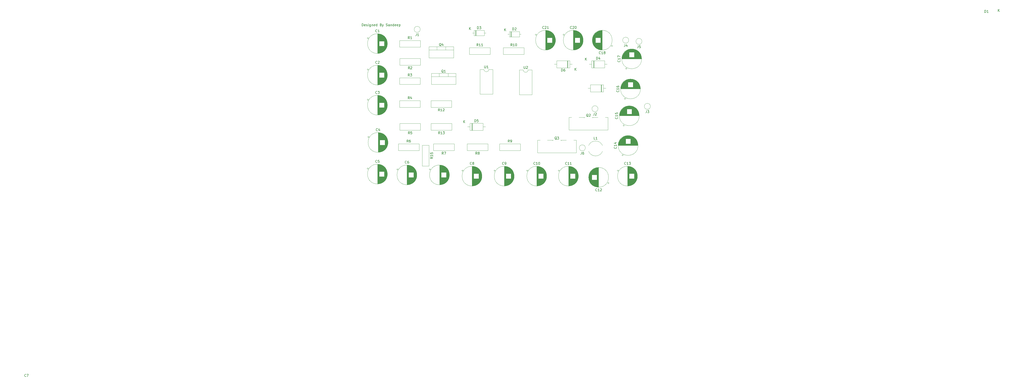
<source format=gbr>
%TF.GenerationSoftware,KiCad,Pcbnew,9.0.4*%
%TF.CreationDate,2025-10-02T23:38:02+05:30*%
%TF.ProjectId,Class_D Amplifier,436c6173-735f-4442-9041-6d706c696669,rev?*%
%TF.SameCoordinates,Original*%
%TF.FileFunction,Legend,Top*%
%TF.FilePolarity,Positive*%
%FSLAX46Y46*%
G04 Gerber Fmt 4.6, Leading zero omitted, Abs format (unit mm)*
G04 Created by KiCad (PCBNEW 9.0.4) date 2025-10-02 23:38:02*
%MOMM*%
%LPD*%
G01*
G04 APERTURE LIST*
%ADD10C,0.200000*%
%ADD11C,0.150000*%
%ADD12C,0.120000*%
G04 APERTURE END LIST*
D10*
X65619673Y-55617219D02*
X65619673Y-54617219D01*
X65619673Y-54617219D02*
X65857768Y-54617219D01*
X65857768Y-54617219D02*
X66000625Y-54664838D01*
X66000625Y-54664838D02*
X66095863Y-54760076D01*
X66095863Y-54760076D02*
X66143482Y-54855314D01*
X66143482Y-54855314D02*
X66191101Y-55045790D01*
X66191101Y-55045790D02*
X66191101Y-55188647D01*
X66191101Y-55188647D02*
X66143482Y-55379123D01*
X66143482Y-55379123D02*
X66095863Y-55474361D01*
X66095863Y-55474361D02*
X66000625Y-55569600D01*
X66000625Y-55569600D02*
X65857768Y-55617219D01*
X65857768Y-55617219D02*
X65619673Y-55617219D01*
X67000625Y-55569600D02*
X66905387Y-55617219D01*
X66905387Y-55617219D02*
X66714911Y-55617219D01*
X66714911Y-55617219D02*
X66619673Y-55569600D01*
X66619673Y-55569600D02*
X66572054Y-55474361D01*
X66572054Y-55474361D02*
X66572054Y-55093409D01*
X66572054Y-55093409D02*
X66619673Y-54998171D01*
X66619673Y-54998171D02*
X66714911Y-54950552D01*
X66714911Y-54950552D02*
X66905387Y-54950552D01*
X66905387Y-54950552D02*
X67000625Y-54998171D01*
X67000625Y-54998171D02*
X67048244Y-55093409D01*
X67048244Y-55093409D02*
X67048244Y-55188647D01*
X67048244Y-55188647D02*
X66572054Y-55283885D01*
X67429197Y-55569600D02*
X67524435Y-55617219D01*
X67524435Y-55617219D02*
X67714911Y-55617219D01*
X67714911Y-55617219D02*
X67810149Y-55569600D01*
X67810149Y-55569600D02*
X67857768Y-55474361D01*
X67857768Y-55474361D02*
X67857768Y-55426742D01*
X67857768Y-55426742D02*
X67810149Y-55331504D01*
X67810149Y-55331504D02*
X67714911Y-55283885D01*
X67714911Y-55283885D02*
X67572054Y-55283885D01*
X67572054Y-55283885D02*
X67476816Y-55236266D01*
X67476816Y-55236266D02*
X67429197Y-55141028D01*
X67429197Y-55141028D02*
X67429197Y-55093409D01*
X67429197Y-55093409D02*
X67476816Y-54998171D01*
X67476816Y-54998171D02*
X67572054Y-54950552D01*
X67572054Y-54950552D02*
X67714911Y-54950552D01*
X67714911Y-54950552D02*
X67810149Y-54998171D01*
X68286340Y-55617219D02*
X68286340Y-54950552D01*
X68286340Y-54617219D02*
X68238721Y-54664838D01*
X68238721Y-54664838D02*
X68286340Y-54712457D01*
X68286340Y-54712457D02*
X68333959Y-54664838D01*
X68333959Y-54664838D02*
X68286340Y-54617219D01*
X68286340Y-54617219D02*
X68286340Y-54712457D01*
X69191101Y-54950552D02*
X69191101Y-55760076D01*
X69191101Y-55760076D02*
X69143482Y-55855314D01*
X69143482Y-55855314D02*
X69095863Y-55902933D01*
X69095863Y-55902933D02*
X69000625Y-55950552D01*
X69000625Y-55950552D02*
X68857768Y-55950552D01*
X68857768Y-55950552D02*
X68762530Y-55902933D01*
X69191101Y-55569600D02*
X69095863Y-55617219D01*
X69095863Y-55617219D02*
X68905387Y-55617219D01*
X68905387Y-55617219D02*
X68810149Y-55569600D01*
X68810149Y-55569600D02*
X68762530Y-55521980D01*
X68762530Y-55521980D02*
X68714911Y-55426742D01*
X68714911Y-55426742D02*
X68714911Y-55141028D01*
X68714911Y-55141028D02*
X68762530Y-55045790D01*
X68762530Y-55045790D02*
X68810149Y-54998171D01*
X68810149Y-54998171D02*
X68905387Y-54950552D01*
X68905387Y-54950552D02*
X69095863Y-54950552D01*
X69095863Y-54950552D02*
X69191101Y-54998171D01*
X69667292Y-54950552D02*
X69667292Y-55617219D01*
X69667292Y-55045790D02*
X69714911Y-54998171D01*
X69714911Y-54998171D02*
X69810149Y-54950552D01*
X69810149Y-54950552D02*
X69953006Y-54950552D01*
X69953006Y-54950552D02*
X70048244Y-54998171D01*
X70048244Y-54998171D02*
X70095863Y-55093409D01*
X70095863Y-55093409D02*
X70095863Y-55617219D01*
X70953006Y-55569600D02*
X70857768Y-55617219D01*
X70857768Y-55617219D02*
X70667292Y-55617219D01*
X70667292Y-55617219D02*
X70572054Y-55569600D01*
X70572054Y-55569600D02*
X70524435Y-55474361D01*
X70524435Y-55474361D02*
X70524435Y-55093409D01*
X70524435Y-55093409D02*
X70572054Y-54998171D01*
X70572054Y-54998171D02*
X70667292Y-54950552D01*
X70667292Y-54950552D02*
X70857768Y-54950552D01*
X70857768Y-54950552D02*
X70953006Y-54998171D01*
X70953006Y-54998171D02*
X71000625Y-55093409D01*
X71000625Y-55093409D02*
X71000625Y-55188647D01*
X71000625Y-55188647D02*
X70524435Y-55283885D01*
X71857768Y-55617219D02*
X71857768Y-54617219D01*
X71857768Y-55569600D02*
X71762530Y-55617219D01*
X71762530Y-55617219D02*
X71572054Y-55617219D01*
X71572054Y-55617219D02*
X71476816Y-55569600D01*
X71476816Y-55569600D02*
X71429197Y-55521980D01*
X71429197Y-55521980D02*
X71381578Y-55426742D01*
X71381578Y-55426742D02*
X71381578Y-55141028D01*
X71381578Y-55141028D02*
X71429197Y-55045790D01*
X71429197Y-55045790D02*
X71476816Y-54998171D01*
X71476816Y-54998171D02*
X71572054Y-54950552D01*
X71572054Y-54950552D02*
X71762530Y-54950552D01*
X71762530Y-54950552D02*
X71857768Y-54998171D01*
X73429197Y-55093409D02*
X73572054Y-55141028D01*
X73572054Y-55141028D02*
X73619673Y-55188647D01*
X73619673Y-55188647D02*
X73667292Y-55283885D01*
X73667292Y-55283885D02*
X73667292Y-55426742D01*
X73667292Y-55426742D02*
X73619673Y-55521980D01*
X73619673Y-55521980D02*
X73572054Y-55569600D01*
X73572054Y-55569600D02*
X73476816Y-55617219D01*
X73476816Y-55617219D02*
X73095864Y-55617219D01*
X73095864Y-55617219D02*
X73095864Y-54617219D01*
X73095864Y-54617219D02*
X73429197Y-54617219D01*
X73429197Y-54617219D02*
X73524435Y-54664838D01*
X73524435Y-54664838D02*
X73572054Y-54712457D01*
X73572054Y-54712457D02*
X73619673Y-54807695D01*
X73619673Y-54807695D02*
X73619673Y-54902933D01*
X73619673Y-54902933D02*
X73572054Y-54998171D01*
X73572054Y-54998171D02*
X73524435Y-55045790D01*
X73524435Y-55045790D02*
X73429197Y-55093409D01*
X73429197Y-55093409D02*
X73095864Y-55093409D01*
X74000626Y-54950552D02*
X74238721Y-55617219D01*
X74476816Y-54950552D02*
X74238721Y-55617219D01*
X74238721Y-55617219D02*
X74143483Y-55855314D01*
X74143483Y-55855314D02*
X74095864Y-55902933D01*
X74095864Y-55902933D02*
X74000626Y-55950552D01*
X75572055Y-55569600D02*
X75714912Y-55617219D01*
X75714912Y-55617219D02*
X75953007Y-55617219D01*
X75953007Y-55617219D02*
X76048245Y-55569600D01*
X76048245Y-55569600D02*
X76095864Y-55521980D01*
X76095864Y-55521980D02*
X76143483Y-55426742D01*
X76143483Y-55426742D02*
X76143483Y-55331504D01*
X76143483Y-55331504D02*
X76095864Y-55236266D01*
X76095864Y-55236266D02*
X76048245Y-55188647D01*
X76048245Y-55188647D02*
X75953007Y-55141028D01*
X75953007Y-55141028D02*
X75762531Y-55093409D01*
X75762531Y-55093409D02*
X75667293Y-55045790D01*
X75667293Y-55045790D02*
X75619674Y-54998171D01*
X75619674Y-54998171D02*
X75572055Y-54902933D01*
X75572055Y-54902933D02*
X75572055Y-54807695D01*
X75572055Y-54807695D02*
X75619674Y-54712457D01*
X75619674Y-54712457D02*
X75667293Y-54664838D01*
X75667293Y-54664838D02*
X75762531Y-54617219D01*
X75762531Y-54617219D02*
X76000626Y-54617219D01*
X76000626Y-54617219D02*
X76143483Y-54664838D01*
X77000626Y-55617219D02*
X77000626Y-55093409D01*
X77000626Y-55093409D02*
X76953007Y-54998171D01*
X76953007Y-54998171D02*
X76857769Y-54950552D01*
X76857769Y-54950552D02*
X76667293Y-54950552D01*
X76667293Y-54950552D02*
X76572055Y-54998171D01*
X77000626Y-55569600D02*
X76905388Y-55617219D01*
X76905388Y-55617219D02*
X76667293Y-55617219D01*
X76667293Y-55617219D02*
X76572055Y-55569600D01*
X76572055Y-55569600D02*
X76524436Y-55474361D01*
X76524436Y-55474361D02*
X76524436Y-55379123D01*
X76524436Y-55379123D02*
X76572055Y-55283885D01*
X76572055Y-55283885D02*
X76667293Y-55236266D01*
X76667293Y-55236266D02*
X76905388Y-55236266D01*
X76905388Y-55236266D02*
X77000626Y-55188647D01*
X77476817Y-54950552D02*
X77476817Y-55617219D01*
X77476817Y-55045790D02*
X77524436Y-54998171D01*
X77524436Y-54998171D02*
X77619674Y-54950552D01*
X77619674Y-54950552D02*
X77762531Y-54950552D01*
X77762531Y-54950552D02*
X77857769Y-54998171D01*
X77857769Y-54998171D02*
X77905388Y-55093409D01*
X77905388Y-55093409D02*
X77905388Y-55617219D01*
X78810150Y-55617219D02*
X78810150Y-54617219D01*
X78810150Y-55569600D02*
X78714912Y-55617219D01*
X78714912Y-55617219D02*
X78524436Y-55617219D01*
X78524436Y-55617219D02*
X78429198Y-55569600D01*
X78429198Y-55569600D02*
X78381579Y-55521980D01*
X78381579Y-55521980D02*
X78333960Y-55426742D01*
X78333960Y-55426742D02*
X78333960Y-55141028D01*
X78333960Y-55141028D02*
X78381579Y-55045790D01*
X78381579Y-55045790D02*
X78429198Y-54998171D01*
X78429198Y-54998171D02*
X78524436Y-54950552D01*
X78524436Y-54950552D02*
X78714912Y-54950552D01*
X78714912Y-54950552D02*
X78810150Y-54998171D01*
X79667293Y-55569600D02*
X79572055Y-55617219D01*
X79572055Y-55617219D02*
X79381579Y-55617219D01*
X79381579Y-55617219D02*
X79286341Y-55569600D01*
X79286341Y-55569600D02*
X79238722Y-55474361D01*
X79238722Y-55474361D02*
X79238722Y-55093409D01*
X79238722Y-55093409D02*
X79286341Y-54998171D01*
X79286341Y-54998171D02*
X79381579Y-54950552D01*
X79381579Y-54950552D02*
X79572055Y-54950552D01*
X79572055Y-54950552D02*
X79667293Y-54998171D01*
X79667293Y-54998171D02*
X79714912Y-55093409D01*
X79714912Y-55093409D02*
X79714912Y-55188647D01*
X79714912Y-55188647D02*
X79238722Y-55283885D01*
X80524436Y-55569600D02*
X80429198Y-55617219D01*
X80429198Y-55617219D02*
X80238722Y-55617219D01*
X80238722Y-55617219D02*
X80143484Y-55569600D01*
X80143484Y-55569600D02*
X80095865Y-55474361D01*
X80095865Y-55474361D02*
X80095865Y-55093409D01*
X80095865Y-55093409D02*
X80143484Y-54998171D01*
X80143484Y-54998171D02*
X80238722Y-54950552D01*
X80238722Y-54950552D02*
X80429198Y-54950552D01*
X80429198Y-54950552D02*
X80524436Y-54998171D01*
X80524436Y-54998171D02*
X80572055Y-55093409D01*
X80572055Y-55093409D02*
X80572055Y-55188647D01*
X80572055Y-55188647D02*
X80095865Y-55283885D01*
X81000627Y-54950552D02*
X81000627Y-55950552D01*
X81000627Y-54998171D02*
X81095865Y-54950552D01*
X81095865Y-54950552D02*
X81286341Y-54950552D01*
X81286341Y-54950552D02*
X81381579Y-54998171D01*
X81381579Y-54998171D02*
X81429198Y-55045790D01*
X81429198Y-55045790D02*
X81476817Y-55141028D01*
X81476817Y-55141028D02*
X81476817Y-55426742D01*
X81476817Y-55426742D02*
X81429198Y-55521980D01*
X81429198Y-55521980D02*
X81381579Y-55569600D01*
X81381579Y-55569600D02*
X81286341Y-55617219D01*
X81286341Y-55617219D02*
X81095865Y-55617219D01*
X81095865Y-55617219D02*
X81000627Y-55569600D01*
D11*
X124430682Y-113109580D02*
X124383063Y-113157200D01*
X124383063Y-113157200D02*
X124240206Y-113204819D01*
X124240206Y-113204819D02*
X124144968Y-113204819D01*
X124144968Y-113204819D02*
X124002111Y-113157200D01*
X124002111Y-113157200D02*
X123906873Y-113061961D01*
X123906873Y-113061961D02*
X123859254Y-112966723D01*
X123859254Y-112966723D02*
X123811635Y-112776247D01*
X123811635Y-112776247D02*
X123811635Y-112633390D01*
X123811635Y-112633390D02*
X123859254Y-112442914D01*
X123859254Y-112442914D02*
X123906873Y-112347676D01*
X123906873Y-112347676D02*
X124002111Y-112252438D01*
X124002111Y-112252438D02*
X124144968Y-112204819D01*
X124144968Y-112204819D02*
X124240206Y-112204819D01*
X124240206Y-112204819D02*
X124383063Y-112252438D01*
X124383063Y-112252438D02*
X124430682Y-112300057D01*
X124906873Y-113204819D02*
X125097349Y-113204819D01*
X125097349Y-113204819D02*
X125192587Y-113157200D01*
X125192587Y-113157200D02*
X125240206Y-113109580D01*
X125240206Y-113109580D02*
X125335444Y-112966723D01*
X125335444Y-112966723D02*
X125383063Y-112776247D01*
X125383063Y-112776247D02*
X125383063Y-112395295D01*
X125383063Y-112395295D02*
X125335444Y-112300057D01*
X125335444Y-112300057D02*
X125287825Y-112252438D01*
X125287825Y-112252438D02*
X125192587Y-112204819D01*
X125192587Y-112204819D02*
X125002111Y-112204819D01*
X125002111Y-112204819D02*
X124906873Y-112252438D01*
X124906873Y-112252438D02*
X124859254Y-112300057D01*
X124859254Y-112300057D02*
X124811635Y-112395295D01*
X124811635Y-112395295D02*
X124811635Y-112633390D01*
X124811635Y-112633390D02*
X124859254Y-112728628D01*
X124859254Y-112728628D02*
X124906873Y-112776247D01*
X124906873Y-112776247D02*
X125002111Y-112823866D01*
X125002111Y-112823866D02*
X125192587Y-112823866D01*
X125192587Y-112823866D02*
X125287825Y-112776247D01*
X125287825Y-112776247D02*
X125335444Y-112728628D01*
X125335444Y-112728628D02*
X125383063Y-112633390D01*
X116428095Y-72084819D02*
X116428095Y-72894342D01*
X116428095Y-72894342D02*
X116475714Y-72989580D01*
X116475714Y-72989580D02*
X116523333Y-73037200D01*
X116523333Y-73037200D02*
X116618571Y-73084819D01*
X116618571Y-73084819D02*
X116809047Y-73084819D01*
X116809047Y-73084819D02*
X116904285Y-73037200D01*
X116904285Y-73037200D02*
X116951904Y-72989580D01*
X116951904Y-72989580D02*
X116999523Y-72894342D01*
X116999523Y-72894342D02*
X116999523Y-72084819D01*
X117999523Y-73084819D02*
X117428095Y-73084819D01*
X117713809Y-73084819D02*
X117713809Y-72084819D01*
X117713809Y-72084819D02*
X117618571Y-72227676D01*
X117618571Y-72227676D02*
X117523333Y-72322914D01*
X117523333Y-72322914D02*
X117428095Y-72370533D01*
X172109580Y-82392857D02*
X172157200Y-82440476D01*
X172157200Y-82440476D02*
X172204819Y-82583333D01*
X172204819Y-82583333D02*
X172204819Y-82678571D01*
X172204819Y-82678571D02*
X172157200Y-82821428D01*
X172157200Y-82821428D02*
X172061961Y-82916666D01*
X172061961Y-82916666D02*
X171966723Y-82964285D01*
X171966723Y-82964285D02*
X171776247Y-83011904D01*
X171776247Y-83011904D02*
X171633390Y-83011904D01*
X171633390Y-83011904D02*
X171442914Y-82964285D01*
X171442914Y-82964285D02*
X171347676Y-82916666D01*
X171347676Y-82916666D02*
X171252438Y-82821428D01*
X171252438Y-82821428D02*
X171204819Y-82678571D01*
X171204819Y-82678571D02*
X171204819Y-82583333D01*
X171204819Y-82583333D02*
X171252438Y-82440476D01*
X171252438Y-82440476D02*
X171300057Y-82392857D01*
X172204819Y-81440476D02*
X172204819Y-82011904D01*
X172204819Y-81726190D02*
X171204819Y-81726190D01*
X171204819Y-81726190D02*
X171347676Y-81821428D01*
X171347676Y-81821428D02*
X171442914Y-81916666D01*
X171442914Y-81916666D02*
X171490533Y-82011904D01*
X171204819Y-80583333D02*
X171204819Y-80773809D01*
X171204819Y-80773809D02*
X171252438Y-80869047D01*
X171252438Y-80869047D02*
X171300057Y-80916666D01*
X171300057Y-80916666D02*
X171442914Y-81011904D01*
X171442914Y-81011904D02*
X171633390Y-81059523D01*
X171633390Y-81059523D02*
X172014342Y-81059523D01*
X172014342Y-81059523D02*
X172109580Y-81011904D01*
X172109580Y-81011904D02*
X172157200Y-80964285D01*
X172157200Y-80964285D02*
X172204819Y-80869047D01*
X172204819Y-80869047D02*
X172204819Y-80678571D01*
X172204819Y-80678571D02*
X172157200Y-80583333D01*
X172157200Y-80583333D02*
X172109580Y-80535714D01*
X172109580Y-80535714D02*
X172014342Y-80488095D01*
X172014342Y-80488095D02*
X171776247Y-80488095D01*
X171776247Y-80488095D02*
X171681009Y-80535714D01*
X171681009Y-80535714D02*
X171633390Y-80583333D01*
X171633390Y-80583333D02*
X171585771Y-80678571D01*
X171585771Y-80678571D02*
X171585771Y-80869047D01*
X171585771Y-80869047D02*
X171633390Y-80964285D01*
X171633390Y-80964285D02*
X171681009Y-81011904D01*
X171681009Y-81011904D02*
X171776247Y-81059523D01*
X72083333Y-99109580D02*
X72035714Y-99157200D01*
X72035714Y-99157200D02*
X71892857Y-99204819D01*
X71892857Y-99204819D02*
X71797619Y-99204819D01*
X71797619Y-99204819D02*
X71654762Y-99157200D01*
X71654762Y-99157200D02*
X71559524Y-99061961D01*
X71559524Y-99061961D02*
X71511905Y-98966723D01*
X71511905Y-98966723D02*
X71464286Y-98776247D01*
X71464286Y-98776247D02*
X71464286Y-98633390D01*
X71464286Y-98633390D02*
X71511905Y-98442914D01*
X71511905Y-98442914D02*
X71559524Y-98347676D01*
X71559524Y-98347676D02*
X71654762Y-98252438D01*
X71654762Y-98252438D02*
X71797619Y-98204819D01*
X71797619Y-98204819D02*
X71892857Y-98204819D01*
X71892857Y-98204819D02*
X72035714Y-98252438D01*
X72035714Y-98252438D02*
X72083333Y-98300057D01*
X72940476Y-98538152D02*
X72940476Y-99204819D01*
X72702381Y-98157200D02*
X72464286Y-98871485D01*
X72464286Y-98871485D02*
X73083333Y-98871485D01*
X141107142Y-56609580D02*
X141059523Y-56657200D01*
X141059523Y-56657200D02*
X140916666Y-56704819D01*
X140916666Y-56704819D02*
X140821428Y-56704819D01*
X140821428Y-56704819D02*
X140678571Y-56657200D01*
X140678571Y-56657200D02*
X140583333Y-56561961D01*
X140583333Y-56561961D02*
X140535714Y-56466723D01*
X140535714Y-56466723D02*
X140488095Y-56276247D01*
X140488095Y-56276247D02*
X140488095Y-56133390D01*
X140488095Y-56133390D02*
X140535714Y-55942914D01*
X140535714Y-55942914D02*
X140583333Y-55847676D01*
X140583333Y-55847676D02*
X140678571Y-55752438D01*
X140678571Y-55752438D02*
X140821428Y-55704819D01*
X140821428Y-55704819D02*
X140916666Y-55704819D01*
X140916666Y-55704819D02*
X141059523Y-55752438D01*
X141059523Y-55752438D02*
X141107142Y-55800057D01*
X141488095Y-55800057D02*
X141535714Y-55752438D01*
X141535714Y-55752438D02*
X141630952Y-55704819D01*
X141630952Y-55704819D02*
X141869047Y-55704819D01*
X141869047Y-55704819D02*
X141964285Y-55752438D01*
X141964285Y-55752438D02*
X142011904Y-55800057D01*
X142011904Y-55800057D02*
X142059523Y-55895295D01*
X142059523Y-55895295D02*
X142059523Y-55990533D01*
X142059523Y-55990533D02*
X142011904Y-56133390D01*
X142011904Y-56133390D02*
X141440476Y-56704819D01*
X141440476Y-56704819D02*
X142059523Y-56704819D01*
X143011904Y-56704819D02*
X142440476Y-56704819D01*
X142726190Y-56704819D02*
X142726190Y-55704819D01*
X142726190Y-55704819D02*
X142630952Y-55847676D01*
X142630952Y-55847676D02*
X142535714Y-55942914D01*
X142535714Y-55942914D02*
X142440476Y-55990533D01*
X146354761Y-102770057D02*
X146259523Y-102722438D01*
X146259523Y-102722438D02*
X146164285Y-102627200D01*
X146164285Y-102627200D02*
X146021428Y-102484342D01*
X146021428Y-102484342D02*
X145926190Y-102436723D01*
X145926190Y-102436723D02*
X145830952Y-102436723D01*
X145878571Y-102674819D02*
X145783333Y-102627200D01*
X145783333Y-102627200D02*
X145688095Y-102531961D01*
X145688095Y-102531961D02*
X145640476Y-102341485D01*
X145640476Y-102341485D02*
X145640476Y-102008152D01*
X145640476Y-102008152D02*
X145688095Y-101817676D01*
X145688095Y-101817676D02*
X145783333Y-101722438D01*
X145783333Y-101722438D02*
X145878571Y-101674819D01*
X145878571Y-101674819D02*
X146069047Y-101674819D01*
X146069047Y-101674819D02*
X146164285Y-101722438D01*
X146164285Y-101722438D02*
X146259523Y-101817676D01*
X146259523Y-101817676D02*
X146307142Y-102008152D01*
X146307142Y-102008152D02*
X146307142Y-102341485D01*
X146307142Y-102341485D02*
X146259523Y-102531961D01*
X146259523Y-102531961D02*
X146164285Y-102627200D01*
X146164285Y-102627200D02*
X146069047Y-102674819D01*
X146069047Y-102674819D02*
X145878571Y-102674819D01*
X146640476Y-101674819D02*
X147259523Y-101674819D01*
X147259523Y-101674819D02*
X146926190Y-102055771D01*
X146926190Y-102055771D02*
X147069047Y-102055771D01*
X147069047Y-102055771D02*
X147164285Y-102103390D01*
X147164285Y-102103390D02*
X147211904Y-102151009D01*
X147211904Y-102151009D02*
X147259523Y-102246247D01*
X147259523Y-102246247D02*
X147259523Y-102484342D01*
X147259523Y-102484342D02*
X147211904Y-102579580D01*
X147211904Y-102579580D02*
X147164285Y-102627200D01*
X147164285Y-102627200D02*
X147069047Y-102674819D01*
X147069047Y-102674819D02*
X146783333Y-102674819D01*
X146783333Y-102674819D02*
X146688095Y-102627200D01*
X146688095Y-102627200D02*
X146640476Y-102579580D01*
X84793333Y-103934819D02*
X84460000Y-103458628D01*
X84221905Y-103934819D02*
X84221905Y-102934819D01*
X84221905Y-102934819D02*
X84602857Y-102934819D01*
X84602857Y-102934819D02*
X84698095Y-102982438D01*
X84698095Y-102982438D02*
X84745714Y-103030057D01*
X84745714Y-103030057D02*
X84793333Y-103125295D01*
X84793333Y-103125295D02*
X84793333Y-103268152D01*
X84793333Y-103268152D02*
X84745714Y-103363390D01*
X84745714Y-103363390D02*
X84698095Y-103411009D01*
X84698095Y-103411009D02*
X84602857Y-103458628D01*
X84602857Y-103458628D02*
X84221905Y-103458628D01*
X85650476Y-102934819D02*
X85460000Y-102934819D01*
X85460000Y-102934819D02*
X85364762Y-102982438D01*
X85364762Y-102982438D02*
X85317143Y-103030057D01*
X85317143Y-103030057D02*
X85221905Y-103172914D01*
X85221905Y-103172914D02*
X85174286Y-103363390D01*
X85174286Y-103363390D02*
X85174286Y-103744342D01*
X85174286Y-103744342D02*
X85221905Y-103839580D01*
X85221905Y-103839580D02*
X85269524Y-103887200D01*
X85269524Y-103887200D02*
X85364762Y-103934819D01*
X85364762Y-103934819D02*
X85555238Y-103934819D01*
X85555238Y-103934819D02*
X85650476Y-103887200D01*
X85650476Y-103887200D02*
X85698095Y-103839580D01*
X85698095Y-103839580D02*
X85745714Y-103744342D01*
X85745714Y-103744342D02*
X85745714Y-103506247D01*
X85745714Y-103506247D02*
X85698095Y-103411009D01*
X85698095Y-103411009D02*
X85650476Y-103363390D01*
X85650476Y-103363390D02*
X85555238Y-103315771D01*
X85555238Y-103315771D02*
X85364762Y-103315771D01*
X85364762Y-103315771D02*
X85269524Y-103363390D01*
X85269524Y-103363390D02*
X85221905Y-103411009D01*
X85221905Y-103411009D02*
X85174286Y-103506247D01*
X85373333Y-73474819D02*
X85040000Y-72998628D01*
X84801905Y-73474819D02*
X84801905Y-72474819D01*
X84801905Y-72474819D02*
X85182857Y-72474819D01*
X85182857Y-72474819D02*
X85278095Y-72522438D01*
X85278095Y-72522438D02*
X85325714Y-72570057D01*
X85325714Y-72570057D02*
X85373333Y-72665295D01*
X85373333Y-72665295D02*
X85373333Y-72808152D01*
X85373333Y-72808152D02*
X85325714Y-72903390D01*
X85325714Y-72903390D02*
X85278095Y-72951009D01*
X85278095Y-72951009D02*
X85182857Y-72998628D01*
X85182857Y-72998628D02*
X84801905Y-72998628D01*
X85754286Y-72570057D02*
X85801905Y-72522438D01*
X85801905Y-72522438D02*
X85897143Y-72474819D01*
X85897143Y-72474819D02*
X86135238Y-72474819D01*
X86135238Y-72474819D02*
X86230476Y-72522438D01*
X86230476Y-72522438D02*
X86278095Y-72570057D01*
X86278095Y-72570057D02*
X86325714Y-72665295D01*
X86325714Y-72665295D02*
X86325714Y-72760533D01*
X86325714Y-72760533D02*
X86278095Y-72903390D01*
X86278095Y-72903390D02*
X85706667Y-73474819D01*
X85706667Y-73474819D02*
X86325714Y-73474819D01*
X128071905Y-57334819D02*
X128071905Y-56334819D01*
X128071905Y-56334819D02*
X128310000Y-56334819D01*
X128310000Y-56334819D02*
X128452857Y-56382438D01*
X128452857Y-56382438D02*
X128548095Y-56477676D01*
X128548095Y-56477676D02*
X128595714Y-56572914D01*
X128595714Y-56572914D02*
X128643333Y-56763390D01*
X128643333Y-56763390D02*
X128643333Y-56906247D01*
X128643333Y-56906247D02*
X128595714Y-57096723D01*
X128595714Y-57096723D02*
X128548095Y-57191961D01*
X128548095Y-57191961D02*
X128452857Y-57287200D01*
X128452857Y-57287200D02*
X128310000Y-57334819D01*
X128310000Y-57334819D02*
X128071905Y-57334819D01*
X129024286Y-56430057D02*
X129071905Y-56382438D01*
X129071905Y-56382438D02*
X129167143Y-56334819D01*
X129167143Y-56334819D02*
X129405238Y-56334819D01*
X129405238Y-56334819D02*
X129500476Y-56382438D01*
X129500476Y-56382438D02*
X129548095Y-56430057D01*
X129548095Y-56430057D02*
X129595714Y-56525295D01*
X129595714Y-56525295D02*
X129595714Y-56620533D01*
X129595714Y-56620533D02*
X129548095Y-56763390D01*
X129548095Y-56763390D02*
X128976667Y-57334819D01*
X128976667Y-57334819D02*
X129595714Y-57334819D01*
X124738095Y-57654819D02*
X124738095Y-56654819D01*
X125309523Y-57654819D02*
X124880952Y-57083390D01*
X125309523Y-56654819D02*
X124738095Y-57226247D01*
X71848031Y-58029580D02*
X71800412Y-58077200D01*
X71800412Y-58077200D02*
X71657555Y-58124819D01*
X71657555Y-58124819D02*
X71562317Y-58124819D01*
X71562317Y-58124819D02*
X71419460Y-58077200D01*
X71419460Y-58077200D02*
X71324222Y-57981961D01*
X71324222Y-57981961D02*
X71276603Y-57886723D01*
X71276603Y-57886723D02*
X71228984Y-57696247D01*
X71228984Y-57696247D02*
X71228984Y-57553390D01*
X71228984Y-57553390D02*
X71276603Y-57362914D01*
X71276603Y-57362914D02*
X71324222Y-57267676D01*
X71324222Y-57267676D02*
X71419460Y-57172438D01*
X71419460Y-57172438D02*
X71562317Y-57124819D01*
X71562317Y-57124819D02*
X71657555Y-57124819D01*
X71657555Y-57124819D02*
X71800412Y-57172438D01*
X71800412Y-57172438D02*
X71848031Y-57220057D01*
X72800412Y-58124819D02*
X72228984Y-58124819D01*
X72514698Y-58124819D02*
X72514698Y-57124819D01*
X72514698Y-57124819D02*
X72419460Y-57267676D01*
X72419460Y-57267676D02*
X72324222Y-57362914D01*
X72324222Y-57362914D02*
X72228984Y-57410533D01*
X161916666Y-91704819D02*
X161916666Y-92419104D01*
X161916666Y-92419104D02*
X161869047Y-92561961D01*
X161869047Y-92561961D02*
X161773809Y-92657200D01*
X161773809Y-92657200D02*
X161630952Y-92704819D01*
X161630952Y-92704819D02*
X161535714Y-92704819D01*
X162345238Y-91800057D02*
X162392857Y-91752438D01*
X162392857Y-91752438D02*
X162488095Y-91704819D01*
X162488095Y-91704819D02*
X162726190Y-91704819D01*
X162726190Y-91704819D02*
X162821428Y-91752438D01*
X162821428Y-91752438D02*
X162869047Y-91800057D01*
X162869047Y-91800057D02*
X162916666Y-91895295D01*
X162916666Y-91895295D02*
X162916666Y-91990533D01*
X162916666Y-91990533D02*
X162869047Y-92133390D01*
X162869047Y-92133390D02*
X162297619Y-92704819D01*
X162297619Y-92704819D02*
X162916666Y-92704819D01*
X323951905Y-50014819D02*
X323951905Y-49014819D01*
X323951905Y-49014819D02*
X324190000Y-49014819D01*
X324190000Y-49014819D02*
X324332857Y-49062438D01*
X324332857Y-49062438D02*
X324428095Y-49157676D01*
X324428095Y-49157676D02*
X324475714Y-49252914D01*
X324475714Y-49252914D02*
X324523333Y-49443390D01*
X324523333Y-49443390D02*
X324523333Y-49586247D01*
X324523333Y-49586247D02*
X324475714Y-49776723D01*
X324475714Y-49776723D02*
X324428095Y-49871961D01*
X324428095Y-49871961D02*
X324332857Y-49967200D01*
X324332857Y-49967200D02*
X324190000Y-50014819D01*
X324190000Y-50014819D02*
X323951905Y-50014819D01*
X325475714Y-50014819D02*
X324904286Y-50014819D01*
X325190000Y-50014819D02*
X325190000Y-49014819D01*
X325190000Y-49014819D02*
X325094762Y-49157676D01*
X325094762Y-49157676D02*
X324999524Y-49252914D01*
X324999524Y-49252914D02*
X324904286Y-49300533D01*
X329508095Y-49644819D02*
X329508095Y-48644819D01*
X330079523Y-49644819D02*
X329650952Y-49073390D01*
X330079523Y-48644819D02*
X329508095Y-49216247D01*
X85373333Y-100474819D02*
X85040000Y-99998628D01*
X84801905Y-100474819D02*
X84801905Y-99474819D01*
X84801905Y-99474819D02*
X85182857Y-99474819D01*
X85182857Y-99474819D02*
X85278095Y-99522438D01*
X85278095Y-99522438D02*
X85325714Y-99570057D01*
X85325714Y-99570057D02*
X85373333Y-99665295D01*
X85373333Y-99665295D02*
X85373333Y-99808152D01*
X85373333Y-99808152D02*
X85325714Y-99903390D01*
X85325714Y-99903390D02*
X85278095Y-99951009D01*
X85278095Y-99951009D02*
X85182857Y-99998628D01*
X85182857Y-99998628D02*
X84801905Y-99998628D01*
X86278095Y-99474819D02*
X85801905Y-99474819D01*
X85801905Y-99474819D02*
X85754286Y-99951009D01*
X85754286Y-99951009D02*
X85801905Y-99903390D01*
X85801905Y-99903390D02*
X85897143Y-99855771D01*
X85897143Y-99855771D02*
X86135238Y-99855771D01*
X86135238Y-99855771D02*
X86230476Y-99903390D01*
X86230476Y-99903390D02*
X86278095Y-99951009D01*
X86278095Y-99951009D02*
X86325714Y-100046247D01*
X86325714Y-100046247D02*
X86325714Y-100284342D01*
X86325714Y-100284342D02*
X86278095Y-100379580D01*
X86278095Y-100379580D02*
X86230476Y-100427200D01*
X86230476Y-100427200D02*
X86135238Y-100474819D01*
X86135238Y-100474819D02*
X85897143Y-100474819D01*
X85897143Y-100474819D02*
X85801905Y-100427200D01*
X85801905Y-100427200D02*
X85754286Y-100379580D01*
X126793333Y-103934819D02*
X126460000Y-103458628D01*
X126221905Y-103934819D02*
X126221905Y-102934819D01*
X126221905Y-102934819D02*
X126602857Y-102934819D01*
X126602857Y-102934819D02*
X126698095Y-102982438D01*
X126698095Y-102982438D02*
X126745714Y-103030057D01*
X126745714Y-103030057D02*
X126793333Y-103125295D01*
X126793333Y-103125295D02*
X126793333Y-103268152D01*
X126793333Y-103268152D02*
X126745714Y-103363390D01*
X126745714Y-103363390D02*
X126698095Y-103411009D01*
X126698095Y-103411009D02*
X126602857Y-103458628D01*
X126602857Y-103458628D02*
X126221905Y-103458628D01*
X127269524Y-103934819D02*
X127460000Y-103934819D01*
X127460000Y-103934819D02*
X127555238Y-103887200D01*
X127555238Y-103887200D02*
X127602857Y-103839580D01*
X127602857Y-103839580D02*
X127698095Y-103696723D01*
X127698095Y-103696723D02*
X127745714Y-103506247D01*
X127745714Y-103506247D02*
X127745714Y-103125295D01*
X127745714Y-103125295D02*
X127698095Y-103030057D01*
X127698095Y-103030057D02*
X127650476Y-102982438D01*
X127650476Y-102982438D02*
X127555238Y-102934819D01*
X127555238Y-102934819D02*
X127364762Y-102934819D01*
X127364762Y-102934819D02*
X127269524Y-102982438D01*
X127269524Y-102982438D02*
X127221905Y-103030057D01*
X127221905Y-103030057D02*
X127174286Y-103125295D01*
X127174286Y-103125295D02*
X127174286Y-103363390D01*
X127174286Y-103363390D02*
X127221905Y-103458628D01*
X127221905Y-103458628D02*
X127269524Y-103506247D01*
X127269524Y-103506247D02*
X127364762Y-103553866D01*
X127364762Y-103553866D02*
X127555238Y-103553866D01*
X127555238Y-103553866D02*
X127650476Y-103506247D01*
X127650476Y-103506247D02*
X127698095Y-103458628D01*
X127698095Y-103458628D02*
X127745714Y-103363390D01*
X175107142Y-113109580D02*
X175059523Y-113157200D01*
X175059523Y-113157200D02*
X174916666Y-113204819D01*
X174916666Y-113204819D02*
X174821428Y-113204819D01*
X174821428Y-113204819D02*
X174678571Y-113157200D01*
X174678571Y-113157200D02*
X174583333Y-113061961D01*
X174583333Y-113061961D02*
X174535714Y-112966723D01*
X174535714Y-112966723D02*
X174488095Y-112776247D01*
X174488095Y-112776247D02*
X174488095Y-112633390D01*
X174488095Y-112633390D02*
X174535714Y-112442914D01*
X174535714Y-112442914D02*
X174583333Y-112347676D01*
X174583333Y-112347676D02*
X174678571Y-112252438D01*
X174678571Y-112252438D02*
X174821428Y-112204819D01*
X174821428Y-112204819D02*
X174916666Y-112204819D01*
X174916666Y-112204819D02*
X175059523Y-112252438D01*
X175059523Y-112252438D02*
X175107142Y-112300057D01*
X176059523Y-113204819D02*
X175488095Y-113204819D01*
X175773809Y-113204819D02*
X175773809Y-112204819D01*
X175773809Y-112204819D02*
X175678571Y-112347676D01*
X175678571Y-112347676D02*
X175583333Y-112442914D01*
X175583333Y-112442914D02*
X175488095Y-112490533D01*
X176392857Y-112204819D02*
X177011904Y-112204819D01*
X177011904Y-112204819D02*
X176678571Y-112585771D01*
X176678571Y-112585771D02*
X176821428Y-112585771D01*
X176821428Y-112585771D02*
X176916666Y-112633390D01*
X176916666Y-112633390D02*
X176964285Y-112681009D01*
X176964285Y-112681009D02*
X177011904Y-112776247D01*
X177011904Y-112776247D02*
X177011904Y-113014342D01*
X177011904Y-113014342D02*
X176964285Y-113109580D01*
X176964285Y-113109580D02*
X176916666Y-113157200D01*
X176916666Y-113157200D02*
X176821428Y-113204819D01*
X176821428Y-113204819D02*
X176535714Y-113204819D01*
X176535714Y-113204819D02*
X176440476Y-113157200D01*
X176440476Y-113157200D02*
X176392857Y-113109580D01*
X159454761Y-93270057D02*
X159359523Y-93222438D01*
X159359523Y-93222438D02*
X159264285Y-93127200D01*
X159264285Y-93127200D02*
X159121428Y-92984342D01*
X159121428Y-92984342D02*
X159026190Y-92936723D01*
X159026190Y-92936723D02*
X158930952Y-92936723D01*
X158978571Y-93174819D02*
X158883333Y-93127200D01*
X158883333Y-93127200D02*
X158788095Y-93031961D01*
X158788095Y-93031961D02*
X158740476Y-92841485D01*
X158740476Y-92841485D02*
X158740476Y-92508152D01*
X158740476Y-92508152D02*
X158788095Y-92317676D01*
X158788095Y-92317676D02*
X158883333Y-92222438D01*
X158883333Y-92222438D02*
X158978571Y-92174819D01*
X158978571Y-92174819D02*
X159169047Y-92174819D01*
X159169047Y-92174819D02*
X159264285Y-92222438D01*
X159264285Y-92222438D02*
X159359523Y-92317676D01*
X159359523Y-92317676D02*
X159407142Y-92508152D01*
X159407142Y-92508152D02*
X159407142Y-92841485D01*
X159407142Y-92841485D02*
X159359523Y-93031961D01*
X159359523Y-93031961D02*
X159264285Y-93127200D01*
X159264285Y-93127200D02*
X159169047Y-93174819D01*
X159169047Y-93174819D02*
X158978571Y-93174819D01*
X159788095Y-92270057D02*
X159835714Y-92222438D01*
X159835714Y-92222438D02*
X159930952Y-92174819D01*
X159930952Y-92174819D02*
X160169047Y-92174819D01*
X160169047Y-92174819D02*
X160264285Y-92222438D01*
X160264285Y-92222438D02*
X160311904Y-92270057D01*
X160311904Y-92270057D02*
X160359523Y-92365295D01*
X160359523Y-92365295D02*
X160359523Y-92460533D01*
X160359523Y-92460533D02*
X160311904Y-92603390D01*
X160311904Y-92603390D02*
X159740476Y-93174819D01*
X159740476Y-93174819D02*
X160359523Y-93174819D01*
X137454491Y-113109580D02*
X137406872Y-113157200D01*
X137406872Y-113157200D02*
X137264015Y-113204819D01*
X137264015Y-113204819D02*
X137168777Y-113204819D01*
X137168777Y-113204819D02*
X137025920Y-113157200D01*
X137025920Y-113157200D02*
X136930682Y-113061961D01*
X136930682Y-113061961D02*
X136883063Y-112966723D01*
X136883063Y-112966723D02*
X136835444Y-112776247D01*
X136835444Y-112776247D02*
X136835444Y-112633390D01*
X136835444Y-112633390D02*
X136883063Y-112442914D01*
X136883063Y-112442914D02*
X136930682Y-112347676D01*
X136930682Y-112347676D02*
X137025920Y-112252438D01*
X137025920Y-112252438D02*
X137168777Y-112204819D01*
X137168777Y-112204819D02*
X137264015Y-112204819D01*
X137264015Y-112204819D02*
X137406872Y-112252438D01*
X137406872Y-112252438D02*
X137454491Y-112300057D01*
X138406872Y-113204819D02*
X137835444Y-113204819D01*
X138121158Y-113204819D02*
X138121158Y-112204819D01*
X138121158Y-112204819D02*
X138025920Y-112347676D01*
X138025920Y-112347676D02*
X137930682Y-112442914D01*
X137930682Y-112442914D02*
X137835444Y-112490533D01*
X139025920Y-112204819D02*
X139121158Y-112204819D01*
X139121158Y-112204819D02*
X139216396Y-112252438D01*
X139216396Y-112252438D02*
X139264015Y-112300057D01*
X139264015Y-112300057D02*
X139311634Y-112395295D01*
X139311634Y-112395295D02*
X139359253Y-112585771D01*
X139359253Y-112585771D02*
X139359253Y-112823866D01*
X139359253Y-112823866D02*
X139311634Y-113014342D01*
X139311634Y-113014342D02*
X139264015Y-113109580D01*
X139264015Y-113109580D02*
X139216396Y-113157200D01*
X139216396Y-113157200D02*
X139121158Y-113204819D01*
X139121158Y-113204819D02*
X139025920Y-113204819D01*
X139025920Y-113204819D02*
X138930682Y-113157200D01*
X138930682Y-113157200D02*
X138883063Y-113109580D01*
X138883063Y-113109580D02*
X138835444Y-113014342D01*
X138835444Y-113014342D02*
X138787825Y-112823866D01*
X138787825Y-112823866D02*
X138787825Y-112585771D01*
X138787825Y-112585771D02*
X138835444Y-112395295D01*
X138835444Y-112395295D02*
X138883063Y-112300057D01*
X138883063Y-112300057D02*
X138930682Y-112252438D01*
X138930682Y-112252438D02*
X139025920Y-112204819D01*
X148341905Y-74424819D02*
X148341905Y-73424819D01*
X148341905Y-73424819D02*
X148580000Y-73424819D01*
X148580000Y-73424819D02*
X148722857Y-73472438D01*
X148722857Y-73472438D02*
X148818095Y-73567676D01*
X148818095Y-73567676D02*
X148865714Y-73662914D01*
X148865714Y-73662914D02*
X148913333Y-73853390D01*
X148913333Y-73853390D02*
X148913333Y-73996247D01*
X148913333Y-73996247D02*
X148865714Y-74186723D01*
X148865714Y-74186723D02*
X148818095Y-74281961D01*
X148818095Y-74281961D02*
X148722857Y-74377200D01*
X148722857Y-74377200D02*
X148580000Y-74424819D01*
X148580000Y-74424819D02*
X148341905Y-74424819D01*
X149770476Y-73424819D02*
X149580000Y-73424819D01*
X149580000Y-73424819D02*
X149484762Y-73472438D01*
X149484762Y-73472438D02*
X149437143Y-73520057D01*
X149437143Y-73520057D02*
X149341905Y-73662914D01*
X149341905Y-73662914D02*
X149294286Y-73853390D01*
X149294286Y-73853390D02*
X149294286Y-74234342D01*
X149294286Y-74234342D02*
X149341905Y-74329580D01*
X149341905Y-74329580D02*
X149389524Y-74377200D01*
X149389524Y-74377200D02*
X149484762Y-74424819D01*
X149484762Y-74424819D02*
X149675238Y-74424819D01*
X149675238Y-74424819D02*
X149770476Y-74377200D01*
X149770476Y-74377200D02*
X149818095Y-74329580D01*
X149818095Y-74329580D02*
X149865714Y-74234342D01*
X149865714Y-74234342D02*
X149865714Y-73996247D01*
X149865714Y-73996247D02*
X149818095Y-73901009D01*
X149818095Y-73901009D02*
X149770476Y-73853390D01*
X149770476Y-73853390D02*
X149675238Y-73805771D01*
X149675238Y-73805771D02*
X149484762Y-73805771D01*
X149484762Y-73805771D02*
X149389524Y-73853390D01*
X149389524Y-73853390D02*
X149341905Y-73901009D01*
X149341905Y-73901009D02*
X149294286Y-73996247D01*
X153898095Y-74054819D02*
X153898095Y-73054819D01*
X154469523Y-74054819D02*
X154040952Y-73483390D01*
X154469523Y-73054819D02*
X153898095Y-73626247D01*
X85293333Y-76434819D02*
X84960000Y-75958628D01*
X84721905Y-76434819D02*
X84721905Y-75434819D01*
X84721905Y-75434819D02*
X85102857Y-75434819D01*
X85102857Y-75434819D02*
X85198095Y-75482438D01*
X85198095Y-75482438D02*
X85245714Y-75530057D01*
X85245714Y-75530057D02*
X85293333Y-75625295D01*
X85293333Y-75625295D02*
X85293333Y-75768152D01*
X85293333Y-75768152D02*
X85245714Y-75863390D01*
X85245714Y-75863390D02*
X85198095Y-75911009D01*
X85198095Y-75911009D02*
X85102857Y-75958628D01*
X85102857Y-75958628D02*
X84721905Y-75958628D01*
X85626667Y-75434819D02*
X86245714Y-75434819D01*
X86245714Y-75434819D02*
X85912381Y-75815771D01*
X85912381Y-75815771D02*
X86055238Y-75815771D01*
X86055238Y-75815771D02*
X86150476Y-75863390D01*
X86150476Y-75863390D02*
X86198095Y-75911009D01*
X86198095Y-75911009D02*
X86245714Y-76006247D01*
X86245714Y-76006247D02*
X86245714Y-76244342D01*
X86245714Y-76244342D02*
X86198095Y-76339580D01*
X86198095Y-76339580D02*
X86150476Y-76387200D01*
X86150476Y-76387200D02*
X86055238Y-76434819D01*
X86055238Y-76434819D02*
X85769524Y-76434819D01*
X85769524Y-76434819D02*
X85674286Y-76387200D01*
X85674286Y-76387200D02*
X85626667Y-76339580D01*
X84083333Y-112609580D02*
X84035714Y-112657200D01*
X84035714Y-112657200D02*
X83892857Y-112704819D01*
X83892857Y-112704819D02*
X83797619Y-112704819D01*
X83797619Y-112704819D02*
X83654762Y-112657200D01*
X83654762Y-112657200D02*
X83559524Y-112561961D01*
X83559524Y-112561961D02*
X83511905Y-112466723D01*
X83511905Y-112466723D02*
X83464286Y-112276247D01*
X83464286Y-112276247D02*
X83464286Y-112133390D01*
X83464286Y-112133390D02*
X83511905Y-111942914D01*
X83511905Y-111942914D02*
X83559524Y-111847676D01*
X83559524Y-111847676D02*
X83654762Y-111752438D01*
X83654762Y-111752438D02*
X83797619Y-111704819D01*
X83797619Y-111704819D02*
X83892857Y-111704819D01*
X83892857Y-111704819D02*
X84035714Y-111752438D01*
X84035714Y-111752438D02*
X84083333Y-111800057D01*
X84940476Y-111704819D02*
X84750000Y-111704819D01*
X84750000Y-111704819D02*
X84654762Y-111752438D01*
X84654762Y-111752438D02*
X84607143Y-111800057D01*
X84607143Y-111800057D02*
X84511905Y-111942914D01*
X84511905Y-111942914D02*
X84464286Y-112133390D01*
X84464286Y-112133390D02*
X84464286Y-112514342D01*
X84464286Y-112514342D02*
X84511905Y-112609580D01*
X84511905Y-112609580D02*
X84559524Y-112657200D01*
X84559524Y-112657200D02*
X84654762Y-112704819D01*
X84654762Y-112704819D02*
X84845238Y-112704819D01*
X84845238Y-112704819D02*
X84940476Y-112657200D01*
X84940476Y-112657200D02*
X84988095Y-112609580D01*
X84988095Y-112609580D02*
X85035714Y-112514342D01*
X85035714Y-112514342D02*
X85035714Y-112276247D01*
X85035714Y-112276247D02*
X84988095Y-112181009D01*
X84988095Y-112181009D02*
X84940476Y-112133390D01*
X84940476Y-112133390D02*
X84845238Y-112085771D01*
X84845238Y-112085771D02*
X84654762Y-112085771D01*
X84654762Y-112085771D02*
X84559524Y-112133390D01*
X84559524Y-112133390D02*
X84511905Y-112181009D01*
X84511905Y-112181009D02*
X84464286Y-112276247D01*
X162333333Y-102704819D02*
X161857143Y-102704819D01*
X161857143Y-102704819D02*
X161857143Y-101704819D01*
X163190476Y-102704819D02*
X162619048Y-102704819D01*
X162904762Y-102704819D02*
X162904762Y-101704819D01*
X162904762Y-101704819D02*
X162809524Y-101847676D01*
X162809524Y-101847676D02*
X162714286Y-101942914D01*
X162714286Y-101942914D02*
X162619048Y-101990533D01*
X85338333Y-60934819D02*
X85005000Y-60458628D01*
X84766905Y-60934819D02*
X84766905Y-59934819D01*
X84766905Y-59934819D02*
X85147857Y-59934819D01*
X85147857Y-59934819D02*
X85243095Y-59982438D01*
X85243095Y-59982438D02*
X85290714Y-60030057D01*
X85290714Y-60030057D02*
X85338333Y-60125295D01*
X85338333Y-60125295D02*
X85338333Y-60268152D01*
X85338333Y-60268152D02*
X85290714Y-60363390D01*
X85290714Y-60363390D02*
X85243095Y-60411009D01*
X85243095Y-60411009D02*
X85147857Y-60458628D01*
X85147857Y-60458628D02*
X84766905Y-60458628D01*
X86290714Y-60934819D02*
X85719286Y-60934819D01*
X86005000Y-60934819D02*
X86005000Y-59934819D01*
X86005000Y-59934819D02*
X85909762Y-60077676D01*
X85909762Y-60077676D02*
X85814524Y-60172914D01*
X85814524Y-60172914D02*
X85719286Y-60220533D01*
X97897142Y-100474819D02*
X97563809Y-99998628D01*
X97325714Y-100474819D02*
X97325714Y-99474819D01*
X97325714Y-99474819D02*
X97706666Y-99474819D01*
X97706666Y-99474819D02*
X97801904Y-99522438D01*
X97801904Y-99522438D02*
X97849523Y-99570057D01*
X97849523Y-99570057D02*
X97897142Y-99665295D01*
X97897142Y-99665295D02*
X97897142Y-99808152D01*
X97897142Y-99808152D02*
X97849523Y-99903390D01*
X97849523Y-99903390D02*
X97801904Y-99951009D01*
X97801904Y-99951009D02*
X97706666Y-99998628D01*
X97706666Y-99998628D02*
X97325714Y-99998628D01*
X98849523Y-100474819D02*
X98278095Y-100474819D01*
X98563809Y-100474819D02*
X98563809Y-99474819D01*
X98563809Y-99474819D02*
X98468571Y-99617676D01*
X98468571Y-99617676D02*
X98373333Y-99712914D01*
X98373333Y-99712914D02*
X98278095Y-99760533D01*
X99182857Y-99474819D02*
X99801904Y-99474819D01*
X99801904Y-99474819D02*
X99468571Y-99855771D01*
X99468571Y-99855771D02*
X99611428Y-99855771D01*
X99611428Y-99855771D02*
X99706666Y-99903390D01*
X99706666Y-99903390D02*
X99754285Y-99951009D01*
X99754285Y-99951009D02*
X99801904Y-100046247D01*
X99801904Y-100046247D02*
X99801904Y-100284342D01*
X99801904Y-100284342D02*
X99754285Y-100379580D01*
X99754285Y-100379580D02*
X99706666Y-100427200D01*
X99706666Y-100427200D02*
X99611428Y-100474819D01*
X99611428Y-100474819D02*
X99325714Y-100474819D01*
X99325714Y-100474819D02*
X99230476Y-100427200D01*
X99230476Y-100427200D02*
X99182857Y-100379580D01*
X171609580Y-93545508D02*
X171657200Y-93593127D01*
X171657200Y-93593127D02*
X171704819Y-93735984D01*
X171704819Y-93735984D02*
X171704819Y-93831222D01*
X171704819Y-93831222D02*
X171657200Y-93974079D01*
X171657200Y-93974079D02*
X171561961Y-94069317D01*
X171561961Y-94069317D02*
X171466723Y-94116936D01*
X171466723Y-94116936D02*
X171276247Y-94164555D01*
X171276247Y-94164555D02*
X171133390Y-94164555D01*
X171133390Y-94164555D02*
X170942914Y-94116936D01*
X170942914Y-94116936D02*
X170847676Y-94069317D01*
X170847676Y-94069317D02*
X170752438Y-93974079D01*
X170752438Y-93974079D02*
X170704819Y-93831222D01*
X170704819Y-93831222D02*
X170704819Y-93735984D01*
X170704819Y-93735984D02*
X170752438Y-93593127D01*
X170752438Y-93593127D02*
X170800057Y-93545508D01*
X171704819Y-92593127D02*
X171704819Y-93164555D01*
X171704819Y-92878841D02*
X170704819Y-92878841D01*
X170704819Y-92878841D02*
X170847676Y-92974079D01*
X170847676Y-92974079D02*
X170942914Y-93069317D01*
X170942914Y-93069317D02*
X170990533Y-93164555D01*
X170704819Y-91688365D02*
X170704819Y-92164555D01*
X170704819Y-92164555D02*
X171181009Y-92212174D01*
X171181009Y-92212174D02*
X171133390Y-92164555D01*
X171133390Y-92164555D02*
X171085771Y-92069317D01*
X171085771Y-92069317D02*
X171085771Y-91831222D01*
X171085771Y-91831222D02*
X171133390Y-91735984D01*
X171133390Y-91735984D02*
X171181009Y-91688365D01*
X171181009Y-91688365D02*
X171276247Y-91640746D01*
X171276247Y-91640746D02*
X171514342Y-91640746D01*
X171514342Y-91640746D02*
X171609580Y-91688365D01*
X171609580Y-91688365D02*
X171657200Y-91735984D01*
X171657200Y-91735984D02*
X171704819Y-91831222D01*
X171704819Y-91831222D02*
X171704819Y-92069317D01*
X171704819Y-92069317D02*
X171657200Y-92164555D01*
X171657200Y-92164555D02*
X171609580Y-92212174D01*
X71833333Y-112259580D02*
X71785714Y-112307200D01*
X71785714Y-112307200D02*
X71642857Y-112354819D01*
X71642857Y-112354819D02*
X71547619Y-112354819D01*
X71547619Y-112354819D02*
X71404762Y-112307200D01*
X71404762Y-112307200D02*
X71309524Y-112211961D01*
X71309524Y-112211961D02*
X71261905Y-112116723D01*
X71261905Y-112116723D02*
X71214286Y-111926247D01*
X71214286Y-111926247D02*
X71214286Y-111783390D01*
X71214286Y-111783390D02*
X71261905Y-111592914D01*
X71261905Y-111592914D02*
X71309524Y-111497676D01*
X71309524Y-111497676D02*
X71404762Y-111402438D01*
X71404762Y-111402438D02*
X71547619Y-111354819D01*
X71547619Y-111354819D02*
X71642857Y-111354819D01*
X71642857Y-111354819D02*
X71785714Y-111402438D01*
X71785714Y-111402438D02*
X71833333Y-111450057D01*
X72738095Y-111354819D02*
X72261905Y-111354819D01*
X72261905Y-111354819D02*
X72214286Y-111831009D01*
X72214286Y-111831009D02*
X72261905Y-111783390D01*
X72261905Y-111783390D02*
X72357143Y-111735771D01*
X72357143Y-111735771D02*
X72595238Y-111735771D01*
X72595238Y-111735771D02*
X72690476Y-111783390D01*
X72690476Y-111783390D02*
X72738095Y-111831009D01*
X72738095Y-111831009D02*
X72785714Y-111926247D01*
X72785714Y-111926247D02*
X72785714Y-112164342D01*
X72785714Y-112164342D02*
X72738095Y-112259580D01*
X72738095Y-112259580D02*
X72690476Y-112307200D01*
X72690476Y-112307200D02*
X72595238Y-112354819D01*
X72595238Y-112354819D02*
X72357143Y-112354819D01*
X72357143Y-112354819D02*
X72261905Y-112307200D01*
X72261905Y-112307200D02*
X72214286Y-112259580D01*
X174666666Y-63204819D02*
X174666666Y-63919104D01*
X174666666Y-63919104D02*
X174619047Y-64061961D01*
X174619047Y-64061961D02*
X174523809Y-64157200D01*
X174523809Y-64157200D02*
X174380952Y-64204819D01*
X174380952Y-64204819D02*
X174285714Y-64204819D01*
X175571428Y-63538152D02*
X175571428Y-64204819D01*
X175333333Y-63157200D02*
X175095238Y-63871485D01*
X175095238Y-63871485D02*
X175714285Y-63871485D01*
X180166666Y-63704819D02*
X180166666Y-64419104D01*
X180166666Y-64419104D02*
X180119047Y-64561961D01*
X180119047Y-64561961D02*
X180023809Y-64657200D01*
X180023809Y-64657200D02*
X179880952Y-64704819D01*
X179880952Y-64704819D02*
X179785714Y-64704819D01*
X181119047Y-63704819D02*
X180642857Y-63704819D01*
X180642857Y-63704819D02*
X180595238Y-64181009D01*
X180595238Y-64181009D02*
X180642857Y-64133390D01*
X180642857Y-64133390D02*
X180738095Y-64085771D01*
X180738095Y-64085771D02*
X180976190Y-64085771D01*
X180976190Y-64085771D02*
X181071428Y-64133390D01*
X181071428Y-64133390D02*
X181119047Y-64181009D01*
X181119047Y-64181009D02*
X181166666Y-64276247D01*
X181166666Y-64276247D02*
X181166666Y-64514342D01*
X181166666Y-64514342D02*
X181119047Y-64609580D01*
X181119047Y-64609580D02*
X181071428Y-64657200D01*
X181071428Y-64657200D02*
X180976190Y-64704819D01*
X180976190Y-64704819D02*
X180738095Y-64704819D01*
X180738095Y-64704819D02*
X180642857Y-64657200D01*
X180642857Y-64657200D02*
X180595238Y-64609580D01*
X99364761Y-74950057D02*
X99269523Y-74902438D01*
X99269523Y-74902438D02*
X99174285Y-74807200D01*
X99174285Y-74807200D02*
X99031428Y-74664342D01*
X99031428Y-74664342D02*
X98936190Y-74616723D01*
X98936190Y-74616723D02*
X98840952Y-74616723D01*
X98888571Y-74854819D02*
X98793333Y-74807200D01*
X98793333Y-74807200D02*
X98698095Y-74711961D01*
X98698095Y-74711961D02*
X98650476Y-74521485D01*
X98650476Y-74521485D02*
X98650476Y-74188152D01*
X98650476Y-74188152D02*
X98698095Y-73997676D01*
X98698095Y-73997676D02*
X98793333Y-73902438D01*
X98793333Y-73902438D02*
X98888571Y-73854819D01*
X98888571Y-73854819D02*
X99079047Y-73854819D01*
X99079047Y-73854819D02*
X99174285Y-73902438D01*
X99174285Y-73902438D02*
X99269523Y-73997676D01*
X99269523Y-73997676D02*
X99317142Y-74188152D01*
X99317142Y-74188152D02*
X99317142Y-74521485D01*
X99317142Y-74521485D02*
X99269523Y-74711961D01*
X99269523Y-74711961D02*
X99174285Y-74807200D01*
X99174285Y-74807200D02*
X99079047Y-74854819D01*
X99079047Y-74854819D02*
X98888571Y-74854819D01*
X100269523Y-74854819D02*
X99698095Y-74854819D01*
X99983809Y-74854819D02*
X99983809Y-73854819D01*
X99983809Y-73854819D02*
X99888571Y-73997676D01*
X99888571Y-73997676D02*
X99793333Y-74092914D01*
X99793333Y-74092914D02*
X99698095Y-74140533D01*
X156666666Y-107954819D02*
X156666666Y-108669104D01*
X156666666Y-108669104D02*
X156619047Y-108811961D01*
X156619047Y-108811961D02*
X156523809Y-108907200D01*
X156523809Y-108907200D02*
X156380952Y-108954819D01*
X156380952Y-108954819D02*
X156285714Y-108954819D01*
X157571428Y-107954819D02*
X157380952Y-107954819D01*
X157380952Y-107954819D02*
X157285714Y-108002438D01*
X157285714Y-108002438D02*
X157238095Y-108050057D01*
X157238095Y-108050057D02*
X157142857Y-108192914D01*
X157142857Y-108192914D02*
X157095238Y-108383390D01*
X157095238Y-108383390D02*
X157095238Y-108764342D01*
X157095238Y-108764342D02*
X157142857Y-108859580D01*
X157142857Y-108859580D02*
X157190476Y-108907200D01*
X157190476Y-108907200D02*
X157285714Y-108954819D01*
X157285714Y-108954819D02*
X157476190Y-108954819D01*
X157476190Y-108954819D02*
X157571428Y-108907200D01*
X157571428Y-108907200D02*
X157619047Y-108859580D01*
X157619047Y-108859580D02*
X157666666Y-108764342D01*
X157666666Y-108764342D02*
X157666666Y-108526247D01*
X157666666Y-108526247D02*
X157619047Y-108431009D01*
X157619047Y-108431009D02*
X157571428Y-108383390D01*
X157571428Y-108383390D02*
X157476190Y-108335771D01*
X157476190Y-108335771D02*
X157285714Y-108335771D01*
X157285714Y-108335771D02*
X157190476Y-108383390D01*
X157190476Y-108383390D02*
X157142857Y-108431009D01*
X157142857Y-108431009D02*
X157095238Y-108526247D01*
X113373333Y-108974819D02*
X113040000Y-108498628D01*
X112801905Y-108974819D02*
X112801905Y-107974819D01*
X112801905Y-107974819D02*
X113182857Y-107974819D01*
X113182857Y-107974819D02*
X113278095Y-108022438D01*
X113278095Y-108022438D02*
X113325714Y-108070057D01*
X113325714Y-108070057D02*
X113373333Y-108165295D01*
X113373333Y-108165295D02*
X113373333Y-108308152D01*
X113373333Y-108308152D02*
X113325714Y-108403390D01*
X113325714Y-108403390D02*
X113278095Y-108451009D01*
X113278095Y-108451009D02*
X113182857Y-108498628D01*
X113182857Y-108498628D02*
X112801905Y-108498628D01*
X113944762Y-108403390D02*
X113849524Y-108355771D01*
X113849524Y-108355771D02*
X113801905Y-108308152D01*
X113801905Y-108308152D02*
X113754286Y-108212914D01*
X113754286Y-108212914D02*
X113754286Y-108165295D01*
X113754286Y-108165295D02*
X113801905Y-108070057D01*
X113801905Y-108070057D02*
X113849524Y-108022438D01*
X113849524Y-108022438D02*
X113944762Y-107974819D01*
X113944762Y-107974819D02*
X114135238Y-107974819D01*
X114135238Y-107974819D02*
X114230476Y-108022438D01*
X114230476Y-108022438D02*
X114278095Y-108070057D01*
X114278095Y-108070057D02*
X114325714Y-108165295D01*
X114325714Y-108165295D02*
X114325714Y-108212914D01*
X114325714Y-108212914D02*
X114278095Y-108308152D01*
X114278095Y-108308152D02*
X114230476Y-108355771D01*
X114230476Y-108355771D02*
X114135238Y-108403390D01*
X114135238Y-108403390D02*
X113944762Y-108403390D01*
X113944762Y-108403390D02*
X113849524Y-108451009D01*
X113849524Y-108451009D02*
X113801905Y-108498628D01*
X113801905Y-108498628D02*
X113754286Y-108593866D01*
X113754286Y-108593866D02*
X113754286Y-108784342D01*
X113754286Y-108784342D02*
X113801905Y-108879580D01*
X113801905Y-108879580D02*
X113849524Y-108927200D01*
X113849524Y-108927200D02*
X113944762Y-108974819D01*
X113944762Y-108974819D02*
X114135238Y-108974819D01*
X114135238Y-108974819D02*
X114230476Y-108927200D01*
X114230476Y-108927200D02*
X114278095Y-108879580D01*
X114278095Y-108879580D02*
X114325714Y-108784342D01*
X114325714Y-108784342D02*
X114325714Y-108593866D01*
X114325714Y-108593866D02*
X114278095Y-108498628D01*
X114278095Y-108498628D02*
X114230476Y-108451009D01*
X114230476Y-108451009D02*
X114135238Y-108403390D01*
X162841905Y-69484819D02*
X162841905Y-68484819D01*
X162841905Y-68484819D02*
X163080000Y-68484819D01*
X163080000Y-68484819D02*
X163222857Y-68532438D01*
X163222857Y-68532438D02*
X163318095Y-68627676D01*
X163318095Y-68627676D02*
X163365714Y-68722914D01*
X163365714Y-68722914D02*
X163413333Y-68913390D01*
X163413333Y-68913390D02*
X163413333Y-69056247D01*
X163413333Y-69056247D02*
X163365714Y-69246723D01*
X163365714Y-69246723D02*
X163318095Y-69341961D01*
X163318095Y-69341961D02*
X163222857Y-69437200D01*
X163222857Y-69437200D02*
X163080000Y-69484819D01*
X163080000Y-69484819D02*
X162841905Y-69484819D01*
X164270476Y-68818152D02*
X164270476Y-69484819D01*
X164032381Y-68437200D02*
X163794286Y-69151485D01*
X163794286Y-69151485D02*
X164413333Y-69151485D01*
X158238095Y-69854819D02*
X158238095Y-68854819D01*
X158809523Y-69854819D02*
X158380952Y-69283390D01*
X158809523Y-68854819D02*
X158238095Y-69426247D01*
X127897142Y-63934819D02*
X127563809Y-63458628D01*
X127325714Y-63934819D02*
X127325714Y-62934819D01*
X127325714Y-62934819D02*
X127706666Y-62934819D01*
X127706666Y-62934819D02*
X127801904Y-62982438D01*
X127801904Y-62982438D02*
X127849523Y-63030057D01*
X127849523Y-63030057D02*
X127897142Y-63125295D01*
X127897142Y-63125295D02*
X127897142Y-63268152D01*
X127897142Y-63268152D02*
X127849523Y-63363390D01*
X127849523Y-63363390D02*
X127801904Y-63411009D01*
X127801904Y-63411009D02*
X127706666Y-63458628D01*
X127706666Y-63458628D02*
X127325714Y-63458628D01*
X128849523Y-63934819D02*
X128278095Y-63934819D01*
X128563809Y-63934819D02*
X128563809Y-62934819D01*
X128563809Y-62934819D02*
X128468571Y-63077676D01*
X128468571Y-63077676D02*
X128373333Y-63172914D01*
X128373333Y-63172914D02*
X128278095Y-63220533D01*
X129468571Y-62934819D02*
X129563809Y-62934819D01*
X129563809Y-62934819D02*
X129659047Y-62982438D01*
X129659047Y-62982438D02*
X129706666Y-63030057D01*
X129706666Y-63030057D02*
X129754285Y-63125295D01*
X129754285Y-63125295D02*
X129801904Y-63315771D01*
X129801904Y-63315771D02*
X129801904Y-63553866D01*
X129801904Y-63553866D02*
X129754285Y-63744342D01*
X129754285Y-63744342D02*
X129706666Y-63839580D01*
X129706666Y-63839580D02*
X129659047Y-63887200D01*
X129659047Y-63887200D02*
X129563809Y-63934819D01*
X129563809Y-63934819D02*
X129468571Y-63934819D01*
X129468571Y-63934819D02*
X129373333Y-63887200D01*
X129373333Y-63887200D02*
X129325714Y-63839580D01*
X129325714Y-63839580D02*
X129278095Y-63744342D01*
X129278095Y-63744342D02*
X129230476Y-63553866D01*
X129230476Y-63553866D02*
X129230476Y-63315771D01*
X129230476Y-63315771D02*
X129278095Y-63125295D01*
X129278095Y-63125295D02*
X129325714Y-63030057D01*
X129325714Y-63030057D02*
X129373333Y-62982438D01*
X129373333Y-62982438D02*
X129468571Y-62934819D01*
X-73786062Y-201249580D02*
X-73833681Y-201297200D01*
X-73833681Y-201297200D02*
X-73976538Y-201344819D01*
X-73976538Y-201344819D02*
X-74071776Y-201344819D01*
X-74071776Y-201344819D02*
X-74214633Y-201297200D01*
X-74214633Y-201297200D02*
X-74309871Y-201201961D01*
X-74309871Y-201201961D02*
X-74357490Y-201106723D01*
X-74357490Y-201106723D02*
X-74405109Y-200916247D01*
X-74405109Y-200916247D02*
X-74405109Y-200773390D01*
X-74405109Y-200773390D02*
X-74357490Y-200582914D01*
X-74357490Y-200582914D02*
X-74309871Y-200487676D01*
X-74309871Y-200487676D02*
X-74214633Y-200392438D01*
X-74214633Y-200392438D02*
X-74071776Y-200344819D01*
X-74071776Y-200344819D02*
X-73976538Y-200344819D01*
X-73976538Y-200344819D02*
X-73833681Y-200392438D01*
X-73833681Y-200392438D02*
X-73786062Y-200440057D01*
X-73452728Y-200344819D02*
X-72786062Y-200344819D01*
X-72786062Y-200344819D02*
X-73214633Y-201344819D01*
X113817142Y-63934819D02*
X113483809Y-63458628D01*
X113245714Y-63934819D02*
X113245714Y-62934819D01*
X113245714Y-62934819D02*
X113626666Y-62934819D01*
X113626666Y-62934819D02*
X113721904Y-62982438D01*
X113721904Y-62982438D02*
X113769523Y-63030057D01*
X113769523Y-63030057D02*
X113817142Y-63125295D01*
X113817142Y-63125295D02*
X113817142Y-63268152D01*
X113817142Y-63268152D02*
X113769523Y-63363390D01*
X113769523Y-63363390D02*
X113721904Y-63411009D01*
X113721904Y-63411009D02*
X113626666Y-63458628D01*
X113626666Y-63458628D02*
X113245714Y-63458628D01*
X114769523Y-63934819D02*
X114198095Y-63934819D01*
X114483809Y-63934819D02*
X114483809Y-62934819D01*
X114483809Y-62934819D02*
X114388571Y-63077676D01*
X114388571Y-63077676D02*
X114293333Y-63172914D01*
X114293333Y-63172914D02*
X114198095Y-63220533D01*
X115721904Y-63934819D02*
X115150476Y-63934819D01*
X115436190Y-63934819D02*
X115436190Y-62934819D01*
X115436190Y-62934819D02*
X115340952Y-63077676D01*
X115340952Y-63077676D02*
X115245714Y-63172914D01*
X115245714Y-63172914D02*
X115150476Y-63220533D01*
X98404761Y-63900057D02*
X98309523Y-63852438D01*
X98309523Y-63852438D02*
X98214285Y-63757200D01*
X98214285Y-63757200D02*
X98071428Y-63614342D01*
X98071428Y-63614342D02*
X97976190Y-63566723D01*
X97976190Y-63566723D02*
X97880952Y-63566723D01*
X97928571Y-63804819D02*
X97833333Y-63757200D01*
X97833333Y-63757200D02*
X97738095Y-63661961D01*
X97738095Y-63661961D02*
X97690476Y-63471485D01*
X97690476Y-63471485D02*
X97690476Y-63138152D01*
X97690476Y-63138152D02*
X97738095Y-62947676D01*
X97738095Y-62947676D02*
X97833333Y-62852438D01*
X97833333Y-62852438D02*
X97928571Y-62804819D01*
X97928571Y-62804819D02*
X98119047Y-62804819D01*
X98119047Y-62804819D02*
X98214285Y-62852438D01*
X98214285Y-62852438D02*
X98309523Y-62947676D01*
X98309523Y-62947676D02*
X98357142Y-63138152D01*
X98357142Y-63138152D02*
X98357142Y-63471485D01*
X98357142Y-63471485D02*
X98309523Y-63661961D01*
X98309523Y-63661961D02*
X98214285Y-63757200D01*
X98214285Y-63757200D02*
X98119047Y-63804819D01*
X98119047Y-63804819D02*
X97928571Y-63804819D01*
X99214285Y-63138152D02*
X99214285Y-63804819D01*
X98976190Y-62757200D02*
X98738095Y-63471485D01*
X98738095Y-63471485D02*
X99357142Y-63471485D01*
X171109580Y-105892857D02*
X171157200Y-105940476D01*
X171157200Y-105940476D02*
X171204819Y-106083333D01*
X171204819Y-106083333D02*
X171204819Y-106178571D01*
X171204819Y-106178571D02*
X171157200Y-106321428D01*
X171157200Y-106321428D02*
X171061961Y-106416666D01*
X171061961Y-106416666D02*
X170966723Y-106464285D01*
X170966723Y-106464285D02*
X170776247Y-106511904D01*
X170776247Y-106511904D02*
X170633390Y-106511904D01*
X170633390Y-106511904D02*
X170442914Y-106464285D01*
X170442914Y-106464285D02*
X170347676Y-106416666D01*
X170347676Y-106416666D02*
X170252438Y-106321428D01*
X170252438Y-106321428D02*
X170204819Y-106178571D01*
X170204819Y-106178571D02*
X170204819Y-106083333D01*
X170204819Y-106083333D02*
X170252438Y-105940476D01*
X170252438Y-105940476D02*
X170300057Y-105892857D01*
X171204819Y-104940476D02*
X171204819Y-105511904D01*
X171204819Y-105226190D02*
X170204819Y-105226190D01*
X170204819Y-105226190D02*
X170347676Y-105321428D01*
X170347676Y-105321428D02*
X170442914Y-105416666D01*
X170442914Y-105416666D02*
X170490533Y-105511904D01*
X170538152Y-104083333D02*
X171204819Y-104083333D01*
X170157200Y-104321428D02*
X170871485Y-104559523D01*
X170871485Y-104559523D02*
X170871485Y-103940476D01*
X132743095Y-72314819D02*
X132743095Y-73124342D01*
X132743095Y-73124342D02*
X132790714Y-73219580D01*
X132790714Y-73219580D02*
X132838333Y-73267200D01*
X132838333Y-73267200D02*
X132933571Y-73314819D01*
X132933571Y-73314819D02*
X133124047Y-73314819D01*
X133124047Y-73314819D02*
X133219285Y-73267200D01*
X133219285Y-73267200D02*
X133266904Y-73219580D01*
X133266904Y-73219580D02*
X133314523Y-73124342D01*
X133314523Y-73124342D02*
X133314523Y-72314819D01*
X133743095Y-72410057D02*
X133790714Y-72362438D01*
X133790714Y-72362438D02*
X133885952Y-72314819D01*
X133885952Y-72314819D02*
X134124047Y-72314819D01*
X134124047Y-72314819D02*
X134219285Y-72362438D01*
X134219285Y-72362438D02*
X134266904Y-72410057D01*
X134266904Y-72410057D02*
X134314523Y-72505295D01*
X134314523Y-72505295D02*
X134314523Y-72600533D01*
X134314523Y-72600533D02*
X134266904Y-72743390D01*
X134266904Y-72743390D02*
X133695476Y-73314819D01*
X133695476Y-73314819D02*
X134314523Y-73314819D01*
X112341905Y-95484819D02*
X112341905Y-94484819D01*
X112341905Y-94484819D02*
X112580000Y-94484819D01*
X112580000Y-94484819D02*
X112722857Y-94532438D01*
X112722857Y-94532438D02*
X112818095Y-94627676D01*
X112818095Y-94627676D02*
X112865714Y-94722914D01*
X112865714Y-94722914D02*
X112913333Y-94913390D01*
X112913333Y-94913390D02*
X112913333Y-95056247D01*
X112913333Y-95056247D02*
X112865714Y-95246723D01*
X112865714Y-95246723D02*
X112818095Y-95341961D01*
X112818095Y-95341961D02*
X112722857Y-95437200D01*
X112722857Y-95437200D02*
X112580000Y-95484819D01*
X112580000Y-95484819D02*
X112341905Y-95484819D01*
X113818095Y-94484819D02*
X113341905Y-94484819D01*
X113341905Y-94484819D02*
X113294286Y-94961009D01*
X113294286Y-94961009D02*
X113341905Y-94913390D01*
X113341905Y-94913390D02*
X113437143Y-94865771D01*
X113437143Y-94865771D02*
X113675238Y-94865771D01*
X113675238Y-94865771D02*
X113770476Y-94913390D01*
X113770476Y-94913390D02*
X113818095Y-94961009D01*
X113818095Y-94961009D02*
X113865714Y-95056247D01*
X113865714Y-95056247D02*
X113865714Y-95294342D01*
X113865714Y-95294342D02*
X113818095Y-95389580D01*
X113818095Y-95389580D02*
X113770476Y-95437200D01*
X113770476Y-95437200D02*
X113675238Y-95484819D01*
X113675238Y-95484819D02*
X113437143Y-95484819D01*
X113437143Y-95484819D02*
X113341905Y-95437200D01*
X113341905Y-95437200D02*
X113294286Y-95389580D01*
X107738095Y-95854819D02*
X107738095Y-94854819D01*
X108309523Y-95854819D02*
X107880952Y-95283390D01*
X108309523Y-94854819D02*
X107738095Y-95426247D01*
X113451905Y-56834819D02*
X113451905Y-55834819D01*
X113451905Y-55834819D02*
X113690000Y-55834819D01*
X113690000Y-55834819D02*
X113832857Y-55882438D01*
X113832857Y-55882438D02*
X113928095Y-55977676D01*
X113928095Y-55977676D02*
X113975714Y-56072914D01*
X113975714Y-56072914D02*
X114023333Y-56263390D01*
X114023333Y-56263390D02*
X114023333Y-56406247D01*
X114023333Y-56406247D02*
X113975714Y-56596723D01*
X113975714Y-56596723D02*
X113928095Y-56691961D01*
X113928095Y-56691961D02*
X113832857Y-56787200D01*
X113832857Y-56787200D02*
X113690000Y-56834819D01*
X113690000Y-56834819D02*
X113451905Y-56834819D01*
X114356667Y-55834819D02*
X114975714Y-55834819D01*
X114975714Y-55834819D02*
X114642381Y-56215771D01*
X114642381Y-56215771D02*
X114785238Y-56215771D01*
X114785238Y-56215771D02*
X114880476Y-56263390D01*
X114880476Y-56263390D02*
X114928095Y-56311009D01*
X114928095Y-56311009D02*
X114975714Y-56406247D01*
X114975714Y-56406247D02*
X114975714Y-56644342D01*
X114975714Y-56644342D02*
X114928095Y-56739580D01*
X114928095Y-56739580D02*
X114880476Y-56787200D01*
X114880476Y-56787200D02*
X114785238Y-56834819D01*
X114785238Y-56834819D02*
X114499524Y-56834819D01*
X114499524Y-56834819D02*
X114404286Y-56787200D01*
X114404286Y-56787200D02*
X114356667Y-56739580D01*
X110118095Y-57154819D02*
X110118095Y-56154819D01*
X110689523Y-57154819D02*
X110260952Y-56583390D01*
X110689523Y-56154819D02*
X110118095Y-56726247D01*
X88166666Y-58704819D02*
X88166666Y-59419104D01*
X88166666Y-59419104D02*
X88119047Y-59561961D01*
X88119047Y-59561961D02*
X88023809Y-59657200D01*
X88023809Y-59657200D02*
X87880952Y-59704819D01*
X87880952Y-59704819D02*
X87785714Y-59704819D01*
X89166666Y-59704819D02*
X88595238Y-59704819D01*
X88880952Y-59704819D02*
X88880952Y-58704819D01*
X88880952Y-58704819D02*
X88785714Y-58847676D01*
X88785714Y-58847676D02*
X88690476Y-58942914D01*
X88690476Y-58942914D02*
X88595238Y-58990533D01*
X71848031Y-83609580D02*
X71800412Y-83657200D01*
X71800412Y-83657200D02*
X71657555Y-83704819D01*
X71657555Y-83704819D02*
X71562317Y-83704819D01*
X71562317Y-83704819D02*
X71419460Y-83657200D01*
X71419460Y-83657200D02*
X71324222Y-83561961D01*
X71324222Y-83561961D02*
X71276603Y-83466723D01*
X71276603Y-83466723D02*
X71228984Y-83276247D01*
X71228984Y-83276247D02*
X71228984Y-83133390D01*
X71228984Y-83133390D02*
X71276603Y-82942914D01*
X71276603Y-82942914D02*
X71324222Y-82847676D01*
X71324222Y-82847676D02*
X71419460Y-82752438D01*
X71419460Y-82752438D02*
X71562317Y-82704819D01*
X71562317Y-82704819D02*
X71657555Y-82704819D01*
X71657555Y-82704819D02*
X71800412Y-82752438D01*
X71800412Y-82752438D02*
X71848031Y-82800057D01*
X72181365Y-82704819D02*
X72800412Y-82704819D01*
X72800412Y-82704819D02*
X72467079Y-83085771D01*
X72467079Y-83085771D02*
X72609936Y-83085771D01*
X72609936Y-83085771D02*
X72705174Y-83133390D01*
X72705174Y-83133390D02*
X72752793Y-83181009D01*
X72752793Y-83181009D02*
X72800412Y-83276247D01*
X72800412Y-83276247D02*
X72800412Y-83514342D01*
X72800412Y-83514342D02*
X72752793Y-83609580D01*
X72752793Y-83609580D02*
X72705174Y-83657200D01*
X72705174Y-83657200D02*
X72609936Y-83704819D01*
X72609936Y-83704819D02*
X72324222Y-83704819D01*
X72324222Y-83704819D02*
X72228984Y-83657200D01*
X72228984Y-83657200D02*
X72181365Y-83609580D01*
X71848031Y-71109580D02*
X71800412Y-71157200D01*
X71800412Y-71157200D02*
X71657555Y-71204819D01*
X71657555Y-71204819D02*
X71562317Y-71204819D01*
X71562317Y-71204819D02*
X71419460Y-71157200D01*
X71419460Y-71157200D02*
X71324222Y-71061961D01*
X71324222Y-71061961D02*
X71276603Y-70966723D01*
X71276603Y-70966723D02*
X71228984Y-70776247D01*
X71228984Y-70776247D02*
X71228984Y-70633390D01*
X71228984Y-70633390D02*
X71276603Y-70442914D01*
X71276603Y-70442914D02*
X71324222Y-70347676D01*
X71324222Y-70347676D02*
X71419460Y-70252438D01*
X71419460Y-70252438D02*
X71562317Y-70204819D01*
X71562317Y-70204819D02*
X71657555Y-70204819D01*
X71657555Y-70204819D02*
X71800412Y-70252438D01*
X71800412Y-70252438D02*
X71848031Y-70300057D01*
X72228984Y-70300057D02*
X72276603Y-70252438D01*
X72276603Y-70252438D02*
X72371841Y-70204819D01*
X72371841Y-70204819D02*
X72609936Y-70204819D01*
X72609936Y-70204819D02*
X72705174Y-70252438D01*
X72705174Y-70252438D02*
X72752793Y-70300057D01*
X72752793Y-70300057D02*
X72800412Y-70395295D01*
X72800412Y-70395295D02*
X72800412Y-70490533D01*
X72800412Y-70490533D02*
X72752793Y-70633390D01*
X72752793Y-70633390D02*
X72181365Y-71204819D01*
X72181365Y-71204819D02*
X72800412Y-71204819D01*
X150607142Y-113109580D02*
X150559523Y-113157200D01*
X150559523Y-113157200D02*
X150416666Y-113204819D01*
X150416666Y-113204819D02*
X150321428Y-113204819D01*
X150321428Y-113204819D02*
X150178571Y-113157200D01*
X150178571Y-113157200D02*
X150083333Y-113061961D01*
X150083333Y-113061961D02*
X150035714Y-112966723D01*
X150035714Y-112966723D02*
X149988095Y-112776247D01*
X149988095Y-112776247D02*
X149988095Y-112633390D01*
X149988095Y-112633390D02*
X150035714Y-112442914D01*
X150035714Y-112442914D02*
X150083333Y-112347676D01*
X150083333Y-112347676D02*
X150178571Y-112252438D01*
X150178571Y-112252438D02*
X150321428Y-112204819D01*
X150321428Y-112204819D02*
X150416666Y-112204819D01*
X150416666Y-112204819D02*
X150559523Y-112252438D01*
X150559523Y-112252438D02*
X150607142Y-112300057D01*
X151559523Y-113204819D02*
X150988095Y-113204819D01*
X151273809Y-113204819D02*
X151273809Y-112204819D01*
X151273809Y-112204819D02*
X151178571Y-112347676D01*
X151178571Y-112347676D02*
X151083333Y-112442914D01*
X151083333Y-112442914D02*
X150988095Y-112490533D01*
X152511904Y-113204819D02*
X151940476Y-113204819D01*
X152226190Y-113204819D02*
X152226190Y-112204819D01*
X152226190Y-112204819D02*
X152130952Y-112347676D01*
X152130952Y-112347676D02*
X152035714Y-112442914D01*
X152035714Y-112442914D02*
X151940476Y-112490533D01*
X152607142Y-56609580D02*
X152559523Y-56657200D01*
X152559523Y-56657200D02*
X152416666Y-56704819D01*
X152416666Y-56704819D02*
X152321428Y-56704819D01*
X152321428Y-56704819D02*
X152178571Y-56657200D01*
X152178571Y-56657200D02*
X152083333Y-56561961D01*
X152083333Y-56561961D02*
X152035714Y-56466723D01*
X152035714Y-56466723D02*
X151988095Y-56276247D01*
X151988095Y-56276247D02*
X151988095Y-56133390D01*
X151988095Y-56133390D02*
X152035714Y-55942914D01*
X152035714Y-55942914D02*
X152083333Y-55847676D01*
X152083333Y-55847676D02*
X152178571Y-55752438D01*
X152178571Y-55752438D02*
X152321428Y-55704819D01*
X152321428Y-55704819D02*
X152416666Y-55704819D01*
X152416666Y-55704819D02*
X152559523Y-55752438D01*
X152559523Y-55752438D02*
X152607142Y-55800057D01*
X152988095Y-55800057D02*
X153035714Y-55752438D01*
X153035714Y-55752438D02*
X153130952Y-55704819D01*
X153130952Y-55704819D02*
X153369047Y-55704819D01*
X153369047Y-55704819D02*
X153464285Y-55752438D01*
X153464285Y-55752438D02*
X153511904Y-55800057D01*
X153511904Y-55800057D02*
X153559523Y-55895295D01*
X153559523Y-55895295D02*
X153559523Y-55990533D01*
X153559523Y-55990533D02*
X153511904Y-56133390D01*
X153511904Y-56133390D02*
X152940476Y-56704819D01*
X152940476Y-56704819D02*
X153559523Y-56704819D01*
X154178571Y-55704819D02*
X154273809Y-55704819D01*
X154273809Y-55704819D02*
X154369047Y-55752438D01*
X154369047Y-55752438D02*
X154416666Y-55800057D01*
X154416666Y-55800057D02*
X154464285Y-55895295D01*
X154464285Y-55895295D02*
X154511904Y-56085771D01*
X154511904Y-56085771D02*
X154511904Y-56323866D01*
X154511904Y-56323866D02*
X154464285Y-56514342D01*
X154464285Y-56514342D02*
X154416666Y-56609580D01*
X154416666Y-56609580D02*
X154369047Y-56657200D01*
X154369047Y-56657200D02*
X154273809Y-56704819D01*
X154273809Y-56704819D02*
X154178571Y-56704819D01*
X154178571Y-56704819D02*
X154083333Y-56657200D01*
X154083333Y-56657200D02*
X154035714Y-56609580D01*
X154035714Y-56609580D02*
X153988095Y-56514342D01*
X153988095Y-56514342D02*
X153940476Y-56323866D01*
X153940476Y-56323866D02*
X153940476Y-56085771D01*
X153940476Y-56085771D02*
X153988095Y-55895295D01*
X153988095Y-55895295D02*
X154035714Y-55800057D01*
X154035714Y-55800057D02*
X154083333Y-55752438D01*
X154083333Y-55752438D02*
X154178571Y-55704819D01*
X111083333Y-113109580D02*
X111035714Y-113157200D01*
X111035714Y-113157200D02*
X110892857Y-113204819D01*
X110892857Y-113204819D02*
X110797619Y-113204819D01*
X110797619Y-113204819D02*
X110654762Y-113157200D01*
X110654762Y-113157200D02*
X110559524Y-113061961D01*
X110559524Y-113061961D02*
X110511905Y-112966723D01*
X110511905Y-112966723D02*
X110464286Y-112776247D01*
X110464286Y-112776247D02*
X110464286Y-112633390D01*
X110464286Y-112633390D02*
X110511905Y-112442914D01*
X110511905Y-112442914D02*
X110559524Y-112347676D01*
X110559524Y-112347676D02*
X110654762Y-112252438D01*
X110654762Y-112252438D02*
X110797619Y-112204819D01*
X110797619Y-112204819D02*
X110892857Y-112204819D01*
X110892857Y-112204819D02*
X111035714Y-112252438D01*
X111035714Y-112252438D02*
X111083333Y-112300057D01*
X111654762Y-112633390D02*
X111559524Y-112585771D01*
X111559524Y-112585771D02*
X111511905Y-112538152D01*
X111511905Y-112538152D02*
X111464286Y-112442914D01*
X111464286Y-112442914D02*
X111464286Y-112395295D01*
X111464286Y-112395295D02*
X111511905Y-112300057D01*
X111511905Y-112300057D02*
X111559524Y-112252438D01*
X111559524Y-112252438D02*
X111654762Y-112204819D01*
X111654762Y-112204819D02*
X111845238Y-112204819D01*
X111845238Y-112204819D02*
X111940476Y-112252438D01*
X111940476Y-112252438D02*
X111988095Y-112300057D01*
X111988095Y-112300057D02*
X112035714Y-112395295D01*
X112035714Y-112395295D02*
X112035714Y-112442914D01*
X112035714Y-112442914D02*
X111988095Y-112538152D01*
X111988095Y-112538152D02*
X111940476Y-112585771D01*
X111940476Y-112585771D02*
X111845238Y-112633390D01*
X111845238Y-112633390D02*
X111654762Y-112633390D01*
X111654762Y-112633390D02*
X111559524Y-112681009D01*
X111559524Y-112681009D02*
X111511905Y-112728628D01*
X111511905Y-112728628D02*
X111464286Y-112823866D01*
X111464286Y-112823866D02*
X111464286Y-113014342D01*
X111464286Y-113014342D02*
X111511905Y-113109580D01*
X111511905Y-113109580D02*
X111559524Y-113157200D01*
X111559524Y-113157200D02*
X111654762Y-113204819D01*
X111654762Y-113204819D02*
X111845238Y-113204819D01*
X111845238Y-113204819D02*
X111940476Y-113157200D01*
X111940476Y-113157200D02*
X111988095Y-113109580D01*
X111988095Y-113109580D02*
X112035714Y-113014342D01*
X112035714Y-113014342D02*
X112035714Y-112823866D01*
X112035714Y-112823866D02*
X111988095Y-112728628D01*
X111988095Y-112728628D02*
X111940476Y-112681009D01*
X111940476Y-112681009D02*
X111845238Y-112633390D01*
X99373333Y-108974819D02*
X99040000Y-108498628D01*
X98801905Y-108974819D02*
X98801905Y-107974819D01*
X98801905Y-107974819D02*
X99182857Y-107974819D01*
X99182857Y-107974819D02*
X99278095Y-108022438D01*
X99278095Y-108022438D02*
X99325714Y-108070057D01*
X99325714Y-108070057D02*
X99373333Y-108165295D01*
X99373333Y-108165295D02*
X99373333Y-108308152D01*
X99373333Y-108308152D02*
X99325714Y-108403390D01*
X99325714Y-108403390D02*
X99278095Y-108451009D01*
X99278095Y-108451009D02*
X99182857Y-108498628D01*
X99182857Y-108498628D02*
X98801905Y-108498628D01*
X99706667Y-107974819D02*
X100373333Y-107974819D01*
X100373333Y-107974819D02*
X99944762Y-108974819D01*
X97852142Y-90974819D02*
X97518809Y-90498628D01*
X97280714Y-90974819D02*
X97280714Y-89974819D01*
X97280714Y-89974819D02*
X97661666Y-89974819D01*
X97661666Y-89974819D02*
X97756904Y-90022438D01*
X97756904Y-90022438D02*
X97804523Y-90070057D01*
X97804523Y-90070057D02*
X97852142Y-90165295D01*
X97852142Y-90165295D02*
X97852142Y-90308152D01*
X97852142Y-90308152D02*
X97804523Y-90403390D01*
X97804523Y-90403390D02*
X97756904Y-90451009D01*
X97756904Y-90451009D02*
X97661666Y-90498628D01*
X97661666Y-90498628D02*
X97280714Y-90498628D01*
X98804523Y-90974819D02*
X98233095Y-90974819D01*
X98518809Y-90974819D02*
X98518809Y-89974819D01*
X98518809Y-89974819D02*
X98423571Y-90117676D01*
X98423571Y-90117676D02*
X98328333Y-90212914D01*
X98328333Y-90212914D02*
X98233095Y-90260533D01*
X99185476Y-90070057D02*
X99233095Y-90022438D01*
X99233095Y-90022438D02*
X99328333Y-89974819D01*
X99328333Y-89974819D02*
X99566428Y-89974819D01*
X99566428Y-89974819D02*
X99661666Y-90022438D01*
X99661666Y-90022438D02*
X99709285Y-90070057D01*
X99709285Y-90070057D02*
X99756904Y-90165295D01*
X99756904Y-90165295D02*
X99756904Y-90260533D01*
X99756904Y-90260533D02*
X99709285Y-90403390D01*
X99709285Y-90403390D02*
X99137857Y-90974819D01*
X99137857Y-90974819D02*
X99756904Y-90974819D01*
X94974819Y-110102857D02*
X94498628Y-110436190D01*
X94974819Y-110674285D02*
X93974819Y-110674285D01*
X93974819Y-110674285D02*
X93974819Y-110293333D01*
X93974819Y-110293333D02*
X94022438Y-110198095D01*
X94022438Y-110198095D02*
X94070057Y-110150476D01*
X94070057Y-110150476D02*
X94165295Y-110102857D01*
X94165295Y-110102857D02*
X94308152Y-110102857D01*
X94308152Y-110102857D02*
X94403390Y-110150476D01*
X94403390Y-110150476D02*
X94451009Y-110198095D01*
X94451009Y-110198095D02*
X94498628Y-110293333D01*
X94498628Y-110293333D02*
X94498628Y-110674285D01*
X94974819Y-109150476D02*
X94974819Y-109721904D01*
X94974819Y-109436190D02*
X93974819Y-109436190D01*
X93974819Y-109436190D02*
X94117676Y-109531428D01*
X94117676Y-109531428D02*
X94212914Y-109626666D01*
X94212914Y-109626666D02*
X94260533Y-109721904D01*
X93974819Y-108245714D02*
X93974819Y-108721904D01*
X93974819Y-108721904D02*
X94451009Y-108769523D01*
X94451009Y-108769523D02*
X94403390Y-108721904D01*
X94403390Y-108721904D02*
X94355771Y-108626666D01*
X94355771Y-108626666D02*
X94355771Y-108388571D01*
X94355771Y-108388571D02*
X94403390Y-108293333D01*
X94403390Y-108293333D02*
X94451009Y-108245714D01*
X94451009Y-108245714D02*
X94546247Y-108198095D01*
X94546247Y-108198095D02*
X94784342Y-108198095D01*
X94784342Y-108198095D02*
X94879580Y-108245714D01*
X94879580Y-108245714D02*
X94927200Y-108293333D01*
X94927200Y-108293333D02*
X94974819Y-108388571D01*
X94974819Y-108388571D02*
X94974819Y-108626666D01*
X94974819Y-108626666D02*
X94927200Y-108721904D01*
X94927200Y-108721904D02*
X94879580Y-108769523D01*
X183666666Y-90704819D02*
X183666666Y-91419104D01*
X183666666Y-91419104D02*
X183619047Y-91561961D01*
X183619047Y-91561961D02*
X183523809Y-91657200D01*
X183523809Y-91657200D02*
X183380952Y-91704819D01*
X183380952Y-91704819D02*
X183285714Y-91704819D01*
X184047619Y-90704819D02*
X184666666Y-90704819D01*
X184666666Y-90704819D02*
X184333333Y-91085771D01*
X184333333Y-91085771D02*
X184476190Y-91085771D01*
X184476190Y-91085771D02*
X184571428Y-91133390D01*
X184571428Y-91133390D02*
X184619047Y-91181009D01*
X184619047Y-91181009D02*
X184666666Y-91276247D01*
X184666666Y-91276247D02*
X184666666Y-91514342D01*
X184666666Y-91514342D02*
X184619047Y-91609580D01*
X184619047Y-91609580D02*
X184571428Y-91657200D01*
X184571428Y-91657200D02*
X184476190Y-91704819D01*
X184476190Y-91704819D02*
X184190476Y-91704819D01*
X184190476Y-91704819D02*
X184095238Y-91657200D01*
X184095238Y-91657200D02*
X184047619Y-91609580D01*
X172609580Y-69892857D02*
X172657200Y-69940476D01*
X172657200Y-69940476D02*
X172704819Y-70083333D01*
X172704819Y-70083333D02*
X172704819Y-70178571D01*
X172704819Y-70178571D02*
X172657200Y-70321428D01*
X172657200Y-70321428D02*
X172561961Y-70416666D01*
X172561961Y-70416666D02*
X172466723Y-70464285D01*
X172466723Y-70464285D02*
X172276247Y-70511904D01*
X172276247Y-70511904D02*
X172133390Y-70511904D01*
X172133390Y-70511904D02*
X171942914Y-70464285D01*
X171942914Y-70464285D02*
X171847676Y-70416666D01*
X171847676Y-70416666D02*
X171752438Y-70321428D01*
X171752438Y-70321428D02*
X171704819Y-70178571D01*
X171704819Y-70178571D02*
X171704819Y-70083333D01*
X171704819Y-70083333D02*
X171752438Y-69940476D01*
X171752438Y-69940476D02*
X171800057Y-69892857D01*
X172704819Y-68940476D02*
X172704819Y-69511904D01*
X172704819Y-69226190D02*
X171704819Y-69226190D01*
X171704819Y-69226190D02*
X171847676Y-69321428D01*
X171847676Y-69321428D02*
X171942914Y-69416666D01*
X171942914Y-69416666D02*
X171990533Y-69511904D01*
X171704819Y-68607142D02*
X171704819Y-67940476D01*
X171704819Y-67940476D02*
X172704819Y-68369047D01*
X85293333Y-85934819D02*
X84960000Y-85458628D01*
X84721905Y-85934819D02*
X84721905Y-84934819D01*
X84721905Y-84934819D02*
X85102857Y-84934819D01*
X85102857Y-84934819D02*
X85198095Y-84982438D01*
X85198095Y-84982438D02*
X85245714Y-85030057D01*
X85245714Y-85030057D02*
X85293333Y-85125295D01*
X85293333Y-85125295D02*
X85293333Y-85268152D01*
X85293333Y-85268152D02*
X85245714Y-85363390D01*
X85245714Y-85363390D02*
X85198095Y-85411009D01*
X85198095Y-85411009D02*
X85102857Y-85458628D01*
X85102857Y-85458628D02*
X84721905Y-85458628D01*
X86150476Y-85268152D02*
X86150476Y-85934819D01*
X85912381Y-84887200D02*
X85674286Y-85601485D01*
X85674286Y-85601485D02*
X86293333Y-85601485D01*
X164607142Y-67109580D02*
X164559523Y-67157200D01*
X164559523Y-67157200D02*
X164416666Y-67204819D01*
X164416666Y-67204819D02*
X164321428Y-67204819D01*
X164321428Y-67204819D02*
X164178571Y-67157200D01*
X164178571Y-67157200D02*
X164083333Y-67061961D01*
X164083333Y-67061961D02*
X164035714Y-66966723D01*
X164035714Y-66966723D02*
X163988095Y-66776247D01*
X163988095Y-66776247D02*
X163988095Y-66633390D01*
X163988095Y-66633390D02*
X164035714Y-66442914D01*
X164035714Y-66442914D02*
X164083333Y-66347676D01*
X164083333Y-66347676D02*
X164178571Y-66252438D01*
X164178571Y-66252438D02*
X164321428Y-66204819D01*
X164321428Y-66204819D02*
X164416666Y-66204819D01*
X164416666Y-66204819D02*
X164559523Y-66252438D01*
X164559523Y-66252438D02*
X164607142Y-66300057D01*
X165559523Y-67204819D02*
X164988095Y-67204819D01*
X165273809Y-67204819D02*
X165273809Y-66204819D01*
X165273809Y-66204819D02*
X165178571Y-66347676D01*
X165178571Y-66347676D02*
X165083333Y-66442914D01*
X165083333Y-66442914D02*
X164988095Y-66490533D01*
X166130952Y-66633390D02*
X166035714Y-66585771D01*
X166035714Y-66585771D02*
X165988095Y-66538152D01*
X165988095Y-66538152D02*
X165940476Y-66442914D01*
X165940476Y-66442914D02*
X165940476Y-66395295D01*
X165940476Y-66395295D02*
X165988095Y-66300057D01*
X165988095Y-66300057D02*
X166035714Y-66252438D01*
X166035714Y-66252438D02*
X166130952Y-66204819D01*
X166130952Y-66204819D02*
X166321428Y-66204819D01*
X166321428Y-66204819D02*
X166416666Y-66252438D01*
X166416666Y-66252438D02*
X166464285Y-66300057D01*
X166464285Y-66300057D02*
X166511904Y-66395295D01*
X166511904Y-66395295D02*
X166511904Y-66442914D01*
X166511904Y-66442914D02*
X166464285Y-66538152D01*
X166464285Y-66538152D02*
X166416666Y-66585771D01*
X166416666Y-66585771D02*
X166321428Y-66633390D01*
X166321428Y-66633390D02*
X166130952Y-66633390D01*
X166130952Y-66633390D02*
X166035714Y-66681009D01*
X166035714Y-66681009D02*
X165988095Y-66728628D01*
X165988095Y-66728628D02*
X165940476Y-66823866D01*
X165940476Y-66823866D02*
X165940476Y-67014342D01*
X165940476Y-67014342D02*
X165988095Y-67109580D01*
X165988095Y-67109580D02*
X166035714Y-67157200D01*
X166035714Y-67157200D02*
X166130952Y-67204819D01*
X166130952Y-67204819D02*
X166321428Y-67204819D01*
X166321428Y-67204819D02*
X166416666Y-67157200D01*
X166416666Y-67157200D02*
X166464285Y-67109580D01*
X166464285Y-67109580D02*
X166511904Y-67014342D01*
X166511904Y-67014342D02*
X166511904Y-66823866D01*
X166511904Y-66823866D02*
X166464285Y-66728628D01*
X166464285Y-66728628D02*
X166416666Y-66681009D01*
X166416666Y-66681009D02*
X166321428Y-66633390D01*
X163107142Y-124109580D02*
X163059523Y-124157200D01*
X163059523Y-124157200D02*
X162916666Y-124204819D01*
X162916666Y-124204819D02*
X162821428Y-124204819D01*
X162821428Y-124204819D02*
X162678571Y-124157200D01*
X162678571Y-124157200D02*
X162583333Y-124061961D01*
X162583333Y-124061961D02*
X162535714Y-123966723D01*
X162535714Y-123966723D02*
X162488095Y-123776247D01*
X162488095Y-123776247D02*
X162488095Y-123633390D01*
X162488095Y-123633390D02*
X162535714Y-123442914D01*
X162535714Y-123442914D02*
X162583333Y-123347676D01*
X162583333Y-123347676D02*
X162678571Y-123252438D01*
X162678571Y-123252438D02*
X162821428Y-123204819D01*
X162821428Y-123204819D02*
X162916666Y-123204819D01*
X162916666Y-123204819D02*
X163059523Y-123252438D01*
X163059523Y-123252438D02*
X163107142Y-123300057D01*
X164059523Y-124204819D02*
X163488095Y-124204819D01*
X163773809Y-124204819D02*
X163773809Y-123204819D01*
X163773809Y-123204819D02*
X163678571Y-123347676D01*
X163678571Y-123347676D02*
X163583333Y-123442914D01*
X163583333Y-123442914D02*
X163488095Y-123490533D01*
X164440476Y-123300057D02*
X164488095Y-123252438D01*
X164488095Y-123252438D02*
X164583333Y-123204819D01*
X164583333Y-123204819D02*
X164821428Y-123204819D01*
X164821428Y-123204819D02*
X164916666Y-123252438D01*
X164916666Y-123252438D02*
X164964285Y-123300057D01*
X164964285Y-123300057D02*
X165011904Y-123395295D01*
X165011904Y-123395295D02*
X165011904Y-123490533D01*
X165011904Y-123490533D02*
X164964285Y-123633390D01*
X164964285Y-123633390D02*
X164392857Y-124204819D01*
X164392857Y-124204819D02*
X165011904Y-124204819D01*
D12*
%TO.C,C9*%
X120187651Y-115685000D02*
X120987651Y-115685000D01*
X120587651Y-115285000D02*
X120587651Y-116085000D01*
X124597349Y-113920000D02*
X124597349Y-122080000D01*
X124637349Y-113920000D02*
X124637349Y-122080000D01*
X124677349Y-113921000D02*
X124677349Y-122079000D01*
X124717349Y-113922000D02*
X124717349Y-122078000D01*
X124757349Y-113923000D02*
X124757349Y-122077000D01*
X124797349Y-113925000D02*
X124797349Y-122075000D01*
X124837349Y-113927000D02*
X124837349Y-122073000D01*
X124877349Y-113930000D02*
X124877349Y-122070000D01*
X124917349Y-113932000D02*
X124917349Y-122068000D01*
X124957349Y-113936000D02*
X124957349Y-122064000D01*
X124997349Y-113939000D02*
X124997349Y-122061000D01*
X125037349Y-113944000D02*
X125037349Y-122056000D01*
X125077349Y-113948000D02*
X125077349Y-122052000D01*
X125117349Y-113953000D02*
X125117349Y-122047000D01*
X125157349Y-113958000D02*
X125157349Y-122042000D01*
X125197349Y-113964000D02*
X125197349Y-122036000D01*
X125237349Y-113970000D02*
X125237349Y-122030000D01*
X125277349Y-113977000D02*
X125277349Y-122023000D01*
X125317349Y-113983000D02*
X125317349Y-116960000D01*
X125317349Y-119040000D02*
X125317349Y-122017000D01*
X125357349Y-113991000D02*
X125357349Y-116960000D01*
X125357349Y-119040000D02*
X125357349Y-122009000D01*
X125397349Y-113998000D02*
X125397349Y-116960000D01*
X125397349Y-119040000D02*
X125397349Y-122002000D01*
X125437349Y-114007000D02*
X125437349Y-116960000D01*
X125437349Y-119040000D02*
X125437349Y-121993000D01*
X125477349Y-114015000D02*
X125477349Y-116960000D01*
X125477349Y-119040000D02*
X125477349Y-121985000D01*
X125517349Y-114024000D02*
X125517349Y-116960000D01*
X125517349Y-119040000D02*
X125517349Y-121976000D01*
X125557349Y-114033000D02*
X125557349Y-116960000D01*
X125557349Y-119040000D02*
X125557349Y-121967000D01*
X125597349Y-114043000D02*
X125597349Y-116960000D01*
X125597349Y-119040000D02*
X125597349Y-121957000D01*
X125637349Y-114053000D02*
X125637349Y-116960000D01*
X125637349Y-119040000D02*
X125637349Y-121947000D01*
X125677349Y-114064000D02*
X125677349Y-116960000D01*
X125677349Y-119040000D02*
X125677349Y-121936000D01*
X125717349Y-114075000D02*
X125717349Y-116960000D01*
X125717349Y-119040000D02*
X125717349Y-121925000D01*
X125757349Y-114087000D02*
X125757349Y-116960000D01*
X125757349Y-119040000D02*
X125757349Y-121913000D01*
X125797349Y-114099000D02*
X125797349Y-116960000D01*
X125797349Y-119040000D02*
X125797349Y-121901000D01*
X125837349Y-114111000D02*
X125837349Y-116960000D01*
X125837349Y-119040000D02*
X125837349Y-121889000D01*
X125877349Y-114124000D02*
X125877349Y-116960000D01*
X125877349Y-119040000D02*
X125877349Y-121876000D01*
X125917349Y-114137000D02*
X125917349Y-116960000D01*
X125917349Y-119040000D02*
X125917349Y-121863000D01*
X125957349Y-114151000D02*
X125957349Y-116960000D01*
X125957349Y-119040000D02*
X125957349Y-121849000D01*
X125997349Y-114165000D02*
X125997349Y-116960000D01*
X125997349Y-119040000D02*
X125997349Y-121835000D01*
X126037349Y-114180000D02*
X126037349Y-116960000D01*
X126037349Y-119040000D02*
X126037349Y-121820000D01*
X126077349Y-114195000D02*
X126077349Y-116960000D01*
X126077349Y-119040000D02*
X126077349Y-121805000D01*
X126117349Y-114211000D02*
X126117349Y-116960000D01*
X126117349Y-119040000D02*
X126117349Y-121789000D01*
X126157349Y-114227000D02*
X126157349Y-116960000D01*
X126157349Y-119040000D02*
X126157349Y-121773000D01*
X126197349Y-114243000D02*
X126197349Y-116960000D01*
X126197349Y-119040000D02*
X126197349Y-121757000D01*
X126237349Y-114260000D02*
X126237349Y-116960000D01*
X126237349Y-119040000D02*
X126237349Y-121740000D01*
X126277349Y-114278000D02*
X126277349Y-116960000D01*
X126277349Y-119040000D02*
X126277349Y-121722000D01*
X126317349Y-114296000D02*
X126317349Y-116960000D01*
X126317349Y-119040000D02*
X126317349Y-121704000D01*
X126357349Y-114315000D02*
X126357349Y-116960000D01*
X126357349Y-119040000D02*
X126357349Y-121685000D01*
X126397349Y-114334000D02*
X126397349Y-116960000D01*
X126397349Y-119040000D02*
X126397349Y-121666000D01*
X126437349Y-114354000D02*
X126437349Y-116960000D01*
X126437349Y-119040000D02*
X126437349Y-121646000D01*
X126477349Y-114374000D02*
X126477349Y-116960000D01*
X126477349Y-119040000D02*
X126477349Y-121626000D01*
X126517349Y-114395000D02*
X126517349Y-116960000D01*
X126517349Y-119040000D02*
X126517349Y-121605000D01*
X126557349Y-114416000D02*
X126557349Y-116960000D01*
X126557349Y-119040000D02*
X126557349Y-121584000D01*
X126597349Y-114438000D02*
X126597349Y-116960000D01*
X126597349Y-119040000D02*
X126597349Y-121562000D01*
X126637349Y-114461000D02*
X126637349Y-116960000D01*
X126637349Y-119040000D02*
X126637349Y-121539000D01*
X126677349Y-114484000D02*
X126677349Y-116960000D01*
X126677349Y-119040000D02*
X126677349Y-121516000D01*
X126717349Y-114507000D02*
X126717349Y-116960000D01*
X126717349Y-119040000D02*
X126717349Y-121493000D01*
X126757349Y-114532000D02*
X126757349Y-116960000D01*
X126757349Y-119040000D02*
X126757349Y-121468000D01*
X126797349Y-114557000D02*
X126797349Y-116960000D01*
X126797349Y-119040000D02*
X126797349Y-121443000D01*
X126837349Y-114582000D02*
X126837349Y-116960000D01*
X126837349Y-119040000D02*
X126837349Y-121418000D01*
X126877349Y-114608000D02*
X126877349Y-116960000D01*
X126877349Y-119040000D02*
X126877349Y-121392000D01*
X126917349Y-114635000D02*
X126917349Y-116960000D01*
X126917349Y-119040000D02*
X126917349Y-121365000D01*
X126957349Y-114663000D02*
X126957349Y-116960000D01*
X126957349Y-119040000D02*
X126957349Y-121337000D01*
X126997349Y-114691000D02*
X126997349Y-116960000D01*
X126997349Y-119040000D02*
X126997349Y-121309000D01*
X127037349Y-114720000D02*
X127037349Y-116960000D01*
X127037349Y-119040000D02*
X127037349Y-121280000D01*
X127077349Y-114750000D02*
X127077349Y-116960000D01*
X127077349Y-119040000D02*
X127077349Y-121250000D01*
X127117349Y-114781000D02*
X127117349Y-116960000D01*
X127117349Y-119040000D02*
X127117349Y-121219000D01*
X127157349Y-114812000D02*
X127157349Y-116960000D01*
X127157349Y-119040000D02*
X127157349Y-121188000D01*
X127197349Y-114844000D02*
X127197349Y-116960000D01*
X127197349Y-119040000D02*
X127197349Y-121156000D01*
X127237349Y-114877000D02*
X127237349Y-116960000D01*
X127237349Y-119040000D02*
X127237349Y-121123000D01*
X127277349Y-114911000D02*
X127277349Y-116960000D01*
X127277349Y-119040000D02*
X127277349Y-121089000D01*
X127317349Y-114945000D02*
X127317349Y-116960000D01*
X127317349Y-119040000D02*
X127317349Y-121055000D01*
X127357349Y-114981000D02*
X127357349Y-116960000D01*
X127357349Y-119040000D02*
X127357349Y-121019000D01*
X127397349Y-115018000D02*
X127397349Y-120982000D01*
X127437349Y-115055000D02*
X127437349Y-120945000D01*
X127477349Y-115094000D02*
X127477349Y-120906000D01*
X127517349Y-115133000D02*
X127517349Y-120867000D01*
X127557349Y-115174000D02*
X127557349Y-120826000D01*
X127597349Y-115216000D02*
X127597349Y-120784000D01*
X127637349Y-115259000D02*
X127637349Y-120741000D01*
X127677349Y-115304000D02*
X127677349Y-120696000D01*
X127717349Y-115349000D02*
X127717349Y-120651000D01*
X127757349Y-115396000D02*
X127757349Y-120604000D01*
X127797349Y-115445000D02*
X127797349Y-120555000D01*
X127837349Y-115495000D02*
X127837349Y-120505000D01*
X127877349Y-115547000D02*
X127877349Y-120453000D01*
X127917349Y-115600000D02*
X127917349Y-120400000D01*
X127957349Y-115656000D02*
X127957349Y-120344000D01*
X127997349Y-115713000D02*
X127997349Y-120287000D01*
X128037349Y-115773000D02*
X128037349Y-120227000D01*
X128077349Y-115835000D02*
X128077349Y-120165000D01*
X128117349Y-115899000D02*
X128117349Y-120101000D01*
X128157349Y-115966000D02*
X128157349Y-120034000D01*
X128197349Y-116036000D02*
X128197349Y-119964000D01*
X128237349Y-116110000D02*
X128237349Y-119890000D01*
X128277349Y-116187000D02*
X128277349Y-119813000D01*
X128317349Y-116269000D02*
X128317349Y-119731000D01*
X128357349Y-116356000D02*
X128357349Y-119644000D01*
X128397349Y-116448000D02*
X128397349Y-119552000D01*
X128437349Y-116547000D02*
X128437349Y-119453000D01*
X128477349Y-116654000D02*
X128477349Y-119346000D01*
X128517349Y-116772000D02*
X128517349Y-119228000D01*
X128557349Y-116903000D02*
X128557349Y-119097000D01*
X128597349Y-117053000D02*
X128597349Y-118947000D01*
X128637349Y-117232000D02*
X128637349Y-118768000D01*
X128677349Y-117467000D02*
X128677349Y-118533000D01*
X128717349Y-118000000D02*
G75*
G02*
X120477349Y-118000000I-4120000J0D01*
G01*
X120477349Y-118000000D02*
G75*
G02*
X128717349Y-118000000I4120000J0D01*
G01*
%TO.C,U1*%
X114540000Y-73630000D02*
X114540000Y-83910000D01*
X114540000Y-83910000D02*
X119840000Y-83910000D01*
X116190000Y-73630000D02*
X114540000Y-73630000D01*
X119840000Y-73630000D02*
X118190000Y-73630000D01*
X119840000Y-83910000D02*
X119840000Y-73630000D01*
X118190000Y-73630000D02*
G75*
G02*
X116190000Y-73630000I-1000000J0D01*
G01*
%TO.C,C16*%
X172920000Y-81710000D02*
X181080000Y-81710000D01*
X172920000Y-81750000D02*
X181080000Y-81750000D01*
X172921000Y-81670000D02*
X181079000Y-81670000D01*
X172922000Y-81630000D02*
X181078000Y-81630000D01*
X172923000Y-81590000D02*
X181077000Y-81590000D01*
X172925000Y-81550000D02*
X181075000Y-81550000D01*
X172927000Y-81510000D02*
X181073000Y-81510000D01*
X172930000Y-81470000D02*
X181070000Y-81470000D01*
X172932000Y-81430000D02*
X181068000Y-81430000D01*
X172936000Y-81390000D02*
X181064000Y-81390000D01*
X172939000Y-81350000D02*
X181061000Y-81350000D01*
X172944000Y-81310000D02*
X181056000Y-81310000D01*
X172948000Y-81270000D02*
X181052000Y-81270000D01*
X172953000Y-81230000D02*
X181047000Y-81230000D01*
X172958000Y-81190000D02*
X181042000Y-81190000D01*
X172964000Y-81150000D02*
X181036000Y-81150000D01*
X172970000Y-81110000D02*
X181030000Y-81110000D01*
X172977000Y-81070000D02*
X181023000Y-81070000D01*
X172983000Y-81030000D02*
X175960000Y-81030000D01*
X172991000Y-80990000D02*
X175960000Y-80990000D01*
X172998000Y-80950000D02*
X175960000Y-80950000D01*
X173007000Y-80910000D02*
X175960000Y-80910000D01*
X173015000Y-80870000D02*
X175960000Y-80870000D01*
X173024000Y-80830000D02*
X175960000Y-80830000D01*
X173033000Y-80790000D02*
X175960000Y-80790000D01*
X173043000Y-80750000D02*
X175960000Y-80750000D01*
X173053000Y-80710000D02*
X175960000Y-80710000D01*
X173064000Y-80670000D02*
X175960000Y-80670000D01*
X173075000Y-80630000D02*
X175960000Y-80630000D01*
X173087000Y-80590000D02*
X175960000Y-80590000D01*
X173099000Y-80550000D02*
X175960000Y-80550000D01*
X173111000Y-80510000D02*
X175960000Y-80510000D01*
X173124000Y-80470000D02*
X175960000Y-80470000D01*
X173137000Y-80430000D02*
X175960000Y-80430000D01*
X173151000Y-80390000D02*
X175960000Y-80390000D01*
X173165000Y-80350000D02*
X175960000Y-80350000D01*
X173180000Y-80310000D02*
X175960000Y-80310000D01*
X173195000Y-80270000D02*
X175960000Y-80270000D01*
X173211000Y-80230000D02*
X175960000Y-80230000D01*
X173227000Y-80190000D02*
X175960000Y-80190000D01*
X173243000Y-80150000D02*
X175960000Y-80150000D01*
X173260000Y-80110000D02*
X175960000Y-80110000D01*
X173278000Y-80070000D02*
X175960000Y-80070000D01*
X173296000Y-80030000D02*
X175960000Y-80030000D01*
X173315000Y-79990000D02*
X175960000Y-79990000D01*
X173334000Y-79950000D02*
X175960000Y-79950000D01*
X173354000Y-79910000D02*
X175960000Y-79910000D01*
X173374000Y-79870000D02*
X175960000Y-79870000D01*
X173395000Y-79830000D02*
X175960000Y-79830000D01*
X173416000Y-79790000D02*
X175960000Y-79790000D01*
X173438000Y-79750000D02*
X175960000Y-79750000D01*
X173461000Y-79710000D02*
X175960000Y-79710000D01*
X173484000Y-79670000D02*
X175960000Y-79670000D01*
X173507000Y-79630000D02*
X175960000Y-79630000D01*
X173532000Y-79590000D02*
X175960000Y-79590000D01*
X173557000Y-79550000D02*
X175960000Y-79550000D01*
X173582000Y-79510000D02*
X175960000Y-79510000D01*
X173608000Y-79470000D02*
X175960000Y-79470000D01*
X173635000Y-79430000D02*
X175960000Y-79430000D01*
X173663000Y-79390000D02*
X175960000Y-79390000D01*
X173691000Y-79350000D02*
X175960000Y-79350000D01*
X173720000Y-79310000D02*
X175960000Y-79310000D01*
X173750000Y-79270000D02*
X175960000Y-79270000D01*
X173781000Y-79230000D02*
X175960000Y-79230000D01*
X173812000Y-79190000D02*
X175960000Y-79190000D01*
X173844000Y-79150000D02*
X175960000Y-79150000D01*
X173877000Y-79110000D02*
X175960000Y-79110000D01*
X173911000Y-79070000D02*
X175960000Y-79070000D01*
X173945000Y-79030000D02*
X175960000Y-79030000D01*
X173981000Y-78990000D02*
X175960000Y-78990000D01*
X174018000Y-78950000D02*
X179982000Y-78950000D01*
X174055000Y-78910000D02*
X179945000Y-78910000D01*
X174094000Y-78870000D02*
X179906000Y-78870000D01*
X174133000Y-78830000D02*
X179867000Y-78830000D01*
X174174000Y-78790000D02*
X179826000Y-78790000D01*
X174216000Y-78750000D02*
X179784000Y-78750000D01*
X174259000Y-78710000D02*
X179741000Y-78710000D01*
X174285000Y-85759698D02*
X175085000Y-85759698D01*
X174304000Y-78670000D02*
X179696000Y-78670000D01*
X174349000Y-78630000D02*
X179651000Y-78630000D01*
X174396000Y-78590000D02*
X179604000Y-78590000D01*
X174445000Y-78550000D02*
X179555000Y-78550000D01*
X174495000Y-78510000D02*
X179505000Y-78510000D01*
X174547000Y-78470000D02*
X179453000Y-78470000D01*
X174600000Y-78430000D02*
X179400000Y-78430000D01*
X174656000Y-78390000D02*
X179344000Y-78390000D01*
X174685000Y-86159698D02*
X174685000Y-85359698D01*
X174713000Y-78350000D02*
X179287000Y-78350000D01*
X174773000Y-78310000D02*
X179227000Y-78310000D01*
X174835000Y-78270000D02*
X179165000Y-78270000D01*
X174899000Y-78230000D02*
X179101000Y-78230000D01*
X174966000Y-78190000D02*
X179034000Y-78190000D01*
X175036000Y-78150000D02*
X178964000Y-78150000D01*
X175110000Y-78110000D02*
X178890000Y-78110000D01*
X175187000Y-78070000D02*
X178813000Y-78070000D01*
X175269000Y-78030000D02*
X178731000Y-78030000D01*
X175356000Y-77990000D02*
X178644000Y-77990000D01*
X175448000Y-77950000D02*
X178552000Y-77950000D01*
X175547000Y-77910000D02*
X178453000Y-77910000D01*
X175654000Y-77870000D02*
X178346000Y-77870000D01*
X175772000Y-77830000D02*
X178228000Y-77830000D01*
X175903000Y-77790000D02*
X178097000Y-77790000D01*
X176053000Y-77750000D02*
X177947000Y-77750000D01*
X176232000Y-77710000D02*
X177768000Y-77710000D01*
X176467000Y-77670000D02*
X177533000Y-77670000D01*
X178040000Y-78990000D02*
X180019000Y-78990000D01*
X178040000Y-79030000D02*
X180055000Y-79030000D01*
X178040000Y-79070000D02*
X180089000Y-79070000D01*
X178040000Y-79110000D02*
X180123000Y-79110000D01*
X178040000Y-79150000D02*
X180156000Y-79150000D01*
X178040000Y-79190000D02*
X180188000Y-79190000D01*
X178040000Y-79230000D02*
X180219000Y-79230000D01*
X178040000Y-79270000D02*
X180250000Y-79270000D01*
X178040000Y-79310000D02*
X180280000Y-79310000D01*
X178040000Y-79350000D02*
X180309000Y-79350000D01*
X178040000Y-79390000D02*
X180337000Y-79390000D01*
X178040000Y-79430000D02*
X180365000Y-79430000D01*
X178040000Y-79470000D02*
X180392000Y-79470000D01*
X178040000Y-79510000D02*
X180418000Y-79510000D01*
X178040000Y-79550000D02*
X180443000Y-79550000D01*
X178040000Y-79590000D02*
X180468000Y-79590000D01*
X178040000Y-79630000D02*
X180493000Y-79630000D01*
X178040000Y-79670000D02*
X180516000Y-79670000D01*
X178040000Y-79710000D02*
X180539000Y-79710000D01*
X178040000Y-79750000D02*
X180562000Y-79750000D01*
X178040000Y-79790000D02*
X180584000Y-79790000D01*
X178040000Y-79830000D02*
X180605000Y-79830000D01*
X178040000Y-79870000D02*
X180626000Y-79870000D01*
X178040000Y-79910000D02*
X180646000Y-79910000D01*
X178040000Y-79950000D02*
X180666000Y-79950000D01*
X178040000Y-79990000D02*
X180685000Y-79990000D01*
X178040000Y-80030000D02*
X180704000Y-80030000D01*
X178040000Y-80070000D02*
X180722000Y-80070000D01*
X178040000Y-80110000D02*
X180740000Y-80110000D01*
X178040000Y-80150000D02*
X180757000Y-80150000D01*
X178040000Y-80190000D02*
X180773000Y-80190000D01*
X178040000Y-80230000D02*
X180789000Y-80230000D01*
X178040000Y-80270000D02*
X180805000Y-80270000D01*
X178040000Y-80310000D02*
X180820000Y-80310000D01*
X178040000Y-80350000D02*
X180835000Y-80350000D01*
X178040000Y-80390000D02*
X180849000Y-80390000D01*
X178040000Y-80430000D02*
X180863000Y-80430000D01*
X178040000Y-80470000D02*
X180876000Y-80470000D01*
X178040000Y-80510000D02*
X180889000Y-80510000D01*
X178040000Y-80550000D02*
X180901000Y-80550000D01*
X178040000Y-80590000D02*
X180913000Y-80590000D01*
X178040000Y-80630000D02*
X180925000Y-80630000D01*
X178040000Y-80670000D02*
X180936000Y-80670000D01*
X178040000Y-80710000D02*
X180947000Y-80710000D01*
X178040000Y-80750000D02*
X180957000Y-80750000D01*
X178040000Y-80790000D02*
X180967000Y-80790000D01*
X178040000Y-80830000D02*
X180976000Y-80830000D01*
X178040000Y-80870000D02*
X180985000Y-80870000D01*
X178040000Y-80910000D02*
X180993000Y-80910000D01*
X178040000Y-80950000D02*
X181002000Y-80950000D01*
X178040000Y-80990000D02*
X181009000Y-80990000D01*
X178040000Y-81030000D02*
X181017000Y-81030000D01*
X181120000Y-81750000D02*
G75*
G02*
X172880000Y-81750000I-4120000J0D01*
G01*
X172880000Y-81750000D02*
G75*
G02*
X181120000Y-81750000I4120000J0D01*
G01*
%TO.C,C4*%
X67840302Y-101685000D02*
X68640302Y-101685000D01*
X68240302Y-101285000D02*
X68240302Y-102085000D01*
X72250000Y-99920000D02*
X72250000Y-108080000D01*
X72290000Y-99920000D02*
X72290000Y-108080000D01*
X72330000Y-99921000D02*
X72330000Y-108079000D01*
X72370000Y-99922000D02*
X72370000Y-108078000D01*
X72410000Y-99923000D02*
X72410000Y-108077000D01*
X72450000Y-99925000D02*
X72450000Y-108075000D01*
X72490000Y-99927000D02*
X72490000Y-108073000D01*
X72530000Y-99930000D02*
X72530000Y-108070000D01*
X72570000Y-99932000D02*
X72570000Y-108068000D01*
X72610000Y-99936000D02*
X72610000Y-108064000D01*
X72650000Y-99939000D02*
X72650000Y-108061000D01*
X72690000Y-99944000D02*
X72690000Y-108056000D01*
X72730000Y-99948000D02*
X72730000Y-108052000D01*
X72770000Y-99953000D02*
X72770000Y-108047000D01*
X72810000Y-99958000D02*
X72810000Y-108042000D01*
X72850000Y-99964000D02*
X72850000Y-108036000D01*
X72890000Y-99970000D02*
X72890000Y-108030000D01*
X72930000Y-99977000D02*
X72930000Y-108023000D01*
X72970000Y-99983000D02*
X72970000Y-102960000D01*
X72970000Y-105040000D02*
X72970000Y-108017000D01*
X73010000Y-99991000D02*
X73010000Y-102960000D01*
X73010000Y-105040000D02*
X73010000Y-108009000D01*
X73050000Y-99998000D02*
X73050000Y-102960000D01*
X73050000Y-105040000D02*
X73050000Y-108002000D01*
X73090000Y-100007000D02*
X73090000Y-102960000D01*
X73090000Y-105040000D02*
X73090000Y-107993000D01*
X73130000Y-100015000D02*
X73130000Y-102960000D01*
X73130000Y-105040000D02*
X73130000Y-107985000D01*
X73170000Y-100024000D02*
X73170000Y-102960000D01*
X73170000Y-105040000D02*
X73170000Y-107976000D01*
X73210000Y-100033000D02*
X73210000Y-102960000D01*
X73210000Y-105040000D02*
X73210000Y-107967000D01*
X73250000Y-100043000D02*
X73250000Y-102960000D01*
X73250000Y-105040000D02*
X73250000Y-107957000D01*
X73290000Y-100053000D02*
X73290000Y-102960000D01*
X73290000Y-105040000D02*
X73290000Y-107947000D01*
X73330000Y-100064000D02*
X73330000Y-102960000D01*
X73330000Y-105040000D02*
X73330000Y-107936000D01*
X73370000Y-100075000D02*
X73370000Y-102960000D01*
X73370000Y-105040000D02*
X73370000Y-107925000D01*
X73410000Y-100087000D02*
X73410000Y-102960000D01*
X73410000Y-105040000D02*
X73410000Y-107913000D01*
X73450000Y-100099000D02*
X73450000Y-102960000D01*
X73450000Y-105040000D02*
X73450000Y-107901000D01*
X73490000Y-100111000D02*
X73490000Y-102960000D01*
X73490000Y-105040000D02*
X73490000Y-107889000D01*
X73530000Y-100124000D02*
X73530000Y-102960000D01*
X73530000Y-105040000D02*
X73530000Y-107876000D01*
X73570000Y-100137000D02*
X73570000Y-102960000D01*
X73570000Y-105040000D02*
X73570000Y-107863000D01*
X73610000Y-100151000D02*
X73610000Y-102960000D01*
X73610000Y-105040000D02*
X73610000Y-107849000D01*
X73650000Y-100165000D02*
X73650000Y-102960000D01*
X73650000Y-105040000D02*
X73650000Y-107835000D01*
X73690000Y-100180000D02*
X73690000Y-102960000D01*
X73690000Y-105040000D02*
X73690000Y-107820000D01*
X73730000Y-100195000D02*
X73730000Y-102960000D01*
X73730000Y-105040000D02*
X73730000Y-107805000D01*
X73770000Y-100211000D02*
X73770000Y-102960000D01*
X73770000Y-105040000D02*
X73770000Y-107789000D01*
X73810000Y-100227000D02*
X73810000Y-102960000D01*
X73810000Y-105040000D02*
X73810000Y-107773000D01*
X73850000Y-100243000D02*
X73850000Y-102960000D01*
X73850000Y-105040000D02*
X73850000Y-107757000D01*
X73890000Y-100260000D02*
X73890000Y-102960000D01*
X73890000Y-105040000D02*
X73890000Y-107740000D01*
X73930000Y-100278000D02*
X73930000Y-102960000D01*
X73930000Y-105040000D02*
X73930000Y-107722000D01*
X73970000Y-100296000D02*
X73970000Y-102960000D01*
X73970000Y-105040000D02*
X73970000Y-107704000D01*
X74010000Y-100315000D02*
X74010000Y-102960000D01*
X74010000Y-105040000D02*
X74010000Y-107685000D01*
X74050000Y-100334000D02*
X74050000Y-102960000D01*
X74050000Y-105040000D02*
X74050000Y-107666000D01*
X74090000Y-100354000D02*
X74090000Y-102960000D01*
X74090000Y-105040000D02*
X74090000Y-107646000D01*
X74130000Y-100374000D02*
X74130000Y-102960000D01*
X74130000Y-105040000D02*
X74130000Y-107626000D01*
X74170000Y-100395000D02*
X74170000Y-102960000D01*
X74170000Y-105040000D02*
X74170000Y-107605000D01*
X74210000Y-100416000D02*
X74210000Y-102960000D01*
X74210000Y-105040000D02*
X74210000Y-107584000D01*
X74250000Y-100438000D02*
X74250000Y-102960000D01*
X74250000Y-105040000D02*
X74250000Y-107562000D01*
X74290000Y-100461000D02*
X74290000Y-102960000D01*
X74290000Y-105040000D02*
X74290000Y-107539000D01*
X74330000Y-100484000D02*
X74330000Y-102960000D01*
X74330000Y-105040000D02*
X74330000Y-107516000D01*
X74370000Y-100507000D02*
X74370000Y-102960000D01*
X74370000Y-105040000D02*
X74370000Y-107493000D01*
X74410000Y-100532000D02*
X74410000Y-102960000D01*
X74410000Y-105040000D02*
X74410000Y-107468000D01*
X74450000Y-100557000D02*
X74450000Y-102960000D01*
X74450000Y-105040000D02*
X74450000Y-107443000D01*
X74490000Y-100582000D02*
X74490000Y-102960000D01*
X74490000Y-105040000D02*
X74490000Y-107418000D01*
X74530000Y-100608000D02*
X74530000Y-102960000D01*
X74530000Y-105040000D02*
X74530000Y-107392000D01*
X74570000Y-100635000D02*
X74570000Y-102960000D01*
X74570000Y-105040000D02*
X74570000Y-107365000D01*
X74610000Y-100663000D02*
X74610000Y-102960000D01*
X74610000Y-105040000D02*
X74610000Y-107337000D01*
X74650000Y-100691000D02*
X74650000Y-102960000D01*
X74650000Y-105040000D02*
X74650000Y-107309000D01*
X74690000Y-100720000D02*
X74690000Y-102960000D01*
X74690000Y-105040000D02*
X74690000Y-107280000D01*
X74730000Y-100750000D02*
X74730000Y-102960000D01*
X74730000Y-105040000D02*
X74730000Y-107250000D01*
X74770000Y-100781000D02*
X74770000Y-102960000D01*
X74770000Y-105040000D02*
X74770000Y-107219000D01*
X74810000Y-100812000D02*
X74810000Y-102960000D01*
X74810000Y-105040000D02*
X74810000Y-107188000D01*
X74850000Y-100844000D02*
X74850000Y-102960000D01*
X74850000Y-105040000D02*
X74850000Y-107156000D01*
X74890000Y-100877000D02*
X74890000Y-102960000D01*
X74890000Y-105040000D02*
X74890000Y-107123000D01*
X74930000Y-100911000D02*
X74930000Y-102960000D01*
X74930000Y-105040000D02*
X74930000Y-107089000D01*
X74970000Y-100945000D02*
X74970000Y-102960000D01*
X74970000Y-105040000D02*
X74970000Y-107055000D01*
X75010000Y-100981000D02*
X75010000Y-102960000D01*
X75010000Y-105040000D02*
X75010000Y-107019000D01*
X75050000Y-101018000D02*
X75050000Y-106982000D01*
X75090000Y-101055000D02*
X75090000Y-106945000D01*
X75130000Y-101094000D02*
X75130000Y-106906000D01*
X75170000Y-101133000D02*
X75170000Y-106867000D01*
X75210000Y-101174000D02*
X75210000Y-106826000D01*
X75250000Y-101216000D02*
X75250000Y-106784000D01*
X75290000Y-101259000D02*
X75290000Y-106741000D01*
X75330000Y-101304000D02*
X75330000Y-106696000D01*
X75370000Y-101349000D02*
X75370000Y-106651000D01*
X75410000Y-101396000D02*
X75410000Y-106604000D01*
X75450000Y-101445000D02*
X75450000Y-106555000D01*
X75490000Y-101495000D02*
X75490000Y-106505000D01*
X75530000Y-101547000D02*
X75530000Y-106453000D01*
X75570000Y-101600000D02*
X75570000Y-106400000D01*
X75610000Y-101656000D02*
X75610000Y-106344000D01*
X75650000Y-101713000D02*
X75650000Y-106287000D01*
X75690000Y-101773000D02*
X75690000Y-106227000D01*
X75730000Y-101835000D02*
X75730000Y-106165000D01*
X75770000Y-101899000D02*
X75770000Y-106101000D01*
X75810000Y-101966000D02*
X75810000Y-106034000D01*
X75850000Y-102036000D02*
X75850000Y-105964000D01*
X75890000Y-102110000D02*
X75890000Y-105890000D01*
X75930000Y-102187000D02*
X75930000Y-105813000D01*
X75970000Y-102269000D02*
X75970000Y-105731000D01*
X76010000Y-102356000D02*
X76010000Y-105644000D01*
X76050000Y-102448000D02*
X76050000Y-105552000D01*
X76090000Y-102547000D02*
X76090000Y-105453000D01*
X76130000Y-102654000D02*
X76130000Y-105346000D01*
X76170000Y-102772000D02*
X76170000Y-105228000D01*
X76210000Y-102903000D02*
X76210000Y-105097000D01*
X76250000Y-103053000D02*
X76250000Y-104947000D01*
X76290000Y-103232000D02*
X76290000Y-104768000D01*
X76330000Y-103467000D02*
X76330000Y-104533000D01*
X76370000Y-104000000D02*
G75*
G02*
X68130000Y-104000000I-4120000J0D01*
G01*
X68130000Y-104000000D02*
G75*
G02*
X76370000Y-104000000I4120000J0D01*
G01*
%TO.C,C21*%
X137340302Y-59185000D02*
X138140302Y-59185000D01*
X137740302Y-58785000D02*
X137740302Y-59585000D01*
X141750000Y-57420000D02*
X141750000Y-65580000D01*
X141790000Y-57420000D02*
X141790000Y-65580000D01*
X141830000Y-57421000D02*
X141830000Y-65579000D01*
X141870000Y-57422000D02*
X141870000Y-65578000D01*
X141910000Y-57423000D02*
X141910000Y-65577000D01*
X141950000Y-57425000D02*
X141950000Y-65575000D01*
X141990000Y-57427000D02*
X141990000Y-65573000D01*
X142030000Y-57430000D02*
X142030000Y-65570000D01*
X142070000Y-57432000D02*
X142070000Y-65568000D01*
X142110000Y-57436000D02*
X142110000Y-65564000D01*
X142150000Y-57439000D02*
X142150000Y-65561000D01*
X142190000Y-57444000D02*
X142190000Y-65556000D01*
X142230000Y-57448000D02*
X142230000Y-65552000D01*
X142270000Y-57453000D02*
X142270000Y-65547000D01*
X142310000Y-57458000D02*
X142310000Y-65542000D01*
X142350000Y-57464000D02*
X142350000Y-65536000D01*
X142390000Y-57470000D02*
X142390000Y-65530000D01*
X142430000Y-57477000D02*
X142430000Y-65523000D01*
X142470000Y-57483000D02*
X142470000Y-60460000D01*
X142470000Y-62540000D02*
X142470000Y-65517000D01*
X142510000Y-57491000D02*
X142510000Y-60460000D01*
X142510000Y-62540000D02*
X142510000Y-65509000D01*
X142550000Y-57498000D02*
X142550000Y-60460000D01*
X142550000Y-62540000D02*
X142550000Y-65502000D01*
X142590000Y-57507000D02*
X142590000Y-60460000D01*
X142590000Y-62540000D02*
X142590000Y-65493000D01*
X142630000Y-57515000D02*
X142630000Y-60460000D01*
X142630000Y-62540000D02*
X142630000Y-65485000D01*
X142670000Y-57524000D02*
X142670000Y-60460000D01*
X142670000Y-62540000D02*
X142670000Y-65476000D01*
X142710000Y-57533000D02*
X142710000Y-60460000D01*
X142710000Y-62540000D02*
X142710000Y-65467000D01*
X142750000Y-57543000D02*
X142750000Y-60460000D01*
X142750000Y-62540000D02*
X142750000Y-65457000D01*
X142790000Y-57553000D02*
X142790000Y-60460000D01*
X142790000Y-62540000D02*
X142790000Y-65447000D01*
X142830000Y-57564000D02*
X142830000Y-60460000D01*
X142830000Y-62540000D02*
X142830000Y-65436000D01*
X142870000Y-57575000D02*
X142870000Y-60460000D01*
X142870000Y-62540000D02*
X142870000Y-65425000D01*
X142910000Y-57587000D02*
X142910000Y-60460000D01*
X142910000Y-62540000D02*
X142910000Y-65413000D01*
X142950000Y-57599000D02*
X142950000Y-60460000D01*
X142950000Y-62540000D02*
X142950000Y-65401000D01*
X142990000Y-57611000D02*
X142990000Y-60460000D01*
X142990000Y-62540000D02*
X142990000Y-65389000D01*
X143030000Y-57624000D02*
X143030000Y-60460000D01*
X143030000Y-62540000D02*
X143030000Y-65376000D01*
X143070000Y-57637000D02*
X143070000Y-60460000D01*
X143070000Y-62540000D02*
X143070000Y-65363000D01*
X143110000Y-57651000D02*
X143110000Y-60460000D01*
X143110000Y-62540000D02*
X143110000Y-65349000D01*
X143150000Y-57665000D02*
X143150000Y-60460000D01*
X143150000Y-62540000D02*
X143150000Y-65335000D01*
X143190000Y-57680000D02*
X143190000Y-60460000D01*
X143190000Y-62540000D02*
X143190000Y-65320000D01*
X143230000Y-57695000D02*
X143230000Y-60460000D01*
X143230000Y-62540000D02*
X143230000Y-65305000D01*
X143270000Y-57711000D02*
X143270000Y-60460000D01*
X143270000Y-62540000D02*
X143270000Y-65289000D01*
X143310000Y-57727000D02*
X143310000Y-60460000D01*
X143310000Y-62540000D02*
X143310000Y-65273000D01*
X143350000Y-57743000D02*
X143350000Y-60460000D01*
X143350000Y-62540000D02*
X143350000Y-65257000D01*
X143390000Y-57760000D02*
X143390000Y-60460000D01*
X143390000Y-62540000D02*
X143390000Y-65240000D01*
X143430000Y-57778000D02*
X143430000Y-60460000D01*
X143430000Y-62540000D02*
X143430000Y-65222000D01*
X143470000Y-57796000D02*
X143470000Y-60460000D01*
X143470000Y-62540000D02*
X143470000Y-65204000D01*
X143510000Y-57815000D02*
X143510000Y-60460000D01*
X143510000Y-62540000D02*
X143510000Y-65185000D01*
X143550000Y-57834000D02*
X143550000Y-60460000D01*
X143550000Y-62540000D02*
X143550000Y-65166000D01*
X143590000Y-57854000D02*
X143590000Y-60460000D01*
X143590000Y-62540000D02*
X143590000Y-65146000D01*
X143630000Y-57874000D02*
X143630000Y-60460000D01*
X143630000Y-62540000D02*
X143630000Y-65126000D01*
X143670000Y-57895000D02*
X143670000Y-60460000D01*
X143670000Y-62540000D02*
X143670000Y-65105000D01*
X143710000Y-57916000D02*
X143710000Y-60460000D01*
X143710000Y-62540000D02*
X143710000Y-65084000D01*
X143750000Y-57938000D02*
X143750000Y-60460000D01*
X143750000Y-62540000D02*
X143750000Y-65062000D01*
X143790000Y-57961000D02*
X143790000Y-60460000D01*
X143790000Y-62540000D02*
X143790000Y-65039000D01*
X143830000Y-57984000D02*
X143830000Y-60460000D01*
X143830000Y-62540000D02*
X143830000Y-65016000D01*
X143870000Y-58007000D02*
X143870000Y-60460000D01*
X143870000Y-62540000D02*
X143870000Y-64993000D01*
X143910000Y-58032000D02*
X143910000Y-60460000D01*
X143910000Y-62540000D02*
X143910000Y-64968000D01*
X143950000Y-58057000D02*
X143950000Y-60460000D01*
X143950000Y-62540000D02*
X143950000Y-64943000D01*
X143990000Y-58082000D02*
X143990000Y-60460000D01*
X143990000Y-62540000D02*
X143990000Y-64918000D01*
X144030000Y-58108000D02*
X144030000Y-60460000D01*
X144030000Y-62540000D02*
X144030000Y-64892000D01*
X144070000Y-58135000D02*
X144070000Y-60460000D01*
X144070000Y-62540000D02*
X144070000Y-64865000D01*
X144110000Y-58163000D02*
X144110000Y-60460000D01*
X144110000Y-62540000D02*
X144110000Y-64837000D01*
X144150000Y-58191000D02*
X144150000Y-60460000D01*
X144150000Y-62540000D02*
X144150000Y-64809000D01*
X144190000Y-58220000D02*
X144190000Y-60460000D01*
X144190000Y-62540000D02*
X144190000Y-64780000D01*
X144230000Y-58250000D02*
X144230000Y-60460000D01*
X144230000Y-62540000D02*
X144230000Y-64750000D01*
X144270000Y-58281000D02*
X144270000Y-60460000D01*
X144270000Y-62540000D02*
X144270000Y-64719000D01*
X144310000Y-58312000D02*
X144310000Y-60460000D01*
X144310000Y-62540000D02*
X144310000Y-64688000D01*
X144350000Y-58344000D02*
X144350000Y-60460000D01*
X144350000Y-62540000D02*
X144350000Y-64656000D01*
X144390000Y-58377000D02*
X144390000Y-60460000D01*
X144390000Y-62540000D02*
X144390000Y-64623000D01*
X144430000Y-58411000D02*
X144430000Y-60460000D01*
X144430000Y-62540000D02*
X144430000Y-64589000D01*
X144470000Y-58445000D02*
X144470000Y-60460000D01*
X144470000Y-62540000D02*
X144470000Y-64555000D01*
X144510000Y-58481000D02*
X144510000Y-60460000D01*
X144510000Y-62540000D02*
X144510000Y-64519000D01*
X144550000Y-58518000D02*
X144550000Y-64482000D01*
X144590000Y-58555000D02*
X144590000Y-64445000D01*
X144630000Y-58594000D02*
X144630000Y-64406000D01*
X144670000Y-58633000D02*
X144670000Y-64367000D01*
X144710000Y-58674000D02*
X144710000Y-64326000D01*
X144750000Y-58716000D02*
X144750000Y-64284000D01*
X144790000Y-58759000D02*
X144790000Y-64241000D01*
X144830000Y-58804000D02*
X144830000Y-64196000D01*
X144870000Y-58849000D02*
X144870000Y-64151000D01*
X144910000Y-58896000D02*
X144910000Y-64104000D01*
X144950000Y-58945000D02*
X144950000Y-64055000D01*
X144990000Y-58995000D02*
X144990000Y-64005000D01*
X145030000Y-59047000D02*
X145030000Y-63953000D01*
X145070000Y-59100000D02*
X145070000Y-63900000D01*
X145110000Y-59156000D02*
X145110000Y-63844000D01*
X145150000Y-59213000D02*
X145150000Y-63787000D01*
X145190000Y-59273000D02*
X145190000Y-63727000D01*
X145230000Y-59335000D02*
X145230000Y-63665000D01*
X145270000Y-59399000D02*
X145270000Y-63601000D01*
X145310000Y-59466000D02*
X145310000Y-63534000D01*
X145350000Y-59536000D02*
X145350000Y-63464000D01*
X145390000Y-59610000D02*
X145390000Y-63390000D01*
X145430000Y-59687000D02*
X145430000Y-63313000D01*
X145470000Y-59769000D02*
X145470000Y-63231000D01*
X145510000Y-59856000D02*
X145510000Y-63144000D01*
X145550000Y-59948000D02*
X145550000Y-63052000D01*
X145590000Y-60047000D02*
X145590000Y-62953000D01*
X145630000Y-60154000D02*
X145630000Y-62846000D01*
X145670000Y-60272000D02*
X145670000Y-62728000D01*
X145710000Y-60403000D02*
X145710000Y-62597000D01*
X145750000Y-60553000D02*
X145750000Y-62447000D01*
X145790000Y-60732000D02*
X145790000Y-62268000D01*
X145830000Y-60967000D02*
X145830000Y-62033000D01*
X145870000Y-61500000D02*
G75*
G02*
X137630000Y-61500000I-4120000J0D01*
G01*
X137630000Y-61500000D02*
G75*
G02*
X145870000Y-61500000I4120000J0D01*
G01*
%TO.C,Q3*%
X138390000Y-103060000D02*
X139490000Y-103060000D01*
X138390000Y-108310000D02*
X138390000Y-103060000D01*
X142510000Y-103060000D02*
X144940000Y-103060000D01*
X144645000Y-103060000D02*
X144645000Y-103280000D01*
X147960000Y-103060000D02*
X150390000Y-103060000D01*
X148255000Y-103060000D02*
X148255000Y-103280000D01*
X153410000Y-103060000D02*
X154510000Y-103060000D01*
X154510000Y-103060000D02*
X154510000Y-108310000D01*
X154510000Y-108310000D02*
X138390000Y-108310000D01*
%TO.C,R6*%
X80650000Y-104610000D02*
X89270000Y-104610000D01*
X80650000Y-107390000D02*
X80650000Y-104610000D01*
X89270000Y-104610000D02*
X89270000Y-107390000D01*
X89270000Y-107390000D02*
X80650000Y-107390000D01*
%TO.C,R2*%
X81230000Y-69110000D02*
X89850000Y-69110000D01*
X81230000Y-71890000D02*
X81230000Y-69110000D01*
X89850000Y-69110000D02*
X89850000Y-71890000D01*
X89850000Y-71890000D02*
X81230000Y-71890000D01*
%TO.C,D2*%
X126040000Y-59000000D02*
X126690000Y-59000000D01*
X127290000Y-57880000D02*
X127290000Y-60120000D01*
X127410000Y-57880000D02*
X127410000Y-60120000D01*
X127530000Y-57880000D02*
X127530000Y-60120000D01*
X131580000Y-59000000D02*
X130930000Y-59000000D01*
X126690000Y-57880000D02*
X130930000Y-57880000D01*
X130930000Y-60120000D01*
X126690000Y-60120000D01*
X126690000Y-57880000D01*
%TO.C,C1*%
X67605000Y-60605000D02*
X68405000Y-60605000D01*
X68005000Y-60205000D02*
X68005000Y-61005000D01*
X72014698Y-58840000D02*
X72014698Y-67000000D01*
X72054698Y-58840000D02*
X72054698Y-67000000D01*
X72094698Y-58841000D02*
X72094698Y-66999000D01*
X72134698Y-58842000D02*
X72134698Y-66998000D01*
X72174698Y-58843000D02*
X72174698Y-66997000D01*
X72214698Y-58845000D02*
X72214698Y-66995000D01*
X72254698Y-58847000D02*
X72254698Y-66993000D01*
X72294698Y-58850000D02*
X72294698Y-66990000D01*
X72334698Y-58852000D02*
X72334698Y-66988000D01*
X72374698Y-58856000D02*
X72374698Y-66984000D01*
X72414698Y-58859000D02*
X72414698Y-66981000D01*
X72454698Y-58864000D02*
X72454698Y-66976000D01*
X72494698Y-58868000D02*
X72494698Y-66972000D01*
X72534698Y-58873000D02*
X72534698Y-66967000D01*
X72574698Y-58878000D02*
X72574698Y-66962000D01*
X72614698Y-58884000D02*
X72614698Y-66956000D01*
X72654698Y-58890000D02*
X72654698Y-66950000D01*
X72694698Y-58897000D02*
X72694698Y-66943000D01*
X72734698Y-58903000D02*
X72734698Y-61880000D01*
X72734698Y-63960000D02*
X72734698Y-66937000D01*
X72774698Y-58911000D02*
X72774698Y-61880000D01*
X72774698Y-63960000D02*
X72774698Y-66929000D01*
X72814698Y-58918000D02*
X72814698Y-61880000D01*
X72814698Y-63960000D02*
X72814698Y-66922000D01*
X72854698Y-58927000D02*
X72854698Y-61880000D01*
X72854698Y-63960000D02*
X72854698Y-66913000D01*
X72894698Y-58935000D02*
X72894698Y-61880000D01*
X72894698Y-63960000D02*
X72894698Y-66905000D01*
X72934698Y-58944000D02*
X72934698Y-61880000D01*
X72934698Y-63960000D02*
X72934698Y-66896000D01*
X72974698Y-58953000D02*
X72974698Y-61880000D01*
X72974698Y-63960000D02*
X72974698Y-66887000D01*
X73014698Y-58963000D02*
X73014698Y-61880000D01*
X73014698Y-63960000D02*
X73014698Y-66877000D01*
X73054698Y-58973000D02*
X73054698Y-61880000D01*
X73054698Y-63960000D02*
X73054698Y-66867000D01*
X73094698Y-58984000D02*
X73094698Y-61880000D01*
X73094698Y-63960000D02*
X73094698Y-66856000D01*
X73134698Y-58995000D02*
X73134698Y-61880000D01*
X73134698Y-63960000D02*
X73134698Y-66845000D01*
X73174698Y-59007000D02*
X73174698Y-61880000D01*
X73174698Y-63960000D02*
X73174698Y-66833000D01*
X73214698Y-59019000D02*
X73214698Y-61880000D01*
X73214698Y-63960000D02*
X73214698Y-66821000D01*
X73254698Y-59031000D02*
X73254698Y-61880000D01*
X73254698Y-63960000D02*
X73254698Y-66809000D01*
X73294698Y-59044000D02*
X73294698Y-61880000D01*
X73294698Y-63960000D02*
X73294698Y-66796000D01*
X73334698Y-59057000D02*
X73334698Y-61880000D01*
X73334698Y-63960000D02*
X73334698Y-66783000D01*
X73374698Y-59071000D02*
X73374698Y-61880000D01*
X73374698Y-63960000D02*
X73374698Y-66769000D01*
X73414698Y-59085000D02*
X73414698Y-61880000D01*
X73414698Y-63960000D02*
X73414698Y-66755000D01*
X73454698Y-59100000D02*
X73454698Y-61880000D01*
X73454698Y-63960000D02*
X73454698Y-66740000D01*
X73494698Y-59115000D02*
X73494698Y-61880000D01*
X73494698Y-63960000D02*
X73494698Y-66725000D01*
X73534698Y-59131000D02*
X73534698Y-61880000D01*
X73534698Y-63960000D02*
X73534698Y-66709000D01*
X73574698Y-59147000D02*
X73574698Y-61880000D01*
X73574698Y-63960000D02*
X73574698Y-66693000D01*
X73614698Y-59163000D02*
X73614698Y-61880000D01*
X73614698Y-63960000D02*
X73614698Y-66677000D01*
X73654698Y-59180000D02*
X73654698Y-61880000D01*
X73654698Y-63960000D02*
X73654698Y-66660000D01*
X73694698Y-59198000D02*
X73694698Y-61880000D01*
X73694698Y-63960000D02*
X73694698Y-66642000D01*
X73734698Y-59216000D02*
X73734698Y-61880000D01*
X73734698Y-63960000D02*
X73734698Y-66624000D01*
X73774698Y-59235000D02*
X73774698Y-61880000D01*
X73774698Y-63960000D02*
X73774698Y-66605000D01*
X73814698Y-59254000D02*
X73814698Y-61880000D01*
X73814698Y-63960000D02*
X73814698Y-66586000D01*
X73854698Y-59274000D02*
X73854698Y-61880000D01*
X73854698Y-63960000D02*
X73854698Y-66566000D01*
X73894698Y-59294000D02*
X73894698Y-61880000D01*
X73894698Y-63960000D02*
X73894698Y-66546000D01*
X73934698Y-59315000D02*
X73934698Y-61880000D01*
X73934698Y-63960000D02*
X73934698Y-66525000D01*
X73974698Y-59336000D02*
X73974698Y-61880000D01*
X73974698Y-63960000D02*
X73974698Y-66504000D01*
X74014698Y-59358000D02*
X74014698Y-61880000D01*
X74014698Y-63960000D02*
X74014698Y-66482000D01*
X74054698Y-59381000D02*
X74054698Y-61880000D01*
X74054698Y-63960000D02*
X74054698Y-66459000D01*
X74094698Y-59404000D02*
X74094698Y-61880000D01*
X74094698Y-63960000D02*
X74094698Y-66436000D01*
X74134698Y-59427000D02*
X74134698Y-61880000D01*
X74134698Y-63960000D02*
X74134698Y-66413000D01*
X74174698Y-59452000D02*
X74174698Y-61880000D01*
X74174698Y-63960000D02*
X74174698Y-66388000D01*
X74214698Y-59477000D02*
X74214698Y-61880000D01*
X74214698Y-63960000D02*
X74214698Y-66363000D01*
X74254698Y-59502000D02*
X74254698Y-61880000D01*
X74254698Y-63960000D02*
X74254698Y-66338000D01*
X74294698Y-59528000D02*
X74294698Y-61880000D01*
X74294698Y-63960000D02*
X74294698Y-66312000D01*
X74334698Y-59555000D02*
X74334698Y-61880000D01*
X74334698Y-63960000D02*
X74334698Y-66285000D01*
X74374698Y-59583000D02*
X74374698Y-61880000D01*
X74374698Y-63960000D02*
X74374698Y-66257000D01*
X74414698Y-59611000D02*
X74414698Y-61880000D01*
X74414698Y-63960000D02*
X74414698Y-66229000D01*
X74454698Y-59640000D02*
X74454698Y-61880000D01*
X74454698Y-63960000D02*
X74454698Y-66200000D01*
X74494698Y-59670000D02*
X74494698Y-61880000D01*
X74494698Y-63960000D02*
X74494698Y-66170000D01*
X74534698Y-59701000D02*
X74534698Y-61880000D01*
X74534698Y-63960000D02*
X74534698Y-66139000D01*
X74574698Y-59732000D02*
X74574698Y-61880000D01*
X74574698Y-63960000D02*
X74574698Y-66108000D01*
X74614698Y-59764000D02*
X74614698Y-61880000D01*
X74614698Y-63960000D02*
X74614698Y-66076000D01*
X74654698Y-59797000D02*
X74654698Y-61880000D01*
X74654698Y-63960000D02*
X74654698Y-66043000D01*
X74694698Y-59831000D02*
X74694698Y-61880000D01*
X74694698Y-63960000D02*
X74694698Y-66009000D01*
X74734698Y-59865000D02*
X74734698Y-61880000D01*
X74734698Y-63960000D02*
X74734698Y-65975000D01*
X74774698Y-59901000D02*
X74774698Y-61880000D01*
X74774698Y-63960000D02*
X74774698Y-65939000D01*
X74814698Y-59938000D02*
X74814698Y-65902000D01*
X74854698Y-59975000D02*
X74854698Y-65865000D01*
X74894698Y-60014000D02*
X74894698Y-65826000D01*
X74934698Y-60053000D02*
X74934698Y-65787000D01*
X74974698Y-60094000D02*
X74974698Y-65746000D01*
X75014698Y-60136000D02*
X75014698Y-65704000D01*
X75054698Y-60179000D02*
X75054698Y-65661000D01*
X75094698Y-60224000D02*
X75094698Y-65616000D01*
X75134698Y-60269000D02*
X75134698Y-65571000D01*
X75174698Y-60316000D02*
X75174698Y-65524000D01*
X75214698Y-60365000D02*
X75214698Y-65475000D01*
X75254698Y-60415000D02*
X75254698Y-65425000D01*
X75294698Y-60467000D02*
X75294698Y-65373000D01*
X75334698Y-60520000D02*
X75334698Y-65320000D01*
X75374698Y-60576000D02*
X75374698Y-65264000D01*
X75414698Y-60633000D02*
X75414698Y-65207000D01*
X75454698Y-60693000D02*
X75454698Y-65147000D01*
X75494698Y-60755000D02*
X75494698Y-65085000D01*
X75534698Y-60819000D02*
X75534698Y-65021000D01*
X75574698Y-60886000D02*
X75574698Y-64954000D01*
X75614698Y-60956000D02*
X75614698Y-64884000D01*
X75654698Y-61030000D02*
X75654698Y-64810000D01*
X75694698Y-61107000D02*
X75694698Y-64733000D01*
X75734698Y-61189000D02*
X75734698Y-64651000D01*
X75774698Y-61276000D02*
X75774698Y-64564000D01*
X75814698Y-61368000D02*
X75814698Y-64472000D01*
X75854698Y-61467000D02*
X75854698Y-64373000D01*
X75894698Y-61574000D02*
X75894698Y-64266000D01*
X75934698Y-61692000D02*
X75934698Y-64148000D01*
X75974698Y-61823000D02*
X75974698Y-64017000D01*
X76014698Y-61973000D02*
X76014698Y-63867000D01*
X76054698Y-62152000D02*
X76054698Y-63688000D01*
X76094698Y-62387000D02*
X76094698Y-63453000D01*
X76134698Y-62920000D02*
G75*
G02*
X67894698Y-62920000I-4120000J0D01*
G01*
X67894698Y-62920000D02*
G75*
G02*
X76134698Y-62920000I4120000J0D01*
G01*
%TO.C,J2*%
X163501000Y-90000000D02*
G75*
G02*
X160999000Y-90000000I-1251000J0D01*
G01*
X160999000Y-90000000D02*
G75*
G02*
X163501000Y-90000000I1251000J0D01*
G01*
%TO.C,D1*%
X159340000Y-81500000D02*
X160360000Y-81500000D01*
X164780000Y-82970000D02*
X164780000Y-80030000D01*
X164900000Y-82970000D02*
X164900000Y-80030000D01*
X165020000Y-82970000D02*
X165020000Y-80030000D01*
X166820000Y-81500000D02*
X165800000Y-81500000D01*
X165800000Y-82970000D02*
X160360000Y-82970000D01*
X160360000Y-80030000D01*
X165800000Y-80030000D01*
X165800000Y-82970000D01*
%TO.C,R5*%
X81230000Y-96110000D02*
X89850000Y-96110000D01*
X81230000Y-98890000D02*
X81230000Y-96110000D01*
X89850000Y-96110000D02*
X89850000Y-98890000D01*
X89850000Y-98890000D02*
X81230000Y-98890000D01*
%TO.C,R9*%
X122650000Y-104610000D02*
X131270000Y-104610000D01*
X122650000Y-107390000D02*
X122650000Y-104610000D01*
X131270000Y-104610000D02*
X131270000Y-107390000D01*
X131270000Y-107390000D02*
X122650000Y-107390000D01*
%TO.C,C13*%
X171340302Y-115685000D02*
X172140302Y-115685000D01*
X171740302Y-115285000D02*
X171740302Y-116085000D01*
X175750000Y-113920000D02*
X175750000Y-122080000D01*
X175790000Y-113920000D02*
X175790000Y-122080000D01*
X175830000Y-113921000D02*
X175830000Y-122079000D01*
X175870000Y-113922000D02*
X175870000Y-122078000D01*
X175910000Y-113923000D02*
X175910000Y-122077000D01*
X175950000Y-113925000D02*
X175950000Y-122075000D01*
X175990000Y-113927000D02*
X175990000Y-122073000D01*
X176030000Y-113930000D02*
X176030000Y-122070000D01*
X176070000Y-113932000D02*
X176070000Y-122068000D01*
X176110000Y-113936000D02*
X176110000Y-122064000D01*
X176150000Y-113939000D02*
X176150000Y-122061000D01*
X176190000Y-113944000D02*
X176190000Y-122056000D01*
X176230000Y-113948000D02*
X176230000Y-122052000D01*
X176270000Y-113953000D02*
X176270000Y-122047000D01*
X176310000Y-113958000D02*
X176310000Y-122042000D01*
X176350000Y-113964000D02*
X176350000Y-122036000D01*
X176390000Y-113970000D02*
X176390000Y-122030000D01*
X176430000Y-113977000D02*
X176430000Y-122023000D01*
X176470000Y-113983000D02*
X176470000Y-116960000D01*
X176470000Y-119040000D02*
X176470000Y-122017000D01*
X176510000Y-113991000D02*
X176510000Y-116960000D01*
X176510000Y-119040000D02*
X176510000Y-122009000D01*
X176550000Y-113998000D02*
X176550000Y-116960000D01*
X176550000Y-119040000D02*
X176550000Y-122002000D01*
X176590000Y-114007000D02*
X176590000Y-116960000D01*
X176590000Y-119040000D02*
X176590000Y-121993000D01*
X176630000Y-114015000D02*
X176630000Y-116960000D01*
X176630000Y-119040000D02*
X176630000Y-121985000D01*
X176670000Y-114024000D02*
X176670000Y-116960000D01*
X176670000Y-119040000D02*
X176670000Y-121976000D01*
X176710000Y-114033000D02*
X176710000Y-116960000D01*
X176710000Y-119040000D02*
X176710000Y-121967000D01*
X176750000Y-114043000D02*
X176750000Y-116960000D01*
X176750000Y-119040000D02*
X176750000Y-121957000D01*
X176790000Y-114053000D02*
X176790000Y-116960000D01*
X176790000Y-119040000D02*
X176790000Y-121947000D01*
X176830000Y-114064000D02*
X176830000Y-116960000D01*
X176830000Y-119040000D02*
X176830000Y-121936000D01*
X176870000Y-114075000D02*
X176870000Y-116960000D01*
X176870000Y-119040000D02*
X176870000Y-121925000D01*
X176910000Y-114087000D02*
X176910000Y-116960000D01*
X176910000Y-119040000D02*
X176910000Y-121913000D01*
X176950000Y-114099000D02*
X176950000Y-116960000D01*
X176950000Y-119040000D02*
X176950000Y-121901000D01*
X176990000Y-114111000D02*
X176990000Y-116960000D01*
X176990000Y-119040000D02*
X176990000Y-121889000D01*
X177030000Y-114124000D02*
X177030000Y-116960000D01*
X177030000Y-119040000D02*
X177030000Y-121876000D01*
X177070000Y-114137000D02*
X177070000Y-116960000D01*
X177070000Y-119040000D02*
X177070000Y-121863000D01*
X177110000Y-114151000D02*
X177110000Y-116960000D01*
X177110000Y-119040000D02*
X177110000Y-121849000D01*
X177150000Y-114165000D02*
X177150000Y-116960000D01*
X177150000Y-119040000D02*
X177150000Y-121835000D01*
X177190000Y-114180000D02*
X177190000Y-116960000D01*
X177190000Y-119040000D02*
X177190000Y-121820000D01*
X177230000Y-114195000D02*
X177230000Y-116960000D01*
X177230000Y-119040000D02*
X177230000Y-121805000D01*
X177270000Y-114211000D02*
X177270000Y-116960000D01*
X177270000Y-119040000D02*
X177270000Y-121789000D01*
X177310000Y-114227000D02*
X177310000Y-116960000D01*
X177310000Y-119040000D02*
X177310000Y-121773000D01*
X177350000Y-114243000D02*
X177350000Y-116960000D01*
X177350000Y-119040000D02*
X177350000Y-121757000D01*
X177390000Y-114260000D02*
X177390000Y-116960000D01*
X177390000Y-119040000D02*
X177390000Y-121740000D01*
X177430000Y-114278000D02*
X177430000Y-116960000D01*
X177430000Y-119040000D02*
X177430000Y-121722000D01*
X177470000Y-114296000D02*
X177470000Y-116960000D01*
X177470000Y-119040000D02*
X177470000Y-121704000D01*
X177510000Y-114315000D02*
X177510000Y-116960000D01*
X177510000Y-119040000D02*
X177510000Y-121685000D01*
X177550000Y-114334000D02*
X177550000Y-116960000D01*
X177550000Y-119040000D02*
X177550000Y-121666000D01*
X177590000Y-114354000D02*
X177590000Y-116960000D01*
X177590000Y-119040000D02*
X177590000Y-121646000D01*
X177630000Y-114374000D02*
X177630000Y-116960000D01*
X177630000Y-119040000D02*
X177630000Y-121626000D01*
X177670000Y-114395000D02*
X177670000Y-116960000D01*
X177670000Y-119040000D02*
X177670000Y-121605000D01*
X177710000Y-114416000D02*
X177710000Y-116960000D01*
X177710000Y-119040000D02*
X177710000Y-121584000D01*
X177750000Y-114438000D02*
X177750000Y-116960000D01*
X177750000Y-119040000D02*
X177750000Y-121562000D01*
X177790000Y-114461000D02*
X177790000Y-116960000D01*
X177790000Y-119040000D02*
X177790000Y-121539000D01*
X177830000Y-114484000D02*
X177830000Y-116960000D01*
X177830000Y-119040000D02*
X177830000Y-121516000D01*
X177870000Y-114507000D02*
X177870000Y-116960000D01*
X177870000Y-119040000D02*
X177870000Y-121493000D01*
X177910000Y-114532000D02*
X177910000Y-116960000D01*
X177910000Y-119040000D02*
X177910000Y-121468000D01*
X177950000Y-114557000D02*
X177950000Y-116960000D01*
X177950000Y-119040000D02*
X177950000Y-121443000D01*
X177990000Y-114582000D02*
X177990000Y-116960000D01*
X177990000Y-119040000D02*
X177990000Y-121418000D01*
X178030000Y-114608000D02*
X178030000Y-116960000D01*
X178030000Y-119040000D02*
X178030000Y-121392000D01*
X178070000Y-114635000D02*
X178070000Y-116960000D01*
X178070000Y-119040000D02*
X178070000Y-121365000D01*
X178110000Y-114663000D02*
X178110000Y-116960000D01*
X178110000Y-119040000D02*
X178110000Y-121337000D01*
X178150000Y-114691000D02*
X178150000Y-116960000D01*
X178150000Y-119040000D02*
X178150000Y-121309000D01*
X178190000Y-114720000D02*
X178190000Y-116960000D01*
X178190000Y-119040000D02*
X178190000Y-121280000D01*
X178230000Y-114750000D02*
X178230000Y-116960000D01*
X178230000Y-119040000D02*
X178230000Y-121250000D01*
X178270000Y-114781000D02*
X178270000Y-116960000D01*
X178270000Y-119040000D02*
X178270000Y-121219000D01*
X178310000Y-114812000D02*
X178310000Y-116960000D01*
X178310000Y-119040000D02*
X178310000Y-121188000D01*
X178350000Y-114844000D02*
X178350000Y-116960000D01*
X178350000Y-119040000D02*
X178350000Y-121156000D01*
X178390000Y-114877000D02*
X178390000Y-116960000D01*
X178390000Y-119040000D02*
X178390000Y-121123000D01*
X178430000Y-114911000D02*
X178430000Y-116960000D01*
X178430000Y-119040000D02*
X178430000Y-121089000D01*
X178470000Y-114945000D02*
X178470000Y-116960000D01*
X178470000Y-119040000D02*
X178470000Y-121055000D01*
X178510000Y-114981000D02*
X178510000Y-116960000D01*
X178510000Y-119040000D02*
X178510000Y-121019000D01*
X178550000Y-115018000D02*
X178550000Y-120982000D01*
X178590000Y-115055000D02*
X178590000Y-120945000D01*
X178630000Y-115094000D02*
X178630000Y-120906000D01*
X178670000Y-115133000D02*
X178670000Y-120867000D01*
X178710000Y-115174000D02*
X178710000Y-120826000D01*
X178750000Y-115216000D02*
X178750000Y-120784000D01*
X178790000Y-115259000D02*
X178790000Y-120741000D01*
X178830000Y-115304000D02*
X178830000Y-120696000D01*
X178870000Y-115349000D02*
X178870000Y-120651000D01*
X178910000Y-115396000D02*
X178910000Y-120604000D01*
X178950000Y-115445000D02*
X178950000Y-120555000D01*
X178990000Y-115495000D02*
X178990000Y-120505000D01*
X179030000Y-115547000D02*
X179030000Y-120453000D01*
X179070000Y-115600000D02*
X179070000Y-120400000D01*
X179110000Y-115656000D02*
X179110000Y-120344000D01*
X179150000Y-115713000D02*
X179150000Y-120287000D01*
X179190000Y-115773000D02*
X179190000Y-120227000D01*
X179230000Y-115835000D02*
X179230000Y-120165000D01*
X179270000Y-115899000D02*
X179270000Y-120101000D01*
X179310000Y-115966000D02*
X179310000Y-120034000D01*
X179350000Y-116036000D02*
X179350000Y-119964000D01*
X179390000Y-116110000D02*
X179390000Y-119890000D01*
X179430000Y-116187000D02*
X179430000Y-119813000D01*
X179470000Y-116269000D02*
X179470000Y-119731000D01*
X179510000Y-116356000D02*
X179510000Y-119644000D01*
X179550000Y-116448000D02*
X179550000Y-119552000D01*
X179590000Y-116547000D02*
X179590000Y-119453000D01*
X179630000Y-116654000D02*
X179630000Y-119346000D01*
X179670000Y-116772000D02*
X179670000Y-119228000D01*
X179710000Y-116903000D02*
X179710000Y-119097000D01*
X179750000Y-117053000D02*
X179750000Y-118947000D01*
X179790000Y-117232000D02*
X179790000Y-118768000D01*
X179830000Y-117467000D02*
X179830000Y-118533000D01*
X179870000Y-118000000D02*
G75*
G02*
X171630000Y-118000000I-4120000J0D01*
G01*
X171630000Y-118000000D02*
G75*
G02*
X179870000Y-118000000I4120000J0D01*
G01*
%TO.C,Q2*%
X151490000Y-93560000D02*
X152590000Y-93560000D01*
X151490000Y-98810000D02*
X151490000Y-93560000D01*
X155610000Y-93560000D02*
X158040000Y-93560000D01*
X157745000Y-93560000D02*
X157745000Y-93780000D01*
X161060000Y-93560000D02*
X163490000Y-93560000D01*
X161355000Y-93560000D02*
X161355000Y-93780000D01*
X166510000Y-93560000D02*
X167610000Y-93560000D01*
X167610000Y-93560000D02*
X167610000Y-98810000D01*
X167610000Y-98810000D02*
X151490000Y-98810000D01*
%TO.C,C10*%
X133687651Y-115685000D02*
X134487651Y-115685000D01*
X134087651Y-115285000D02*
X134087651Y-116085000D01*
X138097349Y-113920000D02*
X138097349Y-122080000D01*
X138137349Y-113920000D02*
X138137349Y-122080000D01*
X138177349Y-113921000D02*
X138177349Y-122079000D01*
X138217349Y-113922000D02*
X138217349Y-122078000D01*
X138257349Y-113923000D02*
X138257349Y-122077000D01*
X138297349Y-113925000D02*
X138297349Y-122075000D01*
X138337349Y-113927000D02*
X138337349Y-122073000D01*
X138377349Y-113930000D02*
X138377349Y-122070000D01*
X138417349Y-113932000D02*
X138417349Y-122068000D01*
X138457349Y-113936000D02*
X138457349Y-122064000D01*
X138497349Y-113939000D02*
X138497349Y-122061000D01*
X138537349Y-113944000D02*
X138537349Y-122056000D01*
X138577349Y-113948000D02*
X138577349Y-122052000D01*
X138617349Y-113953000D02*
X138617349Y-122047000D01*
X138657349Y-113958000D02*
X138657349Y-122042000D01*
X138697349Y-113964000D02*
X138697349Y-122036000D01*
X138737349Y-113970000D02*
X138737349Y-122030000D01*
X138777349Y-113977000D02*
X138777349Y-122023000D01*
X138817349Y-113983000D02*
X138817349Y-116960000D01*
X138817349Y-119040000D02*
X138817349Y-122017000D01*
X138857349Y-113991000D02*
X138857349Y-116960000D01*
X138857349Y-119040000D02*
X138857349Y-122009000D01*
X138897349Y-113998000D02*
X138897349Y-116960000D01*
X138897349Y-119040000D02*
X138897349Y-122002000D01*
X138937349Y-114007000D02*
X138937349Y-116960000D01*
X138937349Y-119040000D02*
X138937349Y-121993000D01*
X138977349Y-114015000D02*
X138977349Y-116960000D01*
X138977349Y-119040000D02*
X138977349Y-121985000D01*
X139017349Y-114024000D02*
X139017349Y-116960000D01*
X139017349Y-119040000D02*
X139017349Y-121976000D01*
X139057349Y-114033000D02*
X139057349Y-116960000D01*
X139057349Y-119040000D02*
X139057349Y-121967000D01*
X139097349Y-114043000D02*
X139097349Y-116960000D01*
X139097349Y-119040000D02*
X139097349Y-121957000D01*
X139137349Y-114053000D02*
X139137349Y-116960000D01*
X139137349Y-119040000D02*
X139137349Y-121947000D01*
X139177349Y-114064000D02*
X139177349Y-116960000D01*
X139177349Y-119040000D02*
X139177349Y-121936000D01*
X139217349Y-114075000D02*
X139217349Y-116960000D01*
X139217349Y-119040000D02*
X139217349Y-121925000D01*
X139257349Y-114087000D02*
X139257349Y-116960000D01*
X139257349Y-119040000D02*
X139257349Y-121913000D01*
X139297349Y-114099000D02*
X139297349Y-116960000D01*
X139297349Y-119040000D02*
X139297349Y-121901000D01*
X139337349Y-114111000D02*
X139337349Y-116960000D01*
X139337349Y-119040000D02*
X139337349Y-121889000D01*
X139377349Y-114124000D02*
X139377349Y-116960000D01*
X139377349Y-119040000D02*
X139377349Y-121876000D01*
X139417349Y-114137000D02*
X139417349Y-116960000D01*
X139417349Y-119040000D02*
X139417349Y-121863000D01*
X139457349Y-114151000D02*
X139457349Y-116960000D01*
X139457349Y-119040000D02*
X139457349Y-121849000D01*
X139497349Y-114165000D02*
X139497349Y-116960000D01*
X139497349Y-119040000D02*
X139497349Y-121835000D01*
X139537349Y-114180000D02*
X139537349Y-116960000D01*
X139537349Y-119040000D02*
X139537349Y-121820000D01*
X139577349Y-114195000D02*
X139577349Y-116960000D01*
X139577349Y-119040000D02*
X139577349Y-121805000D01*
X139617349Y-114211000D02*
X139617349Y-116960000D01*
X139617349Y-119040000D02*
X139617349Y-121789000D01*
X139657349Y-114227000D02*
X139657349Y-116960000D01*
X139657349Y-119040000D02*
X139657349Y-121773000D01*
X139697349Y-114243000D02*
X139697349Y-116960000D01*
X139697349Y-119040000D02*
X139697349Y-121757000D01*
X139737349Y-114260000D02*
X139737349Y-116960000D01*
X139737349Y-119040000D02*
X139737349Y-121740000D01*
X139777349Y-114278000D02*
X139777349Y-116960000D01*
X139777349Y-119040000D02*
X139777349Y-121722000D01*
X139817349Y-114296000D02*
X139817349Y-116960000D01*
X139817349Y-119040000D02*
X139817349Y-121704000D01*
X139857349Y-114315000D02*
X139857349Y-116960000D01*
X139857349Y-119040000D02*
X139857349Y-121685000D01*
X139897349Y-114334000D02*
X139897349Y-116960000D01*
X139897349Y-119040000D02*
X139897349Y-121666000D01*
X139937349Y-114354000D02*
X139937349Y-116960000D01*
X139937349Y-119040000D02*
X139937349Y-121646000D01*
X139977349Y-114374000D02*
X139977349Y-116960000D01*
X139977349Y-119040000D02*
X139977349Y-121626000D01*
X140017349Y-114395000D02*
X140017349Y-116960000D01*
X140017349Y-119040000D02*
X140017349Y-121605000D01*
X140057349Y-114416000D02*
X140057349Y-116960000D01*
X140057349Y-119040000D02*
X140057349Y-121584000D01*
X140097349Y-114438000D02*
X140097349Y-116960000D01*
X140097349Y-119040000D02*
X140097349Y-121562000D01*
X140137349Y-114461000D02*
X140137349Y-116960000D01*
X140137349Y-119040000D02*
X140137349Y-121539000D01*
X140177349Y-114484000D02*
X140177349Y-116960000D01*
X140177349Y-119040000D02*
X140177349Y-121516000D01*
X140217349Y-114507000D02*
X140217349Y-116960000D01*
X140217349Y-119040000D02*
X140217349Y-121493000D01*
X140257349Y-114532000D02*
X140257349Y-116960000D01*
X140257349Y-119040000D02*
X140257349Y-121468000D01*
X140297349Y-114557000D02*
X140297349Y-116960000D01*
X140297349Y-119040000D02*
X140297349Y-121443000D01*
X140337349Y-114582000D02*
X140337349Y-116960000D01*
X140337349Y-119040000D02*
X140337349Y-121418000D01*
X140377349Y-114608000D02*
X140377349Y-116960000D01*
X140377349Y-119040000D02*
X140377349Y-121392000D01*
X140417349Y-114635000D02*
X140417349Y-116960000D01*
X140417349Y-119040000D02*
X140417349Y-121365000D01*
X140457349Y-114663000D02*
X140457349Y-116960000D01*
X140457349Y-119040000D02*
X140457349Y-121337000D01*
X140497349Y-114691000D02*
X140497349Y-116960000D01*
X140497349Y-119040000D02*
X140497349Y-121309000D01*
X140537349Y-114720000D02*
X140537349Y-116960000D01*
X140537349Y-119040000D02*
X140537349Y-121280000D01*
X140577349Y-114750000D02*
X140577349Y-116960000D01*
X140577349Y-119040000D02*
X140577349Y-121250000D01*
X140617349Y-114781000D02*
X140617349Y-116960000D01*
X140617349Y-119040000D02*
X140617349Y-121219000D01*
X140657349Y-114812000D02*
X140657349Y-116960000D01*
X140657349Y-119040000D02*
X140657349Y-121188000D01*
X140697349Y-114844000D02*
X140697349Y-116960000D01*
X140697349Y-119040000D02*
X140697349Y-121156000D01*
X140737349Y-114877000D02*
X140737349Y-116960000D01*
X140737349Y-119040000D02*
X140737349Y-121123000D01*
X140777349Y-114911000D02*
X140777349Y-116960000D01*
X140777349Y-119040000D02*
X140777349Y-121089000D01*
X140817349Y-114945000D02*
X140817349Y-116960000D01*
X140817349Y-119040000D02*
X140817349Y-121055000D01*
X140857349Y-114981000D02*
X140857349Y-116960000D01*
X140857349Y-119040000D02*
X140857349Y-121019000D01*
X140897349Y-115018000D02*
X140897349Y-120982000D01*
X140937349Y-115055000D02*
X140937349Y-120945000D01*
X140977349Y-115094000D02*
X140977349Y-120906000D01*
X141017349Y-115133000D02*
X141017349Y-120867000D01*
X141057349Y-115174000D02*
X141057349Y-120826000D01*
X141097349Y-115216000D02*
X141097349Y-120784000D01*
X141137349Y-115259000D02*
X141137349Y-120741000D01*
X141177349Y-115304000D02*
X141177349Y-120696000D01*
X141217349Y-115349000D02*
X141217349Y-120651000D01*
X141257349Y-115396000D02*
X141257349Y-120604000D01*
X141297349Y-115445000D02*
X141297349Y-120555000D01*
X141337349Y-115495000D02*
X141337349Y-120505000D01*
X141377349Y-115547000D02*
X141377349Y-120453000D01*
X141417349Y-115600000D02*
X141417349Y-120400000D01*
X141457349Y-115656000D02*
X141457349Y-120344000D01*
X141497349Y-115713000D02*
X141497349Y-120287000D01*
X141537349Y-115773000D02*
X141537349Y-120227000D01*
X141577349Y-115835000D02*
X141577349Y-120165000D01*
X141617349Y-115899000D02*
X141617349Y-120101000D01*
X141657349Y-115966000D02*
X141657349Y-120034000D01*
X141697349Y-116036000D02*
X141697349Y-119964000D01*
X141737349Y-116110000D02*
X141737349Y-119890000D01*
X141777349Y-116187000D02*
X141777349Y-119813000D01*
X141817349Y-116269000D02*
X141817349Y-119731000D01*
X141857349Y-116356000D02*
X141857349Y-119644000D01*
X141897349Y-116448000D02*
X141897349Y-119552000D01*
X141937349Y-116547000D02*
X141937349Y-119453000D01*
X141977349Y-116654000D02*
X141977349Y-119346000D01*
X142017349Y-116772000D02*
X142017349Y-119228000D01*
X142057349Y-116903000D02*
X142057349Y-119097000D01*
X142097349Y-117053000D02*
X142097349Y-118947000D01*
X142137349Y-117232000D02*
X142137349Y-118768000D01*
X142177349Y-117467000D02*
X142177349Y-118533000D01*
X142217349Y-118000000D02*
G75*
G02*
X133977349Y-118000000I-4120000J0D01*
G01*
X133977349Y-118000000D02*
G75*
G02*
X142217349Y-118000000I4120000J0D01*
G01*
%TO.C,D6*%
X145340000Y-71500000D02*
X146360000Y-71500000D01*
X150780000Y-72970000D02*
X150780000Y-70030000D01*
X150900000Y-72970000D02*
X150900000Y-70030000D01*
X151020000Y-72970000D02*
X151020000Y-70030000D01*
X152820000Y-71500000D02*
X151800000Y-71500000D01*
X151800000Y-72970000D02*
X146360000Y-72970000D01*
X146360000Y-70030000D01*
X151800000Y-70030000D01*
X151800000Y-72970000D01*
%TO.C,R3*%
X81150000Y-77110000D02*
X89770000Y-77110000D01*
X81150000Y-79890000D02*
X81150000Y-77110000D01*
X89770000Y-77110000D02*
X89770000Y-79890000D01*
X89770000Y-79890000D02*
X81150000Y-79890000D01*
%TO.C,C6*%
X79840302Y-115185000D02*
X80640302Y-115185000D01*
X80240302Y-114785000D02*
X80240302Y-115585000D01*
X84250000Y-113420000D02*
X84250000Y-121580000D01*
X84290000Y-113420000D02*
X84290000Y-121580000D01*
X84330000Y-113421000D02*
X84330000Y-121579000D01*
X84370000Y-113422000D02*
X84370000Y-121578000D01*
X84410000Y-113423000D02*
X84410000Y-121577000D01*
X84450000Y-113425000D02*
X84450000Y-121575000D01*
X84490000Y-113427000D02*
X84490000Y-121573000D01*
X84530000Y-113430000D02*
X84530000Y-121570000D01*
X84570000Y-113432000D02*
X84570000Y-121568000D01*
X84610000Y-113436000D02*
X84610000Y-121564000D01*
X84650000Y-113439000D02*
X84650000Y-121561000D01*
X84690000Y-113444000D02*
X84690000Y-121556000D01*
X84730000Y-113448000D02*
X84730000Y-121552000D01*
X84770000Y-113453000D02*
X84770000Y-121547000D01*
X84810000Y-113458000D02*
X84810000Y-121542000D01*
X84850000Y-113464000D02*
X84850000Y-121536000D01*
X84890000Y-113470000D02*
X84890000Y-121530000D01*
X84930000Y-113477000D02*
X84930000Y-121523000D01*
X84970000Y-113483000D02*
X84970000Y-116460000D01*
X84970000Y-118540000D02*
X84970000Y-121517000D01*
X85010000Y-113491000D02*
X85010000Y-116460000D01*
X85010000Y-118540000D02*
X85010000Y-121509000D01*
X85050000Y-113498000D02*
X85050000Y-116460000D01*
X85050000Y-118540000D02*
X85050000Y-121502000D01*
X85090000Y-113507000D02*
X85090000Y-116460000D01*
X85090000Y-118540000D02*
X85090000Y-121493000D01*
X85130000Y-113515000D02*
X85130000Y-116460000D01*
X85130000Y-118540000D02*
X85130000Y-121485000D01*
X85170000Y-113524000D02*
X85170000Y-116460000D01*
X85170000Y-118540000D02*
X85170000Y-121476000D01*
X85210000Y-113533000D02*
X85210000Y-116460000D01*
X85210000Y-118540000D02*
X85210000Y-121467000D01*
X85250000Y-113543000D02*
X85250000Y-116460000D01*
X85250000Y-118540000D02*
X85250000Y-121457000D01*
X85290000Y-113553000D02*
X85290000Y-116460000D01*
X85290000Y-118540000D02*
X85290000Y-121447000D01*
X85330000Y-113564000D02*
X85330000Y-116460000D01*
X85330000Y-118540000D02*
X85330000Y-121436000D01*
X85370000Y-113575000D02*
X85370000Y-116460000D01*
X85370000Y-118540000D02*
X85370000Y-121425000D01*
X85410000Y-113587000D02*
X85410000Y-116460000D01*
X85410000Y-118540000D02*
X85410000Y-121413000D01*
X85450000Y-113599000D02*
X85450000Y-116460000D01*
X85450000Y-118540000D02*
X85450000Y-121401000D01*
X85490000Y-113611000D02*
X85490000Y-116460000D01*
X85490000Y-118540000D02*
X85490000Y-121389000D01*
X85530000Y-113624000D02*
X85530000Y-116460000D01*
X85530000Y-118540000D02*
X85530000Y-121376000D01*
X85570000Y-113637000D02*
X85570000Y-116460000D01*
X85570000Y-118540000D02*
X85570000Y-121363000D01*
X85610000Y-113651000D02*
X85610000Y-116460000D01*
X85610000Y-118540000D02*
X85610000Y-121349000D01*
X85650000Y-113665000D02*
X85650000Y-116460000D01*
X85650000Y-118540000D02*
X85650000Y-121335000D01*
X85690000Y-113680000D02*
X85690000Y-116460000D01*
X85690000Y-118540000D02*
X85690000Y-121320000D01*
X85730000Y-113695000D02*
X85730000Y-116460000D01*
X85730000Y-118540000D02*
X85730000Y-121305000D01*
X85770000Y-113711000D02*
X85770000Y-116460000D01*
X85770000Y-118540000D02*
X85770000Y-121289000D01*
X85810000Y-113727000D02*
X85810000Y-116460000D01*
X85810000Y-118540000D02*
X85810000Y-121273000D01*
X85850000Y-113743000D02*
X85850000Y-116460000D01*
X85850000Y-118540000D02*
X85850000Y-121257000D01*
X85890000Y-113760000D02*
X85890000Y-116460000D01*
X85890000Y-118540000D02*
X85890000Y-121240000D01*
X85930000Y-113778000D02*
X85930000Y-116460000D01*
X85930000Y-118540000D02*
X85930000Y-121222000D01*
X85970000Y-113796000D02*
X85970000Y-116460000D01*
X85970000Y-118540000D02*
X85970000Y-121204000D01*
X86010000Y-113815000D02*
X86010000Y-116460000D01*
X86010000Y-118540000D02*
X86010000Y-121185000D01*
X86050000Y-113834000D02*
X86050000Y-116460000D01*
X86050000Y-118540000D02*
X86050000Y-121166000D01*
X86090000Y-113854000D02*
X86090000Y-116460000D01*
X86090000Y-118540000D02*
X86090000Y-121146000D01*
X86130000Y-113874000D02*
X86130000Y-116460000D01*
X86130000Y-118540000D02*
X86130000Y-121126000D01*
X86170000Y-113895000D02*
X86170000Y-116460000D01*
X86170000Y-118540000D02*
X86170000Y-121105000D01*
X86210000Y-113916000D02*
X86210000Y-116460000D01*
X86210000Y-118540000D02*
X86210000Y-121084000D01*
X86250000Y-113938000D02*
X86250000Y-116460000D01*
X86250000Y-118540000D02*
X86250000Y-121062000D01*
X86290000Y-113961000D02*
X86290000Y-116460000D01*
X86290000Y-118540000D02*
X86290000Y-121039000D01*
X86330000Y-113984000D02*
X86330000Y-116460000D01*
X86330000Y-118540000D02*
X86330000Y-121016000D01*
X86370000Y-114007000D02*
X86370000Y-116460000D01*
X86370000Y-118540000D02*
X86370000Y-120993000D01*
X86410000Y-114032000D02*
X86410000Y-116460000D01*
X86410000Y-118540000D02*
X86410000Y-120968000D01*
X86450000Y-114057000D02*
X86450000Y-116460000D01*
X86450000Y-118540000D02*
X86450000Y-120943000D01*
X86490000Y-114082000D02*
X86490000Y-116460000D01*
X86490000Y-118540000D02*
X86490000Y-120918000D01*
X86530000Y-114108000D02*
X86530000Y-116460000D01*
X86530000Y-118540000D02*
X86530000Y-120892000D01*
X86570000Y-114135000D02*
X86570000Y-116460000D01*
X86570000Y-118540000D02*
X86570000Y-120865000D01*
X86610000Y-114163000D02*
X86610000Y-116460000D01*
X86610000Y-118540000D02*
X86610000Y-120837000D01*
X86650000Y-114191000D02*
X86650000Y-116460000D01*
X86650000Y-118540000D02*
X86650000Y-120809000D01*
X86690000Y-114220000D02*
X86690000Y-116460000D01*
X86690000Y-118540000D02*
X86690000Y-120780000D01*
X86730000Y-114250000D02*
X86730000Y-116460000D01*
X86730000Y-118540000D02*
X86730000Y-120750000D01*
X86770000Y-114281000D02*
X86770000Y-116460000D01*
X86770000Y-118540000D02*
X86770000Y-120719000D01*
X86810000Y-114312000D02*
X86810000Y-116460000D01*
X86810000Y-118540000D02*
X86810000Y-120688000D01*
X86850000Y-114344000D02*
X86850000Y-116460000D01*
X86850000Y-118540000D02*
X86850000Y-120656000D01*
X86890000Y-114377000D02*
X86890000Y-116460000D01*
X86890000Y-118540000D02*
X86890000Y-120623000D01*
X86930000Y-114411000D02*
X86930000Y-116460000D01*
X86930000Y-118540000D02*
X86930000Y-120589000D01*
X86970000Y-114445000D02*
X86970000Y-116460000D01*
X86970000Y-118540000D02*
X86970000Y-120555000D01*
X87010000Y-114481000D02*
X87010000Y-116460000D01*
X87010000Y-118540000D02*
X87010000Y-120519000D01*
X87050000Y-114518000D02*
X87050000Y-120482000D01*
X87090000Y-114555000D02*
X87090000Y-120445000D01*
X87130000Y-114594000D02*
X87130000Y-120406000D01*
X87170000Y-114633000D02*
X87170000Y-120367000D01*
X87210000Y-114674000D02*
X87210000Y-120326000D01*
X87250000Y-114716000D02*
X87250000Y-120284000D01*
X87290000Y-114759000D02*
X87290000Y-120241000D01*
X87330000Y-114804000D02*
X87330000Y-120196000D01*
X87370000Y-114849000D02*
X87370000Y-120151000D01*
X87410000Y-114896000D02*
X87410000Y-120104000D01*
X87450000Y-114945000D02*
X87450000Y-120055000D01*
X87490000Y-114995000D02*
X87490000Y-120005000D01*
X87530000Y-115047000D02*
X87530000Y-119953000D01*
X87570000Y-115100000D02*
X87570000Y-119900000D01*
X87610000Y-115156000D02*
X87610000Y-119844000D01*
X87650000Y-115213000D02*
X87650000Y-119787000D01*
X87690000Y-115273000D02*
X87690000Y-119727000D01*
X87730000Y-115335000D02*
X87730000Y-119665000D01*
X87770000Y-115399000D02*
X87770000Y-119601000D01*
X87810000Y-115466000D02*
X87810000Y-119534000D01*
X87850000Y-115536000D02*
X87850000Y-119464000D01*
X87890000Y-115610000D02*
X87890000Y-119390000D01*
X87930000Y-115687000D02*
X87930000Y-119313000D01*
X87970000Y-115769000D02*
X87970000Y-119231000D01*
X88010000Y-115856000D02*
X88010000Y-119144000D01*
X88050000Y-115948000D02*
X88050000Y-119052000D01*
X88090000Y-116047000D02*
X88090000Y-118953000D01*
X88130000Y-116154000D02*
X88130000Y-118846000D01*
X88170000Y-116272000D02*
X88170000Y-118728000D01*
X88210000Y-116403000D02*
X88210000Y-118597000D01*
X88250000Y-116553000D02*
X88250000Y-118447000D01*
X88290000Y-116732000D02*
X88290000Y-118268000D01*
X88330000Y-116967000D02*
X88330000Y-118033000D01*
X88370000Y-117500000D02*
G75*
G02*
X80130000Y-117500000I-4120000J0D01*
G01*
X80130000Y-117500000D02*
G75*
G02*
X88370000Y-117500000I4120000J0D01*
G01*
%TO.C,L1*%
X159645740Y-105240000D02*
G75*
G02*
X165354260Y-105240000I2854260J-1260000D01*
G01*
X165354260Y-107760000D02*
G75*
G02*
X159645740Y-107760000I-2854260J1260000D01*
G01*
%TO.C,R1*%
X81195000Y-61610000D02*
X89815000Y-61610000D01*
X81195000Y-64390000D02*
X81195000Y-61610000D01*
X89815000Y-61610000D02*
X89815000Y-64390000D01*
X89815000Y-64390000D02*
X81195000Y-64390000D01*
%TO.C,R13*%
X94230000Y-96110000D02*
X102850000Y-96110000D01*
X94230000Y-98890000D02*
X94230000Y-96110000D01*
X102850000Y-96110000D02*
X102850000Y-98890000D01*
X102850000Y-98890000D02*
X94230000Y-98890000D01*
%TO.C,C15*%
X172420000Y-92862651D02*
X180580000Y-92862651D01*
X172420000Y-92902651D02*
X180580000Y-92902651D01*
X172421000Y-92822651D02*
X180579000Y-92822651D01*
X172422000Y-92782651D02*
X180578000Y-92782651D01*
X172423000Y-92742651D02*
X180577000Y-92742651D01*
X172425000Y-92702651D02*
X180575000Y-92702651D01*
X172427000Y-92662651D02*
X180573000Y-92662651D01*
X172430000Y-92622651D02*
X180570000Y-92622651D01*
X172432000Y-92582651D02*
X180568000Y-92582651D01*
X172436000Y-92542651D02*
X180564000Y-92542651D01*
X172439000Y-92502651D02*
X180561000Y-92502651D01*
X172444000Y-92462651D02*
X180556000Y-92462651D01*
X172448000Y-92422651D02*
X180552000Y-92422651D01*
X172453000Y-92382651D02*
X180547000Y-92382651D01*
X172458000Y-92342651D02*
X180542000Y-92342651D01*
X172464000Y-92302651D02*
X180536000Y-92302651D01*
X172470000Y-92262651D02*
X180530000Y-92262651D01*
X172477000Y-92222651D02*
X180523000Y-92222651D01*
X172483000Y-92182651D02*
X175460000Y-92182651D01*
X172491000Y-92142651D02*
X175460000Y-92142651D01*
X172498000Y-92102651D02*
X175460000Y-92102651D01*
X172507000Y-92062651D02*
X175460000Y-92062651D01*
X172515000Y-92022651D02*
X175460000Y-92022651D01*
X172524000Y-91982651D02*
X175460000Y-91982651D01*
X172533000Y-91942651D02*
X175460000Y-91942651D01*
X172543000Y-91902651D02*
X175460000Y-91902651D01*
X172553000Y-91862651D02*
X175460000Y-91862651D01*
X172564000Y-91822651D02*
X175460000Y-91822651D01*
X172575000Y-91782651D02*
X175460000Y-91782651D01*
X172587000Y-91742651D02*
X175460000Y-91742651D01*
X172599000Y-91702651D02*
X175460000Y-91702651D01*
X172611000Y-91662651D02*
X175460000Y-91662651D01*
X172624000Y-91622651D02*
X175460000Y-91622651D01*
X172637000Y-91582651D02*
X175460000Y-91582651D01*
X172651000Y-91542651D02*
X175460000Y-91542651D01*
X172665000Y-91502651D02*
X175460000Y-91502651D01*
X172680000Y-91462651D02*
X175460000Y-91462651D01*
X172695000Y-91422651D02*
X175460000Y-91422651D01*
X172711000Y-91382651D02*
X175460000Y-91382651D01*
X172727000Y-91342651D02*
X175460000Y-91342651D01*
X172743000Y-91302651D02*
X175460000Y-91302651D01*
X172760000Y-91262651D02*
X175460000Y-91262651D01*
X172778000Y-91222651D02*
X175460000Y-91222651D01*
X172796000Y-91182651D02*
X175460000Y-91182651D01*
X172815000Y-91142651D02*
X175460000Y-91142651D01*
X172834000Y-91102651D02*
X175460000Y-91102651D01*
X172854000Y-91062651D02*
X175460000Y-91062651D01*
X172874000Y-91022651D02*
X175460000Y-91022651D01*
X172895000Y-90982651D02*
X175460000Y-90982651D01*
X172916000Y-90942651D02*
X175460000Y-90942651D01*
X172938000Y-90902651D02*
X175460000Y-90902651D01*
X172961000Y-90862651D02*
X175460000Y-90862651D01*
X172984000Y-90822651D02*
X175460000Y-90822651D01*
X173007000Y-90782651D02*
X175460000Y-90782651D01*
X173032000Y-90742651D02*
X175460000Y-90742651D01*
X173057000Y-90702651D02*
X175460000Y-90702651D01*
X173082000Y-90662651D02*
X175460000Y-90662651D01*
X173108000Y-90622651D02*
X175460000Y-90622651D01*
X173135000Y-90582651D02*
X175460000Y-90582651D01*
X173163000Y-90542651D02*
X175460000Y-90542651D01*
X173191000Y-90502651D02*
X175460000Y-90502651D01*
X173220000Y-90462651D02*
X175460000Y-90462651D01*
X173250000Y-90422651D02*
X175460000Y-90422651D01*
X173281000Y-90382651D02*
X175460000Y-90382651D01*
X173312000Y-90342651D02*
X175460000Y-90342651D01*
X173344000Y-90302651D02*
X175460000Y-90302651D01*
X173377000Y-90262651D02*
X175460000Y-90262651D01*
X173411000Y-90222651D02*
X175460000Y-90222651D01*
X173445000Y-90182651D02*
X175460000Y-90182651D01*
X173481000Y-90142651D02*
X175460000Y-90142651D01*
X173518000Y-90102651D02*
X179482000Y-90102651D01*
X173555000Y-90062651D02*
X179445000Y-90062651D01*
X173594000Y-90022651D02*
X179406000Y-90022651D01*
X173633000Y-89982651D02*
X179367000Y-89982651D01*
X173674000Y-89942651D02*
X179326000Y-89942651D01*
X173716000Y-89902651D02*
X179284000Y-89902651D01*
X173759000Y-89862651D02*
X179241000Y-89862651D01*
X173785000Y-96912349D02*
X174585000Y-96912349D01*
X173804000Y-89822651D02*
X179196000Y-89822651D01*
X173849000Y-89782651D02*
X179151000Y-89782651D01*
X173896000Y-89742651D02*
X179104000Y-89742651D01*
X173945000Y-89702651D02*
X179055000Y-89702651D01*
X173995000Y-89662651D02*
X179005000Y-89662651D01*
X174047000Y-89622651D02*
X178953000Y-89622651D01*
X174100000Y-89582651D02*
X178900000Y-89582651D01*
X174156000Y-89542651D02*
X178844000Y-89542651D01*
X174185000Y-97312349D02*
X174185000Y-96512349D01*
X174213000Y-89502651D02*
X178787000Y-89502651D01*
X174273000Y-89462651D02*
X178727000Y-89462651D01*
X174335000Y-89422651D02*
X178665000Y-89422651D01*
X174399000Y-89382651D02*
X178601000Y-89382651D01*
X174466000Y-89342651D02*
X178534000Y-89342651D01*
X174536000Y-89302651D02*
X178464000Y-89302651D01*
X174610000Y-89262651D02*
X178390000Y-89262651D01*
X174687000Y-89222651D02*
X178313000Y-89222651D01*
X174769000Y-89182651D02*
X178231000Y-89182651D01*
X174856000Y-89142651D02*
X178144000Y-89142651D01*
X174948000Y-89102651D02*
X178052000Y-89102651D01*
X175047000Y-89062651D02*
X177953000Y-89062651D01*
X175154000Y-89022651D02*
X177846000Y-89022651D01*
X175272000Y-88982651D02*
X177728000Y-88982651D01*
X175403000Y-88942651D02*
X177597000Y-88942651D01*
X175553000Y-88902651D02*
X177447000Y-88902651D01*
X175732000Y-88862651D02*
X177268000Y-88862651D01*
X175967000Y-88822651D02*
X177033000Y-88822651D01*
X177540000Y-90142651D02*
X179519000Y-90142651D01*
X177540000Y-90182651D02*
X179555000Y-90182651D01*
X177540000Y-90222651D02*
X179589000Y-90222651D01*
X177540000Y-90262651D02*
X179623000Y-90262651D01*
X177540000Y-90302651D02*
X179656000Y-90302651D01*
X177540000Y-90342651D02*
X179688000Y-90342651D01*
X177540000Y-90382651D02*
X179719000Y-90382651D01*
X177540000Y-90422651D02*
X179750000Y-90422651D01*
X177540000Y-90462651D02*
X179780000Y-90462651D01*
X177540000Y-90502651D02*
X179809000Y-90502651D01*
X177540000Y-90542651D02*
X179837000Y-90542651D01*
X177540000Y-90582651D02*
X179865000Y-90582651D01*
X177540000Y-90622651D02*
X179892000Y-90622651D01*
X177540000Y-90662651D02*
X179918000Y-90662651D01*
X177540000Y-90702651D02*
X179943000Y-90702651D01*
X177540000Y-90742651D02*
X179968000Y-90742651D01*
X177540000Y-90782651D02*
X179993000Y-90782651D01*
X177540000Y-90822651D02*
X180016000Y-90822651D01*
X177540000Y-90862651D02*
X180039000Y-90862651D01*
X177540000Y-90902651D02*
X180062000Y-90902651D01*
X177540000Y-90942651D02*
X180084000Y-90942651D01*
X177540000Y-90982651D02*
X180105000Y-90982651D01*
X177540000Y-91022651D02*
X180126000Y-91022651D01*
X177540000Y-91062651D02*
X180146000Y-91062651D01*
X177540000Y-91102651D02*
X180166000Y-91102651D01*
X177540000Y-91142651D02*
X180185000Y-91142651D01*
X177540000Y-91182651D02*
X180204000Y-91182651D01*
X177540000Y-91222651D02*
X180222000Y-91222651D01*
X177540000Y-91262651D02*
X180240000Y-91262651D01*
X177540000Y-91302651D02*
X180257000Y-91302651D01*
X177540000Y-91342651D02*
X180273000Y-91342651D01*
X177540000Y-91382651D02*
X180289000Y-91382651D01*
X177540000Y-91422651D02*
X180305000Y-91422651D01*
X177540000Y-91462651D02*
X180320000Y-91462651D01*
X177540000Y-91502651D02*
X180335000Y-91502651D01*
X177540000Y-91542651D02*
X180349000Y-91542651D01*
X177540000Y-91582651D02*
X180363000Y-91582651D01*
X177540000Y-91622651D02*
X180376000Y-91622651D01*
X177540000Y-91662651D02*
X180389000Y-91662651D01*
X177540000Y-91702651D02*
X180401000Y-91702651D01*
X177540000Y-91742651D02*
X180413000Y-91742651D01*
X177540000Y-91782651D02*
X180425000Y-91782651D01*
X177540000Y-91822651D02*
X180436000Y-91822651D01*
X177540000Y-91862651D02*
X180447000Y-91862651D01*
X177540000Y-91902651D02*
X180457000Y-91902651D01*
X177540000Y-91942651D02*
X180467000Y-91942651D01*
X177540000Y-91982651D02*
X180476000Y-91982651D01*
X177540000Y-92022651D02*
X180485000Y-92022651D01*
X177540000Y-92062651D02*
X180493000Y-92062651D01*
X177540000Y-92102651D02*
X180502000Y-92102651D01*
X177540000Y-92142651D02*
X180509000Y-92142651D01*
X177540000Y-92182651D02*
X180517000Y-92182651D01*
X180620000Y-92902651D02*
G75*
G02*
X172380000Y-92902651I-4120000J0D01*
G01*
X172380000Y-92902651D02*
G75*
G02*
X180620000Y-92902651I4120000J0D01*
G01*
%TO.C,C5*%
X67590302Y-114835000D02*
X68390302Y-114835000D01*
X67990302Y-114435000D02*
X67990302Y-115235000D01*
X72000000Y-113070000D02*
X72000000Y-121230000D01*
X72040000Y-113070000D02*
X72040000Y-121230000D01*
X72080000Y-113071000D02*
X72080000Y-121229000D01*
X72120000Y-113072000D02*
X72120000Y-121228000D01*
X72160000Y-113073000D02*
X72160000Y-121227000D01*
X72200000Y-113075000D02*
X72200000Y-121225000D01*
X72240000Y-113077000D02*
X72240000Y-121223000D01*
X72280000Y-113080000D02*
X72280000Y-121220000D01*
X72320000Y-113082000D02*
X72320000Y-121218000D01*
X72360000Y-113086000D02*
X72360000Y-121214000D01*
X72400000Y-113089000D02*
X72400000Y-121211000D01*
X72440000Y-113094000D02*
X72440000Y-121206000D01*
X72480000Y-113098000D02*
X72480000Y-121202000D01*
X72520000Y-113103000D02*
X72520000Y-121197000D01*
X72560000Y-113108000D02*
X72560000Y-121192000D01*
X72600000Y-113114000D02*
X72600000Y-121186000D01*
X72640000Y-113120000D02*
X72640000Y-121180000D01*
X72680000Y-113127000D02*
X72680000Y-121173000D01*
X72720000Y-113133000D02*
X72720000Y-116110000D01*
X72720000Y-118190000D02*
X72720000Y-121167000D01*
X72760000Y-113141000D02*
X72760000Y-116110000D01*
X72760000Y-118190000D02*
X72760000Y-121159000D01*
X72800000Y-113148000D02*
X72800000Y-116110000D01*
X72800000Y-118190000D02*
X72800000Y-121152000D01*
X72840000Y-113157000D02*
X72840000Y-116110000D01*
X72840000Y-118190000D02*
X72840000Y-121143000D01*
X72880000Y-113165000D02*
X72880000Y-116110000D01*
X72880000Y-118190000D02*
X72880000Y-121135000D01*
X72920000Y-113174000D02*
X72920000Y-116110000D01*
X72920000Y-118190000D02*
X72920000Y-121126000D01*
X72960000Y-113183000D02*
X72960000Y-116110000D01*
X72960000Y-118190000D02*
X72960000Y-121117000D01*
X73000000Y-113193000D02*
X73000000Y-116110000D01*
X73000000Y-118190000D02*
X73000000Y-121107000D01*
X73040000Y-113203000D02*
X73040000Y-116110000D01*
X73040000Y-118190000D02*
X73040000Y-121097000D01*
X73080000Y-113214000D02*
X73080000Y-116110000D01*
X73080000Y-118190000D02*
X73080000Y-121086000D01*
X73120000Y-113225000D02*
X73120000Y-116110000D01*
X73120000Y-118190000D02*
X73120000Y-121075000D01*
X73160000Y-113237000D02*
X73160000Y-116110000D01*
X73160000Y-118190000D02*
X73160000Y-121063000D01*
X73200000Y-113249000D02*
X73200000Y-116110000D01*
X73200000Y-118190000D02*
X73200000Y-121051000D01*
X73240000Y-113261000D02*
X73240000Y-116110000D01*
X73240000Y-118190000D02*
X73240000Y-121039000D01*
X73280000Y-113274000D02*
X73280000Y-116110000D01*
X73280000Y-118190000D02*
X73280000Y-121026000D01*
X73320000Y-113287000D02*
X73320000Y-116110000D01*
X73320000Y-118190000D02*
X73320000Y-121013000D01*
X73360000Y-113301000D02*
X73360000Y-116110000D01*
X73360000Y-118190000D02*
X73360000Y-120999000D01*
X73400000Y-113315000D02*
X73400000Y-116110000D01*
X73400000Y-118190000D02*
X73400000Y-120985000D01*
X73440000Y-113330000D02*
X73440000Y-116110000D01*
X73440000Y-118190000D02*
X73440000Y-120970000D01*
X73480000Y-113345000D02*
X73480000Y-116110000D01*
X73480000Y-118190000D02*
X73480000Y-120955000D01*
X73520000Y-113361000D02*
X73520000Y-116110000D01*
X73520000Y-118190000D02*
X73520000Y-120939000D01*
X73560000Y-113377000D02*
X73560000Y-116110000D01*
X73560000Y-118190000D02*
X73560000Y-120923000D01*
X73600000Y-113393000D02*
X73600000Y-116110000D01*
X73600000Y-118190000D02*
X73600000Y-120907000D01*
X73640000Y-113410000D02*
X73640000Y-116110000D01*
X73640000Y-118190000D02*
X73640000Y-120890000D01*
X73680000Y-113428000D02*
X73680000Y-116110000D01*
X73680000Y-118190000D02*
X73680000Y-120872000D01*
X73720000Y-113446000D02*
X73720000Y-116110000D01*
X73720000Y-118190000D02*
X73720000Y-120854000D01*
X73760000Y-113465000D02*
X73760000Y-116110000D01*
X73760000Y-118190000D02*
X73760000Y-120835000D01*
X73800000Y-113484000D02*
X73800000Y-116110000D01*
X73800000Y-118190000D02*
X73800000Y-120816000D01*
X73840000Y-113504000D02*
X73840000Y-116110000D01*
X73840000Y-118190000D02*
X73840000Y-120796000D01*
X73880000Y-113524000D02*
X73880000Y-116110000D01*
X73880000Y-118190000D02*
X73880000Y-120776000D01*
X73920000Y-113545000D02*
X73920000Y-116110000D01*
X73920000Y-118190000D02*
X73920000Y-120755000D01*
X73960000Y-113566000D02*
X73960000Y-116110000D01*
X73960000Y-118190000D02*
X73960000Y-120734000D01*
X74000000Y-113588000D02*
X74000000Y-116110000D01*
X74000000Y-118190000D02*
X74000000Y-120712000D01*
X74040000Y-113611000D02*
X74040000Y-116110000D01*
X74040000Y-118190000D02*
X74040000Y-120689000D01*
X74080000Y-113634000D02*
X74080000Y-116110000D01*
X74080000Y-118190000D02*
X74080000Y-120666000D01*
X74120000Y-113657000D02*
X74120000Y-116110000D01*
X74120000Y-118190000D02*
X74120000Y-120643000D01*
X74160000Y-113682000D02*
X74160000Y-116110000D01*
X74160000Y-118190000D02*
X74160000Y-120618000D01*
X74200000Y-113707000D02*
X74200000Y-116110000D01*
X74200000Y-118190000D02*
X74200000Y-120593000D01*
X74240000Y-113732000D02*
X74240000Y-116110000D01*
X74240000Y-118190000D02*
X74240000Y-120568000D01*
X74280000Y-113758000D02*
X74280000Y-116110000D01*
X74280000Y-118190000D02*
X74280000Y-120542000D01*
X74320000Y-113785000D02*
X74320000Y-116110000D01*
X74320000Y-118190000D02*
X74320000Y-120515000D01*
X74360000Y-113813000D02*
X74360000Y-116110000D01*
X74360000Y-118190000D02*
X74360000Y-120487000D01*
X74400000Y-113841000D02*
X74400000Y-116110000D01*
X74400000Y-118190000D02*
X74400000Y-120459000D01*
X74440000Y-113870000D02*
X74440000Y-116110000D01*
X74440000Y-118190000D02*
X74440000Y-120430000D01*
X74480000Y-113900000D02*
X74480000Y-116110000D01*
X74480000Y-118190000D02*
X74480000Y-120400000D01*
X74520000Y-113931000D02*
X74520000Y-116110000D01*
X74520000Y-118190000D02*
X74520000Y-120369000D01*
X74560000Y-113962000D02*
X74560000Y-116110000D01*
X74560000Y-118190000D02*
X74560000Y-120338000D01*
X74600000Y-113994000D02*
X74600000Y-116110000D01*
X74600000Y-118190000D02*
X74600000Y-120306000D01*
X74640000Y-114027000D02*
X74640000Y-116110000D01*
X74640000Y-118190000D02*
X74640000Y-120273000D01*
X74680000Y-114061000D02*
X74680000Y-116110000D01*
X74680000Y-118190000D02*
X74680000Y-120239000D01*
X74720000Y-114095000D02*
X74720000Y-116110000D01*
X74720000Y-118190000D02*
X74720000Y-120205000D01*
X74760000Y-114131000D02*
X74760000Y-116110000D01*
X74760000Y-118190000D02*
X74760000Y-120169000D01*
X74800000Y-114168000D02*
X74800000Y-120132000D01*
X74840000Y-114205000D02*
X74840000Y-120095000D01*
X74880000Y-114244000D02*
X74880000Y-120056000D01*
X74920000Y-114283000D02*
X74920000Y-120017000D01*
X74960000Y-114324000D02*
X74960000Y-119976000D01*
X75000000Y-114366000D02*
X75000000Y-119934000D01*
X75040000Y-114409000D02*
X75040000Y-119891000D01*
X75080000Y-114454000D02*
X75080000Y-119846000D01*
X75120000Y-114499000D02*
X75120000Y-119801000D01*
X75160000Y-114546000D02*
X75160000Y-119754000D01*
X75200000Y-114595000D02*
X75200000Y-119705000D01*
X75240000Y-114645000D02*
X75240000Y-119655000D01*
X75280000Y-114697000D02*
X75280000Y-119603000D01*
X75320000Y-114750000D02*
X75320000Y-119550000D01*
X75360000Y-114806000D02*
X75360000Y-119494000D01*
X75400000Y-114863000D02*
X75400000Y-119437000D01*
X75440000Y-114923000D02*
X75440000Y-119377000D01*
X75480000Y-114985000D02*
X75480000Y-119315000D01*
X75520000Y-115049000D02*
X75520000Y-119251000D01*
X75560000Y-115116000D02*
X75560000Y-119184000D01*
X75600000Y-115186000D02*
X75600000Y-119114000D01*
X75640000Y-115260000D02*
X75640000Y-119040000D01*
X75680000Y-115337000D02*
X75680000Y-118963000D01*
X75720000Y-115419000D02*
X75720000Y-118881000D01*
X75760000Y-115506000D02*
X75760000Y-118794000D01*
X75800000Y-115598000D02*
X75800000Y-118702000D01*
X75840000Y-115697000D02*
X75840000Y-118603000D01*
X75880000Y-115804000D02*
X75880000Y-118496000D01*
X75920000Y-115922000D02*
X75920000Y-118378000D01*
X75960000Y-116053000D02*
X75960000Y-118247000D01*
X76000000Y-116203000D02*
X76000000Y-118097000D01*
X76040000Y-116382000D02*
X76040000Y-117918000D01*
X76080000Y-116617000D02*
X76080000Y-117683000D01*
X76120000Y-117150000D02*
G75*
G02*
X67880000Y-117150000I-4120000J0D01*
G01*
X67880000Y-117150000D02*
G75*
G02*
X76120000Y-117150000I4120000J0D01*
G01*
%TO.C,J4*%
X176251000Y-61500000D02*
G75*
G02*
X173749000Y-61500000I-1251000J0D01*
G01*
X173749000Y-61500000D02*
G75*
G02*
X176251000Y-61500000I1251000J0D01*
G01*
%TO.C,J5*%
X181751000Y-62000000D02*
G75*
G02*
X179249000Y-62000000I-1251000J0D01*
G01*
X179249000Y-62000000D02*
G75*
G02*
X181751000Y-62000000I1251000J0D01*
G01*
%TO.C,Q1*%
X94350000Y-75240000D02*
X104570000Y-75240000D01*
X94350000Y-76620000D02*
X104570000Y-76620000D01*
X94350000Y-79860000D02*
X94350000Y-75240000D01*
X97610000Y-75240000D02*
X97610000Y-76620000D01*
X101310000Y-75240000D02*
X101310000Y-76620000D01*
X104570000Y-75240000D02*
X104570000Y-79860000D01*
X104570000Y-79860000D02*
X94350000Y-79860000D01*
%TO.C,J6*%
X158251000Y-106250000D02*
G75*
G02*
X155749000Y-106250000I-1251000J0D01*
G01*
X155749000Y-106250000D02*
G75*
G02*
X158251000Y-106250000I1251000J0D01*
G01*
%TO.C,R8*%
X109230000Y-104610000D02*
X117850000Y-104610000D01*
X109230000Y-107390000D02*
X109230000Y-104610000D01*
X117850000Y-104610000D02*
X117850000Y-107390000D01*
X117850000Y-107390000D02*
X109230000Y-107390000D01*
%TO.C,D4*%
X159840000Y-71500000D02*
X160860000Y-71500000D01*
X161640000Y-70030000D02*
X161640000Y-72970000D01*
X161760000Y-70030000D02*
X161760000Y-72970000D01*
X161880000Y-70030000D02*
X161880000Y-72970000D01*
X167320000Y-71500000D02*
X166300000Y-71500000D01*
X160860000Y-70030000D02*
X166300000Y-70030000D01*
X166300000Y-72970000D01*
X160860000Y-72970000D01*
X160860000Y-70030000D01*
%TO.C,R10*%
X124230000Y-64610000D02*
X132850000Y-64610000D01*
X124230000Y-67390000D02*
X124230000Y-64610000D01*
X132850000Y-64610000D02*
X132850000Y-67390000D01*
X132850000Y-67390000D02*
X124230000Y-67390000D01*
%TO.C,C7*%
X93340302Y-115185000D02*
X94140302Y-115185000D01*
X93740302Y-114785000D02*
X93740302Y-115585000D01*
X97750000Y-113420000D02*
X97750000Y-121580000D01*
X97790000Y-113420000D02*
X97790000Y-121580000D01*
X97830000Y-113421000D02*
X97830000Y-121579000D01*
X97870000Y-113422000D02*
X97870000Y-121578000D01*
X97910000Y-113423000D02*
X97910000Y-121577000D01*
X97950000Y-113425000D02*
X97950000Y-121575000D01*
X97990000Y-113427000D02*
X97990000Y-121573000D01*
X98030000Y-113430000D02*
X98030000Y-121570000D01*
X98070000Y-113432000D02*
X98070000Y-121568000D01*
X98110000Y-113436000D02*
X98110000Y-121564000D01*
X98150000Y-113439000D02*
X98150000Y-121561000D01*
X98190000Y-113444000D02*
X98190000Y-121556000D01*
X98230000Y-113448000D02*
X98230000Y-121552000D01*
X98270000Y-113453000D02*
X98270000Y-121547000D01*
X98310000Y-113458000D02*
X98310000Y-121542000D01*
X98350000Y-113464000D02*
X98350000Y-121536000D01*
X98390000Y-113470000D02*
X98390000Y-121530000D01*
X98430000Y-113477000D02*
X98430000Y-121523000D01*
X98470000Y-113483000D02*
X98470000Y-116460000D01*
X98470000Y-118540000D02*
X98470000Y-121517000D01*
X98510000Y-113491000D02*
X98510000Y-116460000D01*
X98510000Y-118540000D02*
X98510000Y-121509000D01*
X98550000Y-113498000D02*
X98550000Y-116460000D01*
X98550000Y-118540000D02*
X98550000Y-121502000D01*
X98590000Y-113507000D02*
X98590000Y-116460000D01*
X98590000Y-118540000D02*
X98590000Y-121493000D01*
X98630000Y-113515000D02*
X98630000Y-116460000D01*
X98630000Y-118540000D02*
X98630000Y-121485000D01*
X98670000Y-113524000D02*
X98670000Y-116460000D01*
X98670000Y-118540000D02*
X98670000Y-121476000D01*
X98710000Y-113533000D02*
X98710000Y-116460000D01*
X98710000Y-118540000D02*
X98710000Y-121467000D01*
X98750000Y-113543000D02*
X98750000Y-116460000D01*
X98750000Y-118540000D02*
X98750000Y-121457000D01*
X98790000Y-113553000D02*
X98790000Y-116460000D01*
X98790000Y-118540000D02*
X98790000Y-121447000D01*
X98830000Y-113564000D02*
X98830000Y-116460000D01*
X98830000Y-118540000D02*
X98830000Y-121436000D01*
X98870000Y-113575000D02*
X98870000Y-116460000D01*
X98870000Y-118540000D02*
X98870000Y-121425000D01*
X98910000Y-113587000D02*
X98910000Y-116460000D01*
X98910000Y-118540000D02*
X98910000Y-121413000D01*
X98950000Y-113599000D02*
X98950000Y-116460000D01*
X98950000Y-118540000D02*
X98950000Y-121401000D01*
X98990000Y-113611000D02*
X98990000Y-116460000D01*
X98990000Y-118540000D02*
X98990000Y-121389000D01*
X99030000Y-113624000D02*
X99030000Y-116460000D01*
X99030000Y-118540000D02*
X99030000Y-121376000D01*
X99070000Y-113637000D02*
X99070000Y-116460000D01*
X99070000Y-118540000D02*
X99070000Y-121363000D01*
X99110000Y-113651000D02*
X99110000Y-116460000D01*
X99110000Y-118540000D02*
X99110000Y-121349000D01*
X99150000Y-113665000D02*
X99150000Y-116460000D01*
X99150000Y-118540000D02*
X99150000Y-121335000D01*
X99190000Y-113680000D02*
X99190000Y-116460000D01*
X99190000Y-118540000D02*
X99190000Y-121320000D01*
X99230000Y-113695000D02*
X99230000Y-116460000D01*
X99230000Y-118540000D02*
X99230000Y-121305000D01*
X99270000Y-113711000D02*
X99270000Y-116460000D01*
X99270000Y-118540000D02*
X99270000Y-121289000D01*
X99310000Y-113727000D02*
X99310000Y-116460000D01*
X99310000Y-118540000D02*
X99310000Y-121273000D01*
X99350000Y-113743000D02*
X99350000Y-116460000D01*
X99350000Y-118540000D02*
X99350000Y-121257000D01*
X99390000Y-113760000D02*
X99390000Y-116460000D01*
X99390000Y-118540000D02*
X99390000Y-121240000D01*
X99430000Y-113778000D02*
X99430000Y-116460000D01*
X99430000Y-118540000D02*
X99430000Y-121222000D01*
X99470000Y-113796000D02*
X99470000Y-116460000D01*
X99470000Y-118540000D02*
X99470000Y-121204000D01*
X99510000Y-113815000D02*
X99510000Y-116460000D01*
X99510000Y-118540000D02*
X99510000Y-121185000D01*
X99550000Y-113834000D02*
X99550000Y-116460000D01*
X99550000Y-118540000D02*
X99550000Y-121166000D01*
X99590000Y-113854000D02*
X99590000Y-116460000D01*
X99590000Y-118540000D02*
X99590000Y-121146000D01*
X99630000Y-113874000D02*
X99630000Y-116460000D01*
X99630000Y-118540000D02*
X99630000Y-121126000D01*
X99670000Y-113895000D02*
X99670000Y-116460000D01*
X99670000Y-118540000D02*
X99670000Y-121105000D01*
X99710000Y-113916000D02*
X99710000Y-116460000D01*
X99710000Y-118540000D02*
X99710000Y-121084000D01*
X99750000Y-113938000D02*
X99750000Y-116460000D01*
X99750000Y-118540000D02*
X99750000Y-121062000D01*
X99790000Y-113961000D02*
X99790000Y-116460000D01*
X99790000Y-118540000D02*
X99790000Y-121039000D01*
X99830000Y-113984000D02*
X99830000Y-116460000D01*
X99830000Y-118540000D02*
X99830000Y-121016000D01*
X99870000Y-114007000D02*
X99870000Y-116460000D01*
X99870000Y-118540000D02*
X99870000Y-120993000D01*
X99910000Y-114032000D02*
X99910000Y-116460000D01*
X99910000Y-118540000D02*
X99910000Y-120968000D01*
X99950000Y-114057000D02*
X99950000Y-116460000D01*
X99950000Y-118540000D02*
X99950000Y-120943000D01*
X99990000Y-114082000D02*
X99990000Y-116460000D01*
X99990000Y-118540000D02*
X99990000Y-120918000D01*
X100030000Y-114108000D02*
X100030000Y-116460000D01*
X100030000Y-118540000D02*
X100030000Y-120892000D01*
X100070000Y-114135000D02*
X100070000Y-116460000D01*
X100070000Y-118540000D02*
X100070000Y-120865000D01*
X100110000Y-114163000D02*
X100110000Y-116460000D01*
X100110000Y-118540000D02*
X100110000Y-120837000D01*
X100150000Y-114191000D02*
X100150000Y-116460000D01*
X100150000Y-118540000D02*
X100150000Y-120809000D01*
X100190000Y-114220000D02*
X100190000Y-116460000D01*
X100190000Y-118540000D02*
X100190000Y-120780000D01*
X100230000Y-114250000D02*
X100230000Y-116460000D01*
X100230000Y-118540000D02*
X100230000Y-120750000D01*
X100270000Y-114281000D02*
X100270000Y-116460000D01*
X100270000Y-118540000D02*
X100270000Y-120719000D01*
X100310000Y-114312000D02*
X100310000Y-116460000D01*
X100310000Y-118540000D02*
X100310000Y-120688000D01*
X100350000Y-114344000D02*
X100350000Y-116460000D01*
X100350000Y-118540000D02*
X100350000Y-120656000D01*
X100390000Y-114377000D02*
X100390000Y-116460000D01*
X100390000Y-118540000D02*
X100390000Y-120623000D01*
X100430000Y-114411000D02*
X100430000Y-116460000D01*
X100430000Y-118540000D02*
X100430000Y-120589000D01*
X100470000Y-114445000D02*
X100470000Y-116460000D01*
X100470000Y-118540000D02*
X100470000Y-120555000D01*
X100510000Y-114481000D02*
X100510000Y-116460000D01*
X100510000Y-118540000D02*
X100510000Y-120519000D01*
X100550000Y-114518000D02*
X100550000Y-120482000D01*
X100590000Y-114555000D02*
X100590000Y-120445000D01*
X100630000Y-114594000D02*
X100630000Y-120406000D01*
X100670000Y-114633000D02*
X100670000Y-120367000D01*
X100710000Y-114674000D02*
X100710000Y-120326000D01*
X100750000Y-114716000D02*
X100750000Y-120284000D01*
X100790000Y-114759000D02*
X100790000Y-120241000D01*
X100830000Y-114804000D02*
X100830000Y-120196000D01*
X100870000Y-114849000D02*
X100870000Y-120151000D01*
X100910000Y-114896000D02*
X100910000Y-120104000D01*
X100950000Y-114945000D02*
X100950000Y-120055000D01*
X100990000Y-114995000D02*
X100990000Y-120005000D01*
X101030000Y-115047000D02*
X101030000Y-119953000D01*
X101070000Y-115100000D02*
X101070000Y-119900000D01*
X101110000Y-115156000D02*
X101110000Y-119844000D01*
X101150000Y-115213000D02*
X101150000Y-119787000D01*
X101190000Y-115273000D02*
X101190000Y-119727000D01*
X101230000Y-115335000D02*
X101230000Y-119665000D01*
X101270000Y-115399000D02*
X101270000Y-119601000D01*
X101310000Y-115466000D02*
X101310000Y-119534000D01*
X101350000Y-115536000D02*
X101350000Y-119464000D01*
X101390000Y-115610000D02*
X101390000Y-119390000D01*
X101430000Y-115687000D02*
X101430000Y-119313000D01*
X101470000Y-115769000D02*
X101470000Y-119231000D01*
X101510000Y-115856000D02*
X101510000Y-119144000D01*
X101550000Y-115948000D02*
X101550000Y-119052000D01*
X101590000Y-116047000D02*
X101590000Y-118953000D01*
X101630000Y-116154000D02*
X101630000Y-118846000D01*
X101670000Y-116272000D02*
X101670000Y-118728000D01*
X101710000Y-116403000D02*
X101710000Y-118597000D01*
X101750000Y-116553000D02*
X101750000Y-118447000D01*
X101790000Y-116732000D02*
X101790000Y-118268000D01*
X101830000Y-116967000D02*
X101830000Y-118033000D01*
X101870000Y-117500000D02*
G75*
G02*
X93630000Y-117500000I-4120000J0D01*
G01*
X93630000Y-117500000D02*
G75*
G02*
X101870000Y-117500000I4120000J0D01*
G01*
%TO.C,R11*%
X110150000Y-64610000D02*
X118770000Y-64610000D01*
X110150000Y-67390000D02*
X110150000Y-64610000D01*
X118770000Y-64610000D02*
X118770000Y-67390000D01*
X118770000Y-67390000D02*
X110150000Y-67390000D01*
%TO.C,Q4*%
X93390000Y-64190000D02*
X103610000Y-64190000D01*
X93390000Y-65570000D02*
X103610000Y-65570000D01*
X93390000Y-68810000D02*
X93390000Y-64190000D01*
X96650000Y-64190000D02*
X96650000Y-65570000D01*
X100350000Y-64190000D02*
X100350000Y-65570000D01*
X103610000Y-64190000D02*
X103610000Y-68810000D01*
X103610000Y-68810000D02*
X93390000Y-68810000D01*
%TO.C,C14*%
X171920000Y-105210000D02*
X180080000Y-105210000D01*
X171920000Y-105250000D02*
X180080000Y-105250000D01*
X171921000Y-105170000D02*
X180079000Y-105170000D01*
X171922000Y-105130000D02*
X180078000Y-105130000D01*
X171923000Y-105090000D02*
X180077000Y-105090000D01*
X171925000Y-105050000D02*
X180075000Y-105050000D01*
X171927000Y-105010000D02*
X180073000Y-105010000D01*
X171930000Y-104970000D02*
X180070000Y-104970000D01*
X171932000Y-104930000D02*
X180068000Y-104930000D01*
X171936000Y-104890000D02*
X180064000Y-104890000D01*
X171939000Y-104850000D02*
X180061000Y-104850000D01*
X171944000Y-104810000D02*
X180056000Y-104810000D01*
X171948000Y-104770000D02*
X180052000Y-104770000D01*
X171953000Y-104730000D02*
X180047000Y-104730000D01*
X171958000Y-104690000D02*
X180042000Y-104690000D01*
X171964000Y-104650000D02*
X180036000Y-104650000D01*
X171970000Y-104610000D02*
X180030000Y-104610000D01*
X171977000Y-104570000D02*
X180023000Y-104570000D01*
X171983000Y-104530000D02*
X174960000Y-104530000D01*
X171991000Y-104490000D02*
X174960000Y-104490000D01*
X171998000Y-104450000D02*
X174960000Y-104450000D01*
X172007000Y-104410000D02*
X174960000Y-104410000D01*
X172015000Y-104370000D02*
X174960000Y-104370000D01*
X172024000Y-104330000D02*
X174960000Y-104330000D01*
X172033000Y-104290000D02*
X174960000Y-104290000D01*
X172043000Y-104250000D02*
X174960000Y-104250000D01*
X172053000Y-104210000D02*
X174960000Y-104210000D01*
X172064000Y-104170000D02*
X174960000Y-104170000D01*
X172075000Y-104130000D02*
X174960000Y-104130000D01*
X172087000Y-104090000D02*
X174960000Y-104090000D01*
X172099000Y-104050000D02*
X174960000Y-104050000D01*
X172111000Y-104010000D02*
X174960000Y-104010000D01*
X172124000Y-103970000D02*
X174960000Y-103970000D01*
X172137000Y-103930000D02*
X174960000Y-103930000D01*
X172151000Y-103890000D02*
X174960000Y-103890000D01*
X172165000Y-103850000D02*
X174960000Y-103850000D01*
X172180000Y-103810000D02*
X174960000Y-103810000D01*
X172195000Y-103770000D02*
X174960000Y-103770000D01*
X172211000Y-103730000D02*
X174960000Y-103730000D01*
X172227000Y-103690000D02*
X174960000Y-103690000D01*
X172243000Y-103650000D02*
X174960000Y-103650000D01*
X172260000Y-103610000D02*
X174960000Y-103610000D01*
X172278000Y-103570000D02*
X174960000Y-103570000D01*
X172296000Y-103530000D02*
X174960000Y-103530000D01*
X172315000Y-103490000D02*
X174960000Y-103490000D01*
X172334000Y-103450000D02*
X174960000Y-103450000D01*
X172354000Y-103410000D02*
X174960000Y-103410000D01*
X172374000Y-103370000D02*
X174960000Y-103370000D01*
X172395000Y-103330000D02*
X174960000Y-103330000D01*
X172416000Y-103290000D02*
X174960000Y-103290000D01*
X172438000Y-103250000D02*
X174960000Y-103250000D01*
X172461000Y-103210000D02*
X174960000Y-103210000D01*
X172484000Y-103170000D02*
X174960000Y-103170000D01*
X172507000Y-103130000D02*
X174960000Y-103130000D01*
X172532000Y-103090000D02*
X174960000Y-103090000D01*
X172557000Y-103050000D02*
X174960000Y-103050000D01*
X172582000Y-103010000D02*
X174960000Y-103010000D01*
X172608000Y-102970000D02*
X174960000Y-102970000D01*
X172635000Y-102930000D02*
X174960000Y-102930000D01*
X172663000Y-102890000D02*
X174960000Y-102890000D01*
X172691000Y-102850000D02*
X174960000Y-102850000D01*
X172720000Y-102810000D02*
X174960000Y-102810000D01*
X172750000Y-102770000D02*
X174960000Y-102770000D01*
X172781000Y-102730000D02*
X174960000Y-102730000D01*
X172812000Y-102690000D02*
X174960000Y-102690000D01*
X172844000Y-102650000D02*
X174960000Y-102650000D01*
X172877000Y-102610000D02*
X174960000Y-102610000D01*
X172911000Y-102570000D02*
X174960000Y-102570000D01*
X172945000Y-102530000D02*
X174960000Y-102530000D01*
X172981000Y-102490000D02*
X174960000Y-102490000D01*
X173018000Y-102450000D02*
X178982000Y-102450000D01*
X173055000Y-102410000D02*
X178945000Y-102410000D01*
X173094000Y-102370000D02*
X178906000Y-102370000D01*
X173133000Y-102330000D02*
X178867000Y-102330000D01*
X173174000Y-102290000D02*
X178826000Y-102290000D01*
X173216000Y-102250000D02*
X178784000Y-102250000D01*
X173259000Y-102210000D02*
X178741000Y-102210000D01*
X173285000Y-109259698D02*
X174085000Y-109259698D01*
X173304000Y-102170000D02*
X178696000Y-102170000D01*
X173349000Y-102130000D02*
X178651000Y-102130000D01*
X173396000Y-102090000D02*
X178604000Y-102090000D01*
X173445000Y-102050000D02*
X178555000Y-102050000D01*
X173495000Y-102010000D02*
X178505000Y-102010000D01*
X173547000Y-101970000D02*
X178453000Y-101970000D01*
X173600000Y-101930000D02*
X178400000Y-101930000D01*
X173656000Y-101890000D02*
X178344000Y-101890000D01*
X173685000Y-109659698D02*
X173685000Y-108859698D01*
X173713000Y-101850000D02*
X178287000Y-101850000D01*
X173773000Y-101810000D02*
X178227000Y-101810000D01*
X173835000Y-101770000D02*
X178165000Y-101770000D01*
X173899000Y-101730000D02*
X178101000Y-101730000D01*
X173966000Y-101690000D02*
X178034000Y-101690000D01*
X174036000Y-101650000D02*
X177964000Y-101650000D01*
X174110000Y-101610000D02*
X177890000Y-101610000D01*
X174187000Y-101570000D02*
X177813000Y-101570000D01*
X174269000Y-101530000D02*
X177731000Y-101530000D01*
X174356000Y-101490000D02*
X177644000Y-101490000D01*
X174448000Y-101450000D02*
X177552000Y-101450000D01*
X174547000Y-101410000D02*
X177453000Y-101410000D01*
X174654000Y-101370000D02*
X177346000Y-101370000D01*
X174772000Y-101330000D02*
X177228000Y-101330000D01*
X174903000Y-101290000D02*
X177097000Y-101290000D01*
X175053000Y-101250000D02*
X176947000Y-101250000D01*
X175232000Y-101210000D02*
X176768000Y-101210000D01*
X175467000Y-101170000D02*
X176533000Y-101170000D01*
X177040000Y-102490000D02*
X179019000Y-102490000D01*
X177040000Y-102530000D02*
X179055000Y-102530000D01*
X177040000Y-102570000D02*
X179089000Y-102570000D01*
X177040000Y-102610000D02*
X179123000Y-102610000D01*
X177040000Y-102650000D02*
X179156000Y-102650000D01*
X177040000Y-102690000D02*
X179188000Y-102690000D01*
X177040000Y-102730000D02*
X179219000Y-102730000D01*
X177040000Y-102770000D02*
X179250000Y-102770000D01*
X177040000Y-102810000D02*
X179280000Y-102810000D01*
X177040000Y-102850000D02*
X179309000Y-102850000D01*
X177040000Y-102890000D02*
X179337000Y-102890000D01*
X177040000Y-102930000D02*
X179365000Y-102930000D01*
X177040000Y-102970000D02*
X179392000Y-102970000D01*
X177040000Y-103010000D02*
X179418000Y-103010000D01*
X177040000Y-103050000D02*
X179443000Y-103050000D01*
X177040000Y-103090000D02*
X179468000Y-103090000D01*
X177040000Y-103130000D02*
X179493000Y-103130000D01*
X177040000Y-103170000D02*
X179516000Y-103170000D01*
X177040000Y-103210000D02*
X179539000Y-103210000D01*
X177040000Y-103250000D02*
X179562000Y-103250000D01*
X177040000Y-103290000D02*
X179584000Y-103290000D01*
X177040000Y-103330000D02*
X179605000Y-103330000D01*
X177040000Y-103370000D02*
X179626000Y-103370000D01*
X177040000Y-103410000D02*
X179646000Y-103410000D01*
X177040000Y-103450000D02*
X179666000Y-103450000D01*
X177040000Y-103490000D02*
X179685000Y-103490000D01*
X177040000Y-103530000D02*
X179704000Y-103530000D01*
X177040000Y-103570000D02*
X179722000Y-103570000D01*
X177040000Y-103610000D02*
X179740000Y-103610000D01*
X177040000Y-103650000D02*
X179757000Y-103650000D01*
X177040000Y-103690000D02*
X179773000Y-103690000D01*
X177040000Y-103730000D02*
X179789000Y-103730000D01*
X177040000Y-103770000D02*
X179805000Y-103770000D01*
X177040000Y-103810000D02*
X179820000Y-103810000D01*
X177040000Y-103850000D02*
X179835000Y-103850000D01*
X177040000Y-103890000D02*
X179849000Y-103890000D01*
X177040000Y-103930000D02*
X179863000Y-103930000D01*
X177040000Y-103970000D02*
X179876000Y-103970000D01*
X177040000Y-104010000D02*
X179889000Y-104010000D01*
X177040000Y-104050000D02*
X179901000Y-104050000D01*
X177040000Y-104090000D02*
X179913000Y-104090000D01*
X177040000Y-104130000D02*
X179925000Y-104130000D01*
X177040000Y-104170000D02*
X179936000Y-104170000D01*
X177040000Y-104210000D02*
X179947000Y-104210000D01*
X177040000Y-104250000D02*
X179957000Y-104250000D01*
X177040000Y-104290000D02*
X179967000Y-104290000D01*
X177040000Y-104330000D02*
X179976000Y-104330000D01*
X177040000Y-104370000D02*
X179985000Y-104370000D01*
X177040000Y-104410000D02*
X179993000Y-104410000D01*
X177040000Y-104450000D02*
X180002000Y-104450000D01*
X177040000Y-104490000D02*
X180009000Y-104490000D01*
X177040000Y-104530000D02*
X180017000Y-104530000D01*
X180120000Y-105250000D02*
G75*
G02*
X171880000Y-105250000I-4120000J0D01*
G01*
X171880000Y-105250000D02*
G75*
G02*
X180120000Y-105250000I4120000J0D01*
G01*
%TO.C,U2*%
X130855000Y-73860000D02*
X130855000Y-84140000D01*
X130855000Y-84140000D02*
X136155000Y-84140000D01*
X132505000Y-73860000D02*
X130855000Y-73860000D01*
X136155000Y-73860000D02*
X134505000Y-73860000D01*
X136155000Y-84140000D02*
X136155000Y-73860000D01*
X134505000Y-73860000D02*
G75*
G02*
X132505000Y-73860000I-1000000J0D01*
G01*
%TO.C,D5*%
X109340000Y-97500000D02*
X110360000Y-97500000D01*
X111140000Y-96030000D02*
X111140000Y-98970000D01*
X111260000Y-96030000D02*
X111260000Y-98970000D01*
X111380000Y-96030000D02*
X111380000Y-98970000D01*
X116820000Y-97500000D02*
X115800000Y-97500000D01*
X110360000Y-96030000D02*
X115800000Y-96030000D01*
X115800000Y-98970000D01*
X110360000Y-98970000D01*
X110360000Y-96030000D01*
%TO.C,D3*%
X111420000Y-58500000D02*
X112070000Y-58500000D01*
X112670000Y-57380000D02*
X112670000Y-59620000D01*
X112790000Y-57380000D02*
X112790000Y-59620000D01*
X112910000Y-57380000D02*
X112910000Y-59620000D01*
X116960000Y-58500000D02*
X116310000Y-58500000D01*
X112070000Y-57380000D02*
X116310000Y-57380000D01*
X116310000Y-59620000D01*
X112070000Y-59620000D01*
X112070000Y-57380000D01*
%TO.C,J1*%
X89751000Y-57000000D02*
G75*
G02*
X87249000Y-57000000I-1251000J0D01*
G01*
X87249000Y-57000000D02*
G75*
G02*
X89751000Y-57000000I1251000J0D01*
G01*
%TO.C,C3*%
X67605000Y-86185000D02*
X68405000Y-86185000D01*
X68005000Y-85785000D02*
X68005000Y-86585000D01*
X72014698Y-84420000D02*
X72014698Y-92580000D01*
X72054698Y-84420000D02*
X72054698Y-92580000D01*
X72094698Y-84421000D02*
X72094698Y-92579000D01*
X72134698Y-84422000D02*
X72134698Y-92578000D01*
X72174698Y-84423000D02*
X72174698Y-92577000D01*
X72214698Y-84425000D02*
X72214698Y-92575000D01*
X72254698Y-84427000D02*
X72254698Y-92573000D01*
X72294698Y-84430000D02*
X72294698Y-92570000D01*
X72334698Y-84432000D02*
X72334698Y-92568000D01*
X72374698Y-84436000D02*
X72374698Y-92564000D01*
X72414698Y-84439000D02*
X72414698Y-92561000D01*
X72454698Y-84444000D02*
X72454698Y-92556000D01*
X72494698Y-84448000D02*
X72494698Y-92552000D01*
X72534698Y-84453000D02*
X72534698Y-92547000D01*
X72574698Y-84458000D02*
X72574698Y-92542000D01*
X72614698Y-84464000D02*
X72614698Y-92536000D01*
X72654698Y-84470000D02*
X72654698Y-92530000D01*
X72694698Y-84477000D02*
X72694698Y-92523000D01*
X72734698Y-84483000D02*
X72734698Y-87460000D01*
X72734698Y-89540000D02*
X72734698Y-92517000D01*
X72774698Y-84491000D02*
X72774698Y-87460000D01*
X72774698Y-89540000D02*
X72774698Y-92509000D01*
X72814698Y-84498000D02*
X72814698Y-87460000D01*
X72814698Y-89540000D02*
X72814698Y-92502000D01*
X72854698Y-84507000D02*
X72854698Y-87460000D01*
X72854698Y-89540000D02*
X72854698Y-92493000D01*
X72894698Y-84515000D02*
X72894698Y-87460000D01*
X72894698Y-89540000D02*
X72894698Y-92485000D01*
X72934698Y-84524000D02*
X72934698Y-87460000D01*
X72934698Y-89540000D02*
X72934698Y-92476000D01*
X72974698Y-84533000D02*
X72974698Y-87460000D01*
X72974698Y-89540000D02*
X72974698Y-92467000D01*
X73014698Y-84543000D02*
X73014698Y-87460000D01*
X73014698Y-89540000D02*
X73014698Y-92457000D01*
X73054698Y-84553000D02*
X73054698Y-87460000D01*
X73054698Y-89540000D02*
X73054698Y-92447000D01*
X73094698Y-84564000D02*
X73094698Y-87460000D01*
X73094698Y-89540000D02*
X73094698Y-92436000D01*
X73134698Y-84575000D02*
X73134698Y-87460000D01*
X73134698Y-89540000D02*
X73134698Y-92425000D01*
X73174698Y-84587000D02*
X73174698Y-87460000D01*
X73174698Y-89540000D02*
X73174698Y-92413000D01*
X73214698Y-84599000D02*
X73214698Y-87460000D01*
X73214698Y-89540000D02*
X73214698Y-92401000D01*
X73254698Y-84611000D02*
X73254698Y-87460000D01*
X73254698Y-89540000D02*
X73254698Y-92389000D01*
X73294698Y-84624000D02*
X73294698Y-87460000D01*
X73294698Y-89540000D02*
X73294698Y-92376000D01*
X73334698Y-84637000D02*
X73334698Y-87460000D01*
X73334698Y-89540000D02*
X73334698Y-92363000D01*
X73374698Y-84651000D02*
X73374698Y-87460000D01*
X73374698Y-89540000D02*
X73374698Y-92349000D01*
X73414698Y-84665000D02*
X73414698Y-87460000D01*
X73414698Y-89540000D02*
X73414698Y-92335000D01*
X73454698Y-84680000D02*
X73454698Y-87460000D01*
X73454698Y-89540000D02*
X73454698Y-92320000D01*
X73494698Y-84695000D02*
X73494698Y-87460000D01*
X73494698Y-89540000D02*
X73494698Y-92305000D01*
X73534698Y-84711000D02*
X73534698Y-87460000D01*
X73534698Y-89540000D02*
X73534698Y-92289000D01*
X73574698Y-84727000D02*
X73574698Y-87460000D01*
X73574698Y-89540000D02*
X73574698Y-92273000D01*
X73614698Y-84743000D02*
X73614698Y-87460000D01*
X73614698Y-89540000D02*
X73614698Y-92257000D01*
X73654698Y-84760000D02*
X73654698Y-87460000D01*
X73654698Y-89540000D02*
X73654698Y-92240000D01*
X73694698Y-84778000D02*
X73694698Y-87460000D01*
X73694698Y-89540000D02*
X73694698Y-92222000D01*
X73734698Y-84796000D02*
X73734698Y-87460000D01*
X73734698Y-89540000D02*
X73734698Y-92204000D01*
X73774698Y-84815000D02*
X73774698Y-87460000D01*
X73774698Y-89540000D02*
X73774698Y-92185000D01*
X73814698Y-84834000D02*
X73814698Y-87460000D01*
X73814698Y-89540000D02*
X73814698Y-92166000D01*
X73854698Y-84854000D02*
X73854698Y-87460000D01*
X73854698Y-89540000D02*
X73854698Y-92146000D01*
X73894698Y-84874000D02*
X73894698Y-87460000D01*
X73894698Y-89540000D02*
X73894698Y-92126000D01*
X73934698Y-84895000D02*
X73934698Y-87460000D01*
X73934698Y-89540000D02*
X73934698Y-92105000D01*
X73974698Y-84916000D02*
X73974698Y-87460000D01*
X73974698Y-89540000D02*
X73974698Y-92084000D01*
X74014698Y-84938000D02*
X74014698Y-87460000D01*
X74014698Y-89540000D02*
X74014698Y-92062000D01*
X74054698Y-84961000D02*
X74054698Y-87460000D01*
X74054698Y-89540000D02*
X74054698Y-92039000D01*
X74094698Y-84984000D02*
X74094698Y-87460000D01*
X74094698Y-89540000D02*
X74094698Y-92016000D01*
X74134698Y-85007000D02*
X74134698Y-87460000D01*
X74134698Y-89540000D02*
X74134698Y-91993000D01*
X74174698Y-85032000D02*
X74174698Y-87460000D01*
X74174698Y-89540000D02*
X74174698Y-91968000D01*
X74214698Y-85057000D02*
X74214698Y-87460000D01*
X74214698Y-89540000D02*
X74214698Y-91943000D01*
X74254698Y-85082000D02*
X74254698Y-87460000D01*
X74254698Y-89540000D02*
X74254698Y-91918000D01*
X74294698Y-85108000D02*
X74294698Y-87460000D01*
X74294698Y-89540000D02*
X74294698Y-91892000D01*
X74334698Y-85135000D02*
X74334698Y-87460000D01*
X74334698Y-89540000D02*
X74334698Y-91865000D01*
X74374698Y-85163000D02*
X74374698Y-87460000D01*
X74374698Y-89540000D02*
X74374698Y-91837000D01*
X74414698Y-85191000D02*
X74414698Y-87460000D01*
X74414698Y-89540000D02*
X74414698Y-91809000D01*
X74454698Y-85220000D02*
X74454698Y-87460000D01*
X74454698Y-89540000D02*
X74454698Y-91780000D01*
X74494698Y-85250000D02*
X74494698Y-87460000D01*
X74494698Y-89540000D02*
X74494698Y-91750000D01*
X74534698Y-85281000D02*
X74534698Y-87460000D01*
X74534698Y-89540000D02*
X74534698Y-91719000D01*
X74574698Y-85312000D02*
X74574698Y-87460000D01*
X74574698Y-89540000D02*
X74574698Y-91688000D01*
X74614698Y-85344000D02*
X74614698Y-87460000D01*
X74614698Y-89540000D02*
X74614698Y-91656000D01*
X74654698Y-85377000D02*
X74654698Y-87460000D01*
X74654698Y-89540000D02*
X74654698Y-91623000D01*
X74694698Y-85411000D02*
X74694698Y-87460000D01*
X74694698Y-89540000D02*
X74694698Y-91589000D01*
X74734698Y-85445000D02*
X74734698Y-87460000D01*
X74734698Y-89540000D02*
X74734698Y-91555000D01*
X74774698Y-85481000D02*
X74774698Y-87460000D01*
X74774698Y-89540000D02*
X74774698Y-91519000D01*
X74814698Y-85518000D02*
X74814698Y-91482000D01*
X74854698Y-85555000D02*
X74854698Y-91445000D01*
X74894698Y-85594000D02*
X74894698Y-91406000D01*
X74934698Y-85633000D02*
X74934698Y-91367000D01*
X74974698Y-85674000D02*
X74974698Y-91326000D01*
X75014698Y-85716000D02*
X75014698Y-91284000D01*
X75054698Y-85759000D02*
X75054698Y-91241000D01*
X75094698Y-85804000D02*
X75094698Y-91196000D01*
X75134698Y-85849000D02*
X75134698Y-91151000D01*
X75174698Y-85896000D02*
X75174698Y-91104000D01*
X75214698Y-85945000D02*
X75214698Y-91055000D01*
X75254698Y-85995000D02*
X75254698Y-91005000D01*
X75294698Y-86047000D02*
X75294698Y-90953000D01*
X75334698Y-86100000D02*
X75334698Y-90900000D01*
X
... [61166 chars truncated]
</source>
